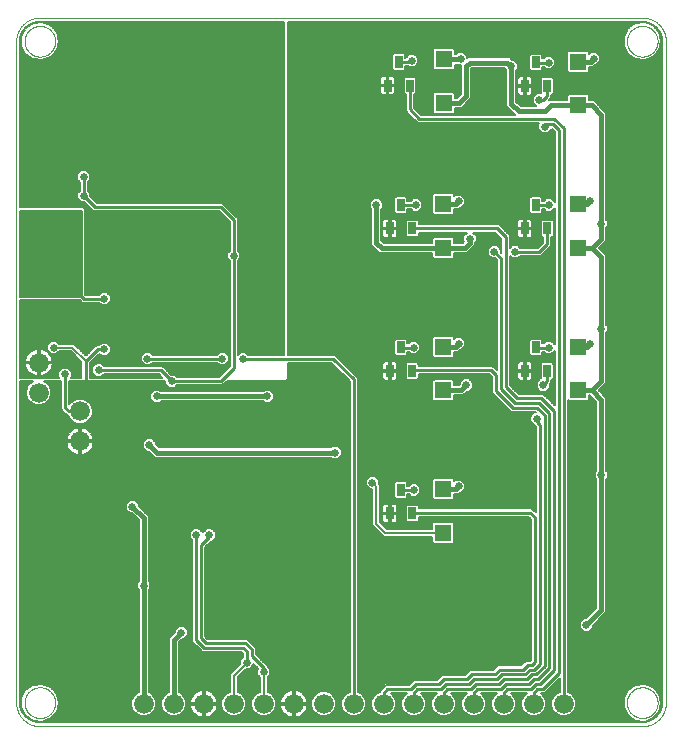
<source format=gbl>
G75*
%MOIN*%
%OFA0B0*%
%FSLAX25Y25*%
%IPPOS*%
%LPD*%
%AMOC8*
5,1,8,0,0,1.08239X$1,22.5*
%
%ADD10C,0.00001*%
%ADD11R,0.16000X0.06000*%
%ADD12R,0.02500X0.04000*%
%ADD13R,0.05512X0.05512*%
%ADD14C,0.06600*%
%ADD15C,0.02578*%
%ADD16C,0.01000*%
%ADD17C,0.01600*%
%ADD18C,0.00787*%
%ADD19C,0.00600*%
%ADD20C,0.00800*%
D10*
X0105675Y0063549D02*
X0105675Y0284021D01*
X0108431Y0284021D02*
X0108433Y0284164D01*
X0108439Y0284307D01*
X0108449Y0284449D01*
X0108463Y0284591D01*
X0108481Y0284733D01*
X0108503Y0284875D01*
X0108528Y0285015D01*
X0108558Y0285155D01*
X0108592Y0285294D01*
X0108629Y0285432D01*
X0108671Y0285569D01*
X0108716Y0285704D01*
X0108765Y0285838D01*
X0108817Y0285971D01*
X0108873Y0286103D01*
X0108933Y0286232D01*
X0108997Y0286360D01*
X0109064Y0286487D01*
X0109135Y0286611D01*
X0109209Y0286733D01*
X0109286Y0286853D01*
X0109367Y0286971D01*
X0109451Y0287087D01*
X0109538Y0287200D01*
X0109628Y0287311D01*
X0109722Y0287419D01*
X0109818Y0287525D01*
X0109917Y0287627D01*
X0110020Y0287727D01*
X0110124Y0287824D01*
X0110232Y0287919D01*
X0110342Y0288010D01*
X0110455Y0288098D01*
X0110570Y0288182D01*
X0110687Y0288264D01*
X0110807Y0288342D01*
X0110928Y0288417D01*
X0111052Y0288489D01*
X0111178Y0288557D01*
X0111305Y0288621D01*
X0111435Y0288682D01*
X0111566Y0288739D01*
X0111698Y0288793D01*
X0111832Y0288842D01*
X0111967Y0288889D01*
X0112104Y0288931D01*
X0112242Y0288969D01*
X0112380Y0289004D01*
X0112520Y0289034D01*
X0112660Y0289061D01*
X0112801Y0289084D01*
X0112943Y0289103D01*
X0113085Y0289118D01*
X0113228Y0289129D01*
X0113370Y0289136D01*
X0113513Y0289139D01*
X0113656Y0289138D01*
X0113799Y0289133D01*
X0113942Y0289124D01*
X0114084Y0289111D01*
X0114226Y0289094D01*
X0114367Y0289073D01*
X0114508Y0289048D01*
X0114648Y0289020D01*
X0114787Y0288987D01*
X0114925Y0288950D01*
X0115062Y0288910D01*
X0115198Y0288866D01*
X0115333Y0288818D01*
X0115466Y0288766D01*
X0115598Y0288711D01*
X0115728Y0288652D01*
X0115857Y0288589D01*
X0115983Y0288523D01*
X0116108Y0288453D01*
X0116231Y0288380D01*
X0116351Y0288304D01*
X0116470Y0288224D01*
X0116586Y0288140D01*
X0116700Y0288054D01*
X0116811Y0287964D01*
X0116920Y0287872D01*
X0117026Y0287776D01*
X0117130Y0287678D01*
X0117231Y0287576D01*
X0117328Y0287472D01*
X0117423Y0287365D01*
X0117515Y0287256D01*
X0117604Y0287144D01*
X0117690Y0287029D01*
X0117772Y0286913D01*
X0117851Y0286793D01*
X0117927Y0286672D01*
X0117999Y0286549D01*
X0118068Y0286424D01*
X0118133Y0286297D01*
X0118195Y0286168D01*
X0118253Y0286037D01*
X0118308Y0285905D01*
X0118358Y0285771D01*
X0118405Y0285636D01*
X0118449Y0285500D01*
X0118488Y0285363D01*
X0118523Y0285224D01*
X0118555Y0285085D01*
X0118583Y0284945D01*
X0118607Y0284804D01*
X0118627Y0284662D01*
X0118643Y0284520D01*
X0118655Y0284378D01*
X0118663Y0284235D01*
X0118667Y0284092D01*
X0118667Y0283950D01*
X0118663Y0283807D01*
X0118655Y0283664D01*
X0118643Y0283522D01*
X0118627Y0283380D01*
X0118607Y0283238D01*
X0118583Y0283097D01*
X0118555Y0282957D01*
X0118523Y0282818D01*
X0118488Y0282679D01*
X0118449Y0282542D01*
X0118405Y0282406D01*
X0118358Y0282271D01*
X0118308Y0282137D01*
X0118253Y0282005D01*
X0118195Y0281874D01*
X0118133Y0281745D01*
X0118068Y0281618D01*
X0117999Y0281493D01*
X0117927Y0281370D01*
X0117851Y0281249D01*
X0117772Y0281129D01*
X0117690Y0281013D01*
X0117604Y0280898D01*
X0117515Y0280786D01*
X0117423Y0280677D01*
X0117328Y0280570D01*
X0117231Y0280466D01*
X0117130Y0280364D01*
X0117026Y0280266D01*
X0116920Y0280170D01*
X0116811Y0280078D01*
X0116700Y0279988D01*
X0116586Y0279902D01*
X0116470Y0279818D01*
X0116351Y0279738D01*
X0116231Y0279662D01*
X0116108Y0279589D01*
X0115983Y0279519D01*
X0115857Y0279453D01*
X0115728Y0279390D01*
X0115598Y0279331D01*
X0115466Y0279276D01*
X0115333Y0279224D01*
X0115198Y0279176D01*
X0115062Y0279132D01*
X0114925Y0279092D01*
X0114787Y0279055D01*
X0114648Y0279022D01*
X0114508Y0278994D01*
X0114367Y0278969D01*
X0114226Y0278948D01*
X0114084Y0278931D01*
X0113942Y0278918D01*
X0113799Y0278909D01*
X0113656Y0278904D01*
X0113513Y0278903D01*
X0113370Y0278906D01*
X0113228Y0278913D01*
X0113085Y0278924D01*
X0112943Y0278939D01*
X0112801Y0278958D01*
X0112660Y0278981D01*
X0112520Y0279008D01*
X0112380Y0279038D01*
X0112242Y0279073D01*
X0112104Y0279111D01*
X0111967Y0279153D01*
X0111832Y0279200D01*
X0111698Y0279249D01*
X0111566Y0279303D01*
X0111435Y0279360D01*
X0111305Y0279421D01*
X0111178Y0279485D01*
X0111052Y0279553D01*
X0110928Y0279625D01*
X0110807Y0279700D01*
X0110687Y0279778D01*
X0110570Y0279860D01*
X0110455Y0279944D01*
X0110342Y0280032D01*
X0110232Y0280123D01*
X0110124Y0280218D01*
X0110020Y0280315D01*
X0109917Y0280415D01*
X0109818Y0280517D01*
X0109722Y0280623D01*
X0109628Y0280731D01*
X0109538Y0280842D01*
X0109451Y0280955D01*
X0109367Y0281071D01*
X0109286Y0281189D01*
X0109209Y0281309D01*
X0109135Y0281431D01*
X0109064Y0281555D01*
X0108997Y0281682D01*
X0108933Y0281810D01*
X0108873Y0281939D01*
X0108817Y0282071D01*
X0108765Y0282204D01*
X0108716Y0282338D01*
X0108671Y0282473D01*
X0108629Y0282610D01*
X0108592Y0282748D01*
X0108558Y0282887D01*
X0108528Y0283027D01*
X0108503Y0283167D01*
X0108481Y0283309D01*
X0108463Y0283451D01*
X0108449Y0283593D01*
X0108439Y0283735D01*
X0108433Y0283878D01*
X0108431Y0284021D01*
X0105675Y0284021D02*
X0105677Y0284211D01*
X0105684Y0284401D01*
X0105696Y0284591D01*
X0105712Y0284781D01*
X0105732Y0284970D01*
X0105758Y0285159D01*
X0105787Y0285347D01*
X0105822Y0285534D01*
X0105861Y0285720D01*
X0105904Y0285905D01*
X0105952Y0286090D01*
X0106004Y0286273D01*
X0106060Y0286454D01*
X0106121Y0286634D01*
X0106187Y0286813D01*
X0106256Y0286990D01*
X0106330Y0287166D01*
X0106408Y0287339D01*
X0106491Y0287511D01*
X0106577Y0287680D01*
X0106667Y0287848D01*
X0106762Y0288013D01*
X0106860Y0288176D01*
X0106963Y0288336D01*
X0107069Y0288494D01*
X0107179Y0288649D01*
X0107292Y0288802D01*
X0107410Y0288952D01*
X0107531Y0289098D01*
X0107655Y0289242D01*
X0107783Y0289383D01*
X0107914Y0289521D01*
X0108049Y0289656D01*
X0108187Y0289787D01*
X0108328Y0289915D01*
X0108472Y0290039D01*
X0108618Y0290160D01*
X0108768Y0290278D01*
X0108921Y0290391D01*
X0109076Y0290501D01*
X0109234Y0290607D01*
X0109394Y0290710D01*
X0109557Y0290808D01*
X0109722Y0290903D01*
X0109890Y0290993D01*
X0110059Y0291079D01*
X0110231Y0291162D01*
X0110404Y0291240D01*
X0110580Y0291314D01*
X0110757Y0291383D01*
X0110936Y0291449D01*
X0111116Y0291510D01*
X0111297Y0291566D01*
X0111480Y0291618D01*
X0111665Y0291666D01*
X0111850Y0291709D01*
X0112036Y0291748D01*
X0112223Y0291783D01*
X0112411Y0291812D01*
X0112600Y0291838D01*
X0112789Y0291858D01*
X0112979Y0291874D01*
X0113169Y0291886D01*
X0113359Y0291893D01*
X0113549Y0291895D01*
X0314336Y0291895D01*
X0309218Y0284021D02*
X0309220Y0284164D01*
X0309226Y0284307D01*
X0309236Y0284449D01*
X0309250Y0284591D01*
X0309268Y0284733D01*
X0309290Y0284875D01*
X0309315Y0285015D01*
X0309345Y0285155D01*
X0309379Y0285294D01*
X0309416Y0285432D01*
X0309458Y0285569D01*
X0309503Y0285704D01*
X0309552Y0285838D01*
X0309604Y0285971D01*
X0309660Y0286103D01*
X0309720Y0286232D01*
X0309784Y0286360D01*
X0309851Y0286487D01*
X0309922Y0286611D01*
X0309996Y0286733D01*
X0310073Y0286853D01*
X0310154Y0286971D01*
X0310238Y0287087D01*
X0310325Y0287200D01*
X0310415Y0287311D01*
X0310509Y0287419D01*
X0310605Y0287525D01*
X0310704Y0287627D01*
X0310807Y0287727D01*
X0310911Y0287824D01*
X0311019Y0287919D01*
X0311129Y0288010D01*
X0311242Y0288098D01*
X0311357Y0288182D01*
X0311474Y0288264D01*
X0311594Y0288342D01*
X0311715Y0288417D01*
X0311839Y0288489D01*
X0311965Y0288557D01*
X0312092Y0288621D01*
X0312222Y0288682D01*
X0312353Y0288739D01*
X0312485Y0288793D01*
X0312619Y0288842D01*
X0312754Y0288889D01*
X0312891Y0288931D01*
X0313029Y0288969D01*
X0313167Y0289004D01*
X0313307Y0289034D01*
X0313447Y0289061D01*
X0313588Y0289084D01*
X0313730Y0289103D01*
X0313872Y0289118D01*
X0314015Y0289129D01*
X0314157Y0289136D01*
X0314300Y0289139D01*
X0314443Y0289138D01*
X0314586Y0289133D01*
X0314729Y0289124D01*
X0314871Y0289111D01*
X0315013Y0289094D01*
X0315154Y0289073D01*
X0315295Y0289048D01*
X0315435Y0289020D01*
X0315574Y0288987D01*
X0315712Y0288950D01*
X0315849Y0288910D01*
X0315985Y0288866D01*
X0316120Y0288818D01*
X0316253Y0288766D01*
X0316385Y0288711D01*
X0316515Y0288652D01*
X0316644Y0288589D01*
X0316770Y0288523D01*
X0316895Y0288453D01*
X0317018Y0288380D01*
X0317138Y0288304D01*
X0317257Y0288224D01*
X0317373Y0288140D01*
X0317487Y0288054D01*
X0317598Y0287964D01*
X0317707Y0287872D01*
X0317813Y0287776D01*
X0317917Y0287678D01*
X0318018Y0287576D01*
X0318115Y0287472D01*
X0318210Y0287365D01*
X0318302Y0287256D01*
X0318391Y0287144D01*
X0318477Y0287029D01*
X0318559Y0286913D01*
X0318638Y0286793D01*
X0318714Y0286672D01*
X0318786Y0286549D01*
X0318855Y0286424D01*
X0318920Y0286297D01*
X0318982Y0286168D01*
X0319040Y0286037D01*
X0319095Y0285905D01*
X0319145Y0285771D01*
X0319192Y0285636D01*
X0319236Y0285500D01*
X0319275Y0285363D01*
X0319310Y0285224D01*
X0319342Y0285085D01*
X0319370Y0284945D01*
X0319394Y0284804D01*
X0319414Y0284662D01*
X0319430Y0284520D01*
X0319442Y0284378D01*
X0319450Y0284235D01*
X0319454Y0284092D01*
X0319454Y0283950D01*
X0319450Y0283807D01*
X0319442Y0283664D01*
X0319430Y0283522D01*
X0319414Y0283380D01*
X0319394Y0283238D01*
X0319370Y0283097D01*
X0319342Y0282957D01*
X0319310Y0282818D01*
X0319275Y0282679D01*
X0319236Y0282542D01*
X0319192Y0282406D01*
X0319145Y0282271D01*
X0319095Y0282137D01*
X0319040Y0282005D01*
X0318982Y0281874D01*
X0318920Y0281745D01*
X0318855Y0281618D01*
X0318786Y0281493D01*
X0318714Y0281370D01*
X0318638Y0281249D01*
X0318559Y0281129D01*
X0318477Y0281013D01*
X0318391Y0280898D01*
X0318302Y0280786D01*
X0318210Y0280677D01*
X0318115Y0280570D01*
X0318018Y0280466D01*
X0317917Y0280364D01*
X0317813Y0280266D01*
X0317707Y0280170D01*
X0317598Y0280078D01*
X0317487Y0279988D01*
X0317373Y0279902D01*
X0317257Y0279818D01*
X0317138Y0279738D01*
X0317018Y0279662D01*
X0316895Y0279589D01*
X0316770Y0279519D01*
X0316644Y0279453D01*
X0316515Y0279390D01*
X0316385Y0279331D01*
X0316253Y0279276D01*
X0316120Y0279224D01*
X0315985Y0279176D01*
X0315849Y0279132D01*
X0315712Y0279092D01*
X0315574Y0279055D01*
X0315435Y0279022D01*
X0315295Y0278994D01*
X0315154Y0278969D01*
X0315013Y0278948D01*
X0314871Y0278931D01*
X0314729Y0278918D01*
X0314586Y0278909D01*
X0314443Y0278904D01*
X0314300Y0278903D01*
X0314157Y0278906D01*
X0314015Y0278913D01*
X0313872Y0278924D01*
X0313730Y0278939D01*
X0313588Y0278958D01*
X0313447Y0278981D01*
X0313307Y0279008D01*
X0313167Y0279038D01*
X0313029Y0279073D01*
X0312891Y0279111D01*
X0312754Y0279153D01*
X0312619Y0279200D01*
X0312485Y0279249D01*
X0312353Y0279303D01*
X0312222Y0279360D01*
X0312092Y0279421D01*
X0311965Y0279485D01*
X0311839Y0279553D01*
X0311715Y0279625D01*
X0311594Y0279700D01*
X0311474Y0279778D01*
X0311357Y0279860D01*
X0311242Y0279944D01*
X0311129Y0280032D01*
X0311019Y0280123D01*
X0310911Y0280218D01*
X0310807Y0280315D01*
X0310704Y0280415D01*
X0310605Y0280517D01*
X0310509Y0280623D01*
X0310415Y0280731D01*
X0310325Y0280842D01*
X0310238Y0280955D01*
X0310154Y0281071D01*
X0310073Y0281189D01*
X0309996Y0281309D01*
X0309922Y0281431D01*
X0309851Y0281555D01*
X0309784Y0281682D01*
X0309720Y0281810D01*
X0309660Y0281939D01*
X0309604Y0282071D01*
X0309552Y0282204D01*
X0309503Y0282338D01*
X0309458Y0282473D01*
X0309416Y0282610D01*
X0309379Y0282748D01*
X0309345Y0282887D01*
X0309315Y0283027D01*
X0309290Y0283167D01*
X0309268Y0283309D01*
X0309250Y0283451D01*
X0309236Y0283593D01*
X0309226Y0283735D01*
X0309220Y0283878D01*
X0309218Y0284021D01*
X0314336Y0291895D02*
X0314526Y0291893D01*
X0314716Y0291886D01*
X0314906Y0291874D01*
X0315096Y0291858D01*
X0315285Y0291838D01*
X0315474Y0291812D01*
X0315662Y0291783D01*
X0315849Y0291748D01*
X0316035Y0291709D01*
X0316220Y0291666D01*
X0316405Y0291618D01*
X0316588Y0291566D01*
X0316769Y0291510D01*
X0316949Y0291449D01*
X0317128Y0291383D01*
X0317305Y0291314D01*
X0317481Y0291240D01*
X0317654Y0291162D01*
X0317826Y0291079D01*
X0317995Y0290993D01*
X0318163Y0290903D01*
X0318328Y0290808D01*
X0318491Y0290710D01*
X0318651Y0290607D01*
X0318809Y0290501D01*
X0318964Y0290391D01*
X0319117Y0290278D01*
X0319267Y0290160D01*
X0319413Y0290039D01*
X0319557Y0289915D01*
X0319698Y0289787D01*
X0319836Y0289656D01*
X0319971Y0289521D01*
X0320102Y0289383D01*
X0320230Y0289242D01*
X0320354Y0289098D01*
X0320475Y0288952D01*
X0320593Y0288802D01*
X0320706Y0288649D01*
X0320816Y0288494D01*
X0320922Y0288336D01*
X0321025Y0288176D01*
X0321123Y0288013D01*
X0321218Y0287848D01*
X0321308Y0287680D01*
X0321394Y0287511D01*
X0321477Y0287339D01*
X0321555Y0287166D01*
X0321629Y0286990D01*
X0321698Y0286813D01*
X0321764Y0286634D01*
X0321825Y0286454D01*
X0321881Y0286273D01*
X0321933Y0286090D01*
X0321981Y0285905D01*
X0322024Y0285720D01*
X0322063Y0285534D01*
X0322098Y0285347D01*
X0322127Y0285159D01*
X0322153Y0284970D01*
X0322173Y0284781D01*
X0322189Y0284591D01*
X0322201Y0284401D01*
X0322208Y0284211D01*
X0322210Y0284021D01*
X0322210Y0063549D01*
X0309218Y0063549D02*
X0309220Y0063692D01*
X0309226Y0063835D01*
X0309236Y0063977D01*
X0309250Y0064119D01*
X0309268Y0064261D01*
X0309290Y0064403D01*
X0309315Y0064543D01*
X0309345Y0064683D01*
X0309379Y0064822D01*
X0309416Y0064960D01*
X0309458Y0065097D01*
X0309503Y0065232D01*
X0309552Y0065366D01*
X0309604Y0065499D01*
X0309660Y0065631D01*
X0309720Y0065760D01*
X0309784Y0065888D01*
X0309851Y0066015D01*
X0309922Y0066139D01*
X0309996Y0066261D01*
X0310073Y0066381D01*
X0310154Y0066499D01*
X0310238Y0066615D01*
X0310325Y0066728D01*
X0310415Y0066839D01*
X0310509Y0066947D01*
X0310605Y0067053D01*
X0310704Y0067155D01*
X0310807Y0067255D01*
X0310911Y0067352D01*
X0311019Y0067447D01*
X0311129Y0067538D01*
X0311242Y0067626D01*
X0311357Y0067710D01*
X0311474Y0067792D01*
X0311594Y0067870D01*
X0311715Y0067945D01*
X0311839Y0068017D01*
X0311965Y0068085D01*
X0312092Y0068149D01*
X0312222Y0068210D01*
X0312353Y0068267D01*
X0312485Y0068321D01*
X0312619Y0068370D01*
X0312754Y0068417D01*
X0312891Y0068459D01*
X0313029Y0068497D01*
X0313167Y0068532D01*
X0313307Y0068562D01*
X0313447Y0068589D01*
X0313588Y0068612D01*
X0313730Y0068631D01*
X0313872Y0068646D01*
X0314015Y0068657D01*
X0314157Y0068664D01*
X0314300Y0068667D01*
X0314443Y0068666D01*
X0314586Y0068661D01*
X0314729Y0068652D01*
X0314871Y0068639D01*
X0315013Y0068622D01*
X0315154Y0068601D01*
X0315295Y0068576D01*
X0315435Y0068548D01*
X0315574Y0068515D01*
X0315712Y0068478D01*
X0315849Y0068438D01*
X0315985Y0068394D01*
X0316120Y0068346D01*
X0316253Y0068294D01*
X0316385Y0068239D01*
X0316515Y0068180D01*
X0316644Y0068117D01*
X0316770Y0068051D01*
X0316895Y0067981D01*
X0317018Y0067908D01*
X0317138Y0067832D01*
X0317257Y0067752D01*
X0317373Y0067668D01*
X0317487Y0067582D01*
X0317598Y0067492D01*
X0317707Y0067400D01*
X0317813Y0067304D01*
X0317917Y0067206D01*
X0318018Y0067104D01*
X0318115Y0067000D01*
X0318210Y0066893D01*
X0318302Y0066784D01*
X0318391Y0066672D01*
X0318477Y0066557D01*
X0318559Y0066441D01*
X0318638Y0066321D01*
X0318714Y0066200D01*
X0318786Y0066077D01*
X0318855Y0065952D01*
X0318920Y0065825D01*
X0318982Y0065696D01*
X0319040Y0065565D01*
X0319095Y0065433D01*
X0319145Y0065299D01*
X0319192Y0065164D01*
X0319236Y0065028D01*
X0319275Y0064891D01*
X0319310Y0064752D01*
X0319342Y0064613D01*
X0319370Y0064473D01*
X0319394Y0064332D01*
X0319414Y0064190D01*
X0319430Y0064048D01*
X0319442Y0063906D01*
X0319450Y0063763D01*
X0319454Y0063620D01*
X0319454Y0063478D01*
X0319450Y0063335D01*
X0319442Y0063192D01*
X0319430Y0063050D01*
X0319414Y0062908D01*
X0319394Y0062766D01*
X0319370Y0062625D01*
X0319342Y0062485D01*
X0319310Y0062346D01*
X0319275Y0062207D01*
X0319236Y0062070D01*
X0319192Y0061934D01*
X0319145Y0061799D01*
X0319095Y0061665D01*
X0319040Y0061533D01*
X0318982Y0061402D01*
X0318920Y0061273D01*
X0318855Y0061146D01*
X0318786Y0061021D01*
X0318714Y0060898D01*
X0318638Y0060777D01*
X0318559Y0060657D01*
X0318477Y0060541D01*
X0318391Y0060426D01*
X0318302Y0060314D01*
X0318210Y0060205D01*
X0318115Y0060098D01*
X0318018Y0059994D01*
X0317917Y0059892D01*
X0317813Y0059794D01*
X0317707Y0059698D01*
X0317598Y0059606D01*
X0317487Y0059516D01*
X0317373Y0059430D01*
X0317257Y0059346D01*
X0317138Y0059266D01*
X0317018Y0059190D01*
X0316895Y0059117D01*
X0316770Y0059047D01*
X0316644Y0058981D01*
X0316515Y0058918D01*
X0316385Y0058859D01*
X0316253Y0058804D01*
X0316120Y0058752D01*
X0315985Y0058704D01*
X0315849Y0058660D01*
X0315712Y0058620D01*
X0315574Y0058583D01*
X0315435Y0058550D01*
X0315295Y0058522D01*
X0315154Y0058497D01*
X0315013Y0058476D01*
X0314871Y0058459D01*
X0314729Y0058446D01*
X0314586Y0058437D01*
X0314443Y0058432D01*
X0314300Y0058431D01*
X0314157Y0058434D01*
X0314015Y0058441D01*
X0313872Y0058452D01*
X0313730Y0058467D01*
X0313588Y0058486D01*
X0313447Y0058509D01*
X0313307Y0058536D01*
X0313167Y0058566D01*
X0313029Y0058601D01*
X0312891Y0058639D01*
X0312754Y0058681D01*
X0312619Y0058728D01*
X0312485Y0058777D01*
X0312353Y0058831D01*
X0312222Y0058888D01*
X0312092Y0058949D01*
X0311965Y0059013D01*
X0311839Y0059081D01*
X0311715Y0059153D01*
X0311594Y0059228D01*
X0311474Y0059306D01*
X0311357Y0059388D01*
X0311242Y0059472D01*
X0311129Y0059560D01*
X0311019Y0059651D01*
X0310911Y0059746D01*
X0310807Y0059843D01*
X0310704Y0059943D01*
X0310605Y0060045D01*
X0310509Y0060151D01*
X0310415Y0060259D01*
X0310325Y0060370D01*
X0310238Y0060483D01*
X0310154Y0060599D01*
X0310073Y0060717D01*
X0309996Y0060837D01*
X0309922Y0060959D01*
X0309851Y0061083D01*
X0309784Y0061210D01*
X0309720Y0061338D01*
X0309660Y0061467D01*
X0309604Y0061599D01*
X0309552Y0061732D01*
X0309503Y0061866D01*
X0309458Y0062001D01*
X0309416Y0062138D01*
X0309379Y0062276D01*
X0309345Y0062415D01*
X0309315Y0062555D01*
X0309290Y0062695D01*
X0309268Y0062837D01*
X0309250Y0062979D01*
X0309236Y0063121D01*
X0309226Y0063263D01*
X0309220Y0063406D01*
X0309218Y0063549D01*
X0314336Y0055675D02*
X0314526Y0055677D01*
X0314716Y0055684D01*
X0314906Y0055696D01*
X0315096Y0055712D01*
X0315285Y0055732D01*
X0315474Y0055758D01*
X0315662Y0055787D01*
X0315849Y0055822D01*
X0316035Y0055861D01*
X0316220Y0055904D01*
X0316405Y0055952D01*
X0316588Y0056004D01*
X0316769Y0056060D01*
X0316949Y0056121D01*
X0317128Y0056187D01*
X0317305Y0056256D01*
X0317481Y0056330D01*
X0317654Y0056408D01*
X0317826Y0056491D01*
X0317995Y0056577D01*
X0318163Y0056667D01*
X0318328Y0056762D01*
X0318491Y0056860D01*
X0318651Y0056963D01*
X0318809Y0057069D01*
X0318964Y0057179D01*
X0319117Y0057292D01*
X0319267Y0057410D01*
X0319413Y0057531D01*
X0319557Y0057655D01*
X0319698Y0057783D01*
X0319836Y0057914D01*
X0319971Y0058049D01*
X0320102Y0058187D01*
X0320230Y0058328D01*
X0320354Y0058472D01*
X0320475Y0058618D01*
X0320593Y0058768D01*
X0320706Y0058921D01*
X0320816Y0059076D01*
X0320922Y0059234D01*
X0321025Y0059394D01*
X0321123Y0059557D01*
X0321218Y0059722D01*
X0321308Y0059890D01*
X0321394Y0060059D01*
X0321477Y0060231D01*
X0321555Y0060404D01*
X0321629Y0060580D01*
X0321698Y0060757D01*
X0321764Y0060936D01*
X0321825Y0061116D01*
X0321881Y0061297D01*
X0321933Y0061480D01*
X0321981Y0061665D01*
X0322024Y0061850D01*
X0322063Y0062036D01*
X0322098Y0062223D01*
X0322127Y0062411D01*
X0322153Y0062600D01*
X0322173Y0062789D01*
X0322189Y0062979D01*
X0322201Y0063169D01*
X0322208Y0063359D01*
X0322210Y0063549D01*
X0314336Y0055675D02*
X0113549Y0055675D01*
X0108431Y0063549D02*
X0108433Y0063692D01*
X0108439Y0063835D01*
X0108449Y0063977D01*
X0108463Y0064119D01*
X0108481Y0064261D01*
X0108503Y0064403D01*
X0108528Y0064543D01*
X0108558Y0064683D01*
X0108592Y0064822D01*
X0108629Y0064960D01*
X0108671Y0065097D01*
X0108716Y0065232D01*
X0108765Y0065366D01*
X0108817Y0065499D01*
X0108873Y0065631D01*
X0108933Y0065760D01*
X0108997Y0065888D01*
X0109064Y0066015D01*
X0109135Y0066139D01*
X0109209Y0066261D01*
X0109286Y0066381D01*
X0109367Y0066499D01*
X0109451Y0066615D01*
X0109538Y0066728D01*
X0109628Y0066839D01*
X0109722Y0066947D01*
X0109818Y0067053D01*
X0109917Y0067155D01*
X0110020Y0067255D01*
X0110124Y0067352D01*
X0110232Y0067447D01*
X0110342Y0067538D01*
X0110455Y0067626D01*
X0110570Y0067710D01*
X0110687Y0067792D01*
X0110807Y0067870D01*
X0110928Y0067945D01*
X0111052Y0068017D01*
X0111178Y0068085D01*
X0111305Y0068149D01*
X0111435Y0068210D01*
X0111566Y0068267D01*
X0111698Y0068321D01*
X0111832Y0068370D01*
X0111967Y0068417D01*
X0112104Y0068459D01*
X0112242Y0068497D01*
X0112380Y0068532D01*
X0112520Y0068562D01*
X0112660Y0068589D01*
X0112801Y0068612D01*
X0112943Y0068631D01*
X0113085Y0068646D01*
X0113228Y0068657D01*
X0113370Y0068664D01*
X0113513Y0068667D01*
X0113656Y0068666D01*
X0113799Y0068661D01*
X0113942Y0068652D01*
X0114084Y0068639D01*
X0114226Y0068622D01*
X0114367Y0068601D01*
X0114508Y0068576D01*
X0114648Y0068548D01*
X0114787Y0068515D01*
X0114925Y0068478D01*
X0115062Y0068438D01*
X0115198Y0068394D01*
X0115333Y0068346D01*
X0115466Y0068294D01*
X0115598Y0068239D01*
X0115728Y0068180D01*
X0115857Y0068117D01*
X0115983Y0068051D01*
X0116108Y0067981D01*
X0116231Y0067908D01*
X0116351Y0067832D01*
X0116470Y0067752D01*
X0116586Y0067668D01*
X0116700Y0067582D01*
X0116811Y0067492D01*
X0116920Y0067400D01*
X0117026Y0067304D01*
X0117130Y0067206D01*
X0117231Y0067104D01*
X0117328Y0067000D01*
X0117423Y0066893D01*
X0117515Y0066784D01*
X0117604Y0066672D01*
X0117690Y0066557D01*
X0117772Y0066441D01*
X0117851Y0066321D01*
X0117927Y0066200D01*
X0117999Y0066077D01*
X0118068Y0065952D01*
X0118133Y0065825D01*
X0118195Y0065696D01*
X0118253Y0065565D01*
X0118308Y0065433D01*
X0118358Y0065299D01*
X0118405Y0065164D01*
X0118449Y0065028D01*
X0118488Y0064891D01*
X0118523Y0064752D01*
X0118555Y0064613D01*
X0118583Y0064473D01*
X0118607Y0064332D01*
X0118627Y0064190D01*
X0118643Y0064048D01*
X0118655Y0063906D01*
X0118663Y0063763D01*
X0118667Y0063620D01*
X0118667Y0063478D01*
X0118663Y0063335D01*
X0118655Y0063192D01*
X0118643Y0063050D01*
X0118627Y0062908D01*
X0118607Y0062766D01*
X0118583Y0062625D01*
X0118555Y0062485D01*
X0118523Y0062346D01*
X0118488Y0062207D01*
X0118449Y0062070D01*
X0118405Y0061934D01*
X0118358Y0061799D01*
X0118308Y0061665D01*
X0118253Y0061533D01*
X0118195Y0061402D01*
X0118133Y0061273D01*
X0118068Y0061146D01*
X0117999Y0061021D01*
X0117927Y0060898D01*
X0117851Y0060777D01*
X0117772Y0060657D01*
X0117690Y0060541D01*
X0117604Y0060426D01*
X0117515Y0060314D01*
X0117423Y0060205D01*
X0117328Y0060098D01*
X0117231Y0059994D01*
X0117130Y0059892D01*
X0117026Y0059794D01*
X0116920Y0059698D01*
X0116811Y0059606D01*
X0116700Y0059516D01*
X0116586Y0059430D01*
X0116470Y0059346D01*
X0116351Y0059266D01*
X0116231Y0059190D01*
X0116108Y0059117D01*
X0115983Y0059047D01*
X0115857Y0058981D01*
X0115728Y0058918D01*
X0115598Y0058859D01*
X0115466Y0058804D01*
X0115333Y0058752D01*
X0115198Y0058704D01*
X0115062Y0058660D01*
X0114925Y0058620D01*
X0114787Y0058583D01*
X0114648Y0058550D01*
X0114508Y0058522D01*
X0114367Y0058497D01*
X0114226Y0058476D01*
X0114084Y0058459D01*
X0113942Y0058446D01*
X0113799Y0058437D01*
X0113656Y0058432D01*
X0113513Y0058431D01*
X0113370Y0058434D01*
X0113228Y0058441D01*
X0113085Y0058452D01*
X0112943Y0058467D01*
X0112801Y0058486D01*
X0112660Y0058509D01*
X0112520Y0058536D01*
X0112380Y0058566D01*
X0112242Y0058601D01*
X0112104Y0058639D01*
X0111967Y0058681D01*
X0111832Y0058728D01*
X0111698Y0058777D01*
X0111566Y0058831D01*
X0111435Y0058888D01*
X0111305Y0058949D01*
X0111178Y0059013D01*
X0111052Y0059081D01*
X0110928Y0059153D01*
X0110807Y0059228D01*
X0110687Y0059306D01*
X0110570Y0059388D01*
X0110455Y0059472D01*
X0110342Y0059560D01*
X0110232Y0059651D01*
X0110124Y0059746D01*
X0110020Y0059843D01*
X0109917Y0059943D01*
X0109818Y0060045D01*
X0109722Y0060151D01*
X0109628Y0060259D01*
X0109538Y0060370D01*
X0109451Y0060483D01*
X0109367Y0060599D01*
X0109286Y0060717D01*
X0109209Y0060837D01*
X0109135Y0060959D01*
X0109064Y0061083D01*
X0108997Y0061210D01*
X0108933Y0061338D01*
X0108873Y0061467D01*
X0108817Y0061599D01*
X0108765Y0061732D01*
X0108716Y0061866D01*
X0108671Y0062001D01*
X0108629Y0062138D01*
X0108592Y0062276D01*
X0108558Y0062415D01*
X0108528Y0062555D01*
X0108503Y0062695D01*
X0108481Y0062837D01*
X0108463Y0062979D01*
X0108449Y0063121D01*
X0108439Y0063263D01*
X0108433Y0063406D01*
X0108431Y0063549D01*
X0105675Y0063549D02*
X0105677Y0063359D01*
X0105684Y0063169D01*
X0105696Y0062979D01*
X0105712Y0062789D01*
X0105732Y0062600D01*
X0105758Y0062411D01*
X0105787Y0062223D01*
X0105822Y0062036D01*
X0105861Y0061850D01*
X0105904Y0061665D01*
X0105952Y0061480D01*
X0106004Y0061297D01*
X0106060Y0061116D01*
X0106121Y0060936D01*
X0106187Y0060757D01*
X0106256Y0060580D01*
X0106330Y0060404D01*
X0106408Y0060231D01*
X0106491Y0060059D01*
X0106577Y0059890D01*
X0106667Y0059722D01*
X0106762Y0059557D01*
X0106860Y0059394D01*
X0106963Y0059234D01*
X0107069Y0059076D01*
X0107179Y0058921D01*
X0107292Y0058768D01*
X0107410Y0058618D01*
X0107531Y0058472D01*
X0107655Y0058328D01*
X0107783Y0058187D01*
X0107914Y0058049D01*
X0108049Y0057914D01*
X0108187Y0057783D01*
X0108328Y0057655D01*
X0108472Y0057531D01*
X0108618Y0057410D01*
X0108768Y0057292D01*
X0108921Y0057179D01*
X0109076Y0057069D01*
X0109234Y0056963D01*
X0109394Y0056860D01*
X0109557Y0056762D01*
X0109722Y0056667D01*
X0109890Y0056577D01*
X0110059Y0056491D01*
X0110231Y0056408D01*
X0110404Y0056330D01*
X0110580Y0056256D01*
X0110757Y0056187D01*
X0110936Y0056121D01*
X0111116Y0056060D01*
X0111297Y0056004D01*
X0111480Y0055952D01*
X0111665Y0055904D01*
X0111850Y0055861D01*
X0112036Y0055822D01*
X0112223Y0055787D01*
X0112411Y0055758D01*
X0112600Y0055732D01*
X0112789Y0055712D01*
X0112979Y0055696D01*
X0113169Y0055684D01*
X0113359Y0055677D01*
X0113549Y0055675D01*
D11*
X0118675Y0203175D03*
X0118675Y0223175D03*
D12*
X0230163Y0221600D03*
X0237644Y0221600D03*
X0233903Y0229474D03*
X0236915Y0269238D03*
X0229435Y0269238D03*
X0233175Y0277112D03*
X0275163Y0269100D03*
X0282644Y0269100D03*
X0278903Y0276974D03*
X0278903Y0229474D03*
X0275163Y0221600D03*
X0282644Y0221600D03*
X0278903Y0181974D03*
X0275163Y0174100D03*
X0282644Y0174100D03*
X0237644Y0174100D03*
X0230163Y0174100D03*
X0233903Y0181974D03*
X0233903Y0134474D03*
X0230163Y0126600D03*
X0237644Y0126600D03*
D13*
X0248037Y0120163D03*
X0248037Y0134730D03*
X0248037Y0167663D03*
X0248037Y0182230D03*
X0248037Y0215163D03*
X0248037Y0229730D03*
X0248175Y0263392D03*
X0248175Y0277958D03*
X0293037Y0277230D03*
X0293037Y0262663D03*
X0293037Y0229730D03*
X0293037Y0215163D03*
X0293037Y0182230D03*
X0293037Y0167663D03*
D14*
X0288175Y0063175D03*
X0278175Y0063175D03*
X0268175Y0063175D03*
X0258175Y0063175D03*
X0248175Y0063175D03*
X0238175Y0063175D03*
X0228175Y0063175D03*
X0218175Y0063175D03*
X0208175Y0063175D03*
X0198175Y0063175D03*
X0188175Y0063175D03*
X0178175Y0063175D03*
X0168175Y0063175D03*
X0158175Y0063175D03*
X0148175Y0063175D03*
X0126925Y0150675D03*
X0126925Y0160675D03*
X0113175Y0166925D03*
X0113175Y0176925D03*
D15*
X0118175Y0181925D03*
X0118175Y0188800D03*
X0118175Y0203175D03*
X0113175Y0203175D03*
X0123175Y0203175D03*
X0132550Y0206925D03*
X0136925Y0206925D03*
X0141300Y0206925D03*
X0145675Y0206925D03*
X0156925Y0210675D03*
X0156925Y0215675D03*
X0163175Y0215675D03*
X0163175Y0210675D03*
X0171925Y0205050D03*
X0178175Y0212550D03*
X0146300Y0220050D03*
X0141925Y0220050D03*
X0137550Y0220050D03*
X0133175Y0221300D03*
X0130050Y0224425D03*
X0123175Y0223175D03*
X0118175Y0223175D03*
X0113175Y0223175D03*
X0128175Y0232550D03*
X0128175Y0238800D03*
X0136925Y0232550D03*
X0137550Y0225050D03*
X0135050Y0198175D03*
X0145675Y0182550D03*
X0149425Y0178175D03*
X0157550Y0170675D03*
X0152550Y0165675D03*
X0155675Y0160675D03*
X0150050Y0149425D03*
X0144425Y0128800D03*
X0125050Y0128800D03*
X0148175Y0102550D03*
X0137550Y0086925D03*
X0126300Y0066300D03*
X0160675Y0086925D03*
X0172550Y0076300D03*
X0182550Y0076925D03*
X0183175Y0072550D03*
X0183175Y0066300D03*
X0188175Y0073800D03*
X0198175Y0094425D03*
X0170050Y0119425D03*
X0165675Y0119425D03*
X0211925Y0146925D03*
X0224425Y0136925D03*
X0238175Y0134425D03*
X0253175Y0135675D03*
X0265050Y0130675D03*
X0255050Y0150050D03*
X0255675Y0169425D03*
X0253175Y0183175D03*
X0258175Y0184425D03*
X0238175Y0181925D03*
X0235675Y0201300D03*
X0226925Y0204425D03*
X0213175Y0213175D03*
X0211300Y0226925D03*
X0225675Y0229425D03*
X0238800Y0229425D03*
X0253175Y0230675D03*
X0257550Y0232550D03*
X0256925Y0218175D03*
X0265050Y0213800D03*
X0271925Y0213800D03*
X0275050Y0201925D03*
X0283175Y0181925D03*
X0281300Y0169425D03*
X0279186Y0158175D03*
X0300675Y0139425D03*
X0308175Y0126925D03*
X0295675Y0089425D03*
X0259425Y0105050D03*
X0189425Y0165675D03*
X0181300Y0178175D03*
X0174425Y0178175D03*
X0135050Y0181300D03*
X0133175Y0174425D03*
X0121925Y0172939D03*
X0142550Y0250675D03*
X0151925Y0250675D03*
X0161300Y0250675D03*
X0170675Y0250675D03*
X0238800Y0248175D03*
X0237550Y0277550D03*
X0253800Y0278175D03*
X0270675Y0275675D03*
X0283175Y0276925D03*
X0280050Y0264425D03*
X0281925Y0255586D03*
X0275050Y0248175D03*
X0283175Y0229425D03*
X0296925Y0230675D03*
X0300675Y0223175D03*
X0308800Y0227550D03*
X0300675Y0188175D03*
X0296925Y0183175D03*
X0298175Y0278175D03*
D16*
X0283175Y0276925D02*
X0278953Y0276925D01*
X0278903Y0276974D01*
X0282644Y0269100D02*
X0282644Y0265769D01*
X0281300Y0264425D01*
X0280050Y0264425D01*
X0285050Y0258175D02*
X0240050Y0258175D01*
X0236915Y0261310D01*
X0236915Y0269238D01*
X0237112Y0277112D02*
X0233175Y0277112D01*
X0237112Y0277112D02*
X0237550Y0277550D01*
X0281925Y0255675D02*
X0281925Y0255586D01*
X0281925Y0255675D02*
X0282550Y0256300D01*
X0284662Y0256300D01*
X0286575Y0254387D01*
X0286575Y0073450D01*
X0281300Y0068175D01*
X0279425Y0068175D01*
X0278175Y0066925D01*
X0278175Y0063175D01*
X0277162Y0068175D02*
X0269425Y0068175D01*
X0268175Y0066925D01*
X0268175Y0063175D01*
X0267162Y0068175D02*
X0268762Y0069775D01*
X0276500Y0069775D01*
X0278100Y0071375D01*
X0279500Y0071375D01*
X0283375Y0075250D01*
X0283375Y0160163D01*
X0280088Y0163450D01*
X0271887Y0163450D01*
X0267200Y0168137D01*
X0267200Y0211650D01*
X0265050Y0213800D01*
X0268800Y0218800D02*
X0266000Y0221600D01*
X0237644Y0221600D01*
X0238800Y0229425D02*
X0233953Y0229425D01*
X0233903Y0229474D01*
X0268800Y0218800D02*
X0268800Y0168800D01*
X0272550Y0165050D01*
X0280750Y0165050D01*
X0284975Y0160825D01*
X0284975Y0078800D01*
X0284975Y0078488D01*
X0284975Y0074587D01*
X0280163Y0069775D01*
X0278762Y0069775D01*
X0277162Y0068175D01*
X0275837Y0071375D02*
X0268100Y0071375D01*
X0266500Y0069775D01*
X0258762Y0069775D01*
X0257162Y0068175D01*
X0249425Y0068175D01*
X0248175Y0066925D01*
X0248175Y0063175D01*
X0247162Y0068175D02*
X0248762Y0069775D01*
X0256500Y0069775D01*
X0258100Y0071375D01*
X0265837Y0071375D01*
X0267437Y0072975D01*
X0275174Y0072975D01*
X0276774Y0074575D01*
X0278175Y0074575D01*
X0280175Y0076575D01*
X0280175Y0156175D01*
X0279186Y0157164D01*
X0279186Y0158175D01*
X0281775Y0159500D02*
X0279425Y0161850D01*
X0271225Y0161850D01*
X0265600Y0167475D01*
X0265600Y0172625D01*
X0263800Y0174425D01*
X0237968Y0174425D01*
X0237644Y0174100D01*
X0238175Y0181925D02*
X0233953Y0181925D01*
X0233903Y0181974D01*
X0218175Y0171300D02*
X0218175Y0063175D01*
X0228175Y0063175D02*
X0228175Y0066925D01*
X0229425Y0068175D01*
X0237162Y0068175D01*
X0238762Y0069775D01*
X0246500Y0069775D01*
X0248100Y0071375D01*
X0255837Y0071375D01*
X0257437Y0072975D01*
X0265174Y0072975D01*
X0266774Y0074575D01*
X0274511Y0074575D01*
X0276111Y0076175D01*
X0277512Y0076175D01*
X0278575Y0077238D01*
X0278575Y0125275D01*
X0276925Y0126925D01*
X0237968Y0126925D01*
X0237644Y0126600D01*
X0238175Y0134425D02*
X0233953Y0134425D01*
X0233903Y0134474D01*
X0218175Y0171300D02*
X0211300Y0178175D01*
X0181300Y0178175D01*
X0178175Y0175050D02*
X0178175Y0212550D01*
X0178175Y0224425D01*
X0173800Y0228800D01*
X0131925Y0228800D01*
X0128175Y0232550D01*
X0128175Y0238800D01*
X0123175Y0203175D02*
X0128175Y0198175D01*
X0135050Y0198175D01*
X0135050Y0181300D02*
X0132891Y0181300D01*
X0128971Y0177379D01*
X0128800Y0177209D01*
X0128800Y0170050D01*
X0133175Y0174425D02*
X0153800Y0174425D01*
X0157550Y0170675D01*
X0173800Y0170675D01*
X0178175Y0175050D01*
X0174425Y0178175D02*
X0149425Y0178175D01*
X0126925Y0160675D02*
X0123175Y0160675D01*
X0121925Y0161925D01*
X0121925Y0172939D01*
X0165675Y0119425D02*
X0165675Y0084425D01*
X0168175Y0081925D01*
X0181300Y0081925D01*
X0182550Y0080675D01*
X0182550Y0076925D01*
X0184150Y0079075D02*
X0184150Y0081338D01*
X0181963Y0083525D01*
X0168838Y0083525D01*
X0167275Y0085088D01*
X0167275Y0116025D01*
X0170050Y0118800D01*
X0170050Y0119425D01*
X0184150Y0079075D02*
X0188175Y0075050D01*
X0188175Y0073800D01*
X0238175Y0066925D02*
X0238175Y0063175D01*
X0238175Y0066925D02*
X0239425Y0068175D01*
X0247162Y0068175D01*
X0258175Y0066925D02*
X0258175Y0063175D01*
X0258175Y0066925D02*
X0259425Y0068175D01*
X0267162Y0068175D01*
X0275837Y0071375D02*
X0277437Y0072975D01*
X0278838Y0072975D01*
X0281775Y0075912D01*
X0281775Y0159500D01*
X0281300Y0169425D02*
X0282644Y0170769D01*
X0282644Y0174100D01*
X0283175Y0181925D02*
X0278953Y0181925D01*
X0278903Y0181974D01*
X0280050Y0213800D02*
X0271925Y0213800D01*
X0280050Y0213800D02*
X0282550Y0216300D01*
X0282550Y0221507D01*
X0282644Y0221600D01*
X0283175Y0229425D02*
X0278953Y0229425D01*
X0278903Y0229474D01*
X0288175Y0255050D02*
X0285050Y0258175D01*
X0288175Y0255050D02*
X0288175Y0063175D01*
D17*
X0295675Y0089425D02*
X0300675Y0094425D01*
X0300675Y0139425D01*
X0300675Y0164425D01*
X0297437Y0167663D01*
X0300675Y0170901D01*
X0300675Y0188175D01*
X0300675Y0212151D01*
X0297663Y0215163D01*
X0300675Y0218175D01*
X0300675Y0223175D01*
X0300675Y0259425D01*
X0297437Y0262663D01*
X0293037Y0262663D01*
X0283913Y0262663D01*
X0281925Y0260675D01*
X0273175Y0260675D01*
X0270675Y0263175D01*
X0270675Y0275675D01*
X0269425Y0276925D01*
X0256925Y0276925D01*
X0255675Y0275675D01*
X0255675Y0265675D01*
X0253392Y0263392D01*
X0248175Y0263392D01*
X0248175Y0277958D02*
X0253583Y0277958D01*
X0253800Y0278175D01*
X0293037Y0277230D02*
X0297230Y0277230D01*
X0298175Y0278175D01*
X0296925Y0230675D02*
X0295980Y0229730D01*
X0293037Y0229730D01*
X0293037Y0215163D02*
X0297663Y0215163D01*
X0296925Y0183175D02*
X0295980Y0182230D01*
X0293037Y0182230D01*
X0293037Y0167663D02*
X0297437Y0167663D01*
X0255675Y0169425D02*
X0253913Y0167663D01*
X0248037Y0167663D01*
X0248037Y0182230D02*
X0252230Y0182230D01*
X0253175Y0183175D01*
X0255163Y0215163D02*
X0248037Y0215163D01*
X0227437Y0215163D01*
X0225675Y0216925D01*
X0225675Y0229425D01*
X0248037Y0229730D02*
X0252230Y0229730D01*
X0253175Y0230675D01*
X0256925Y0218175D02*
X0256925Y0216925D01*
X0255163Y0215163D01*
X0189425Y0165675D02*
X0152550Y0165675D01*
X0150050Y0149425D02*
X0152550Y0146925D01*
X0211925Y0146925D01*
X0248037Y0134730D02*
X0252230Y0134730D01*
X0253175Y0135675D01*
X0160675Y0086925D02*
X0158175Y0084425D01*
X0158175Y0063175D01*
X0148175Y0063175D02*
X0148175Y0102550D01*
X0148175Y0125050D01*
X0144425Y0128800D01*
D18*
X0224425Y0136925D02*
X0225675Y0135675D01*
X0225675Y0123175D01*
X0228687Y0120163D01*
X0248037Y0120163D01*
D19*
X0251693Y0120314D02*
X0277175Y0120314D01*
X0277175Y0119716D02*
X0251693Y0119716D01*
X0251693Y0119117D02*
X0277175Y0119117D01*
X0277175Y0118519D02*
X0251693Y0118519D01*
X0251693Y0117920D02*
X0277175Y0117920D01*
X0277175Y0117322D02*
X0251693Y0117322D01*
X0251693Y0117034D02*
X0251166Y0116507D01*
X0244909Y0116507D01*
X0244381Y0117034D01*
X0244381Y0118869D01*
X0228151Y0118869D01*
X0225139Y0121881D01*
X0224381Y0122639D01*
X0224381Y0134736D01*
X0223518Y0134736D01*
X0222236Y0136018D01*
X0222236Y0137832D01*
X0223518Y0139114D01*
X0225332Y0139114D01*
X0226614Y0137832D01*
X0226614Y0136566D01*
X0226969Y0136211D01*
X0226969Y0123711D01*
X0229223Y0121457D01*
X0244381Y0121457D01*
X0244381Y0123292D01*
X0244909Y0123819D01*
X0251166Y0123819D01*
X0251693Y0123292D01*
X0251693Y0117034D01*
X0251382Y0116723D02*
X0277175Y0116723D01*
X0277175Y0116125D02*
X0219575Y0116125D01*
X0219575Y0116723D02*
X0244693Y0116723D01*
X0244381Y0117322D02*
X0219575Y0117322D01*
X0219575Y0117920D02*
X0244381Y0117920D01*
X0244381Y0118519D02*
X0219575Y0118519D01*
X0219575Y0119117D02*
X0227903Y0119117D01*
X0227305Y0119716D02*
X0219575Y0119716D01*
X0219575Y0120314D02*
X0226706Y0120314D01*
X0226108Y0120913D02*
X0219575Y0120913D01*
X0219575Y0121511D02*
X0225509Y0121511D01*
X0224911Y0122110D02*
X0219575Y0122110D01*
X0219575Y0122708D02*
X0224381Y0122708D01*
X0224381Y0123307D02*
X0219575Y0123307D01*
X0219575Y0123905D02*
X0224381Y0123905D01*
X0224381Y0124504D02*
X0219575Y0124504D01*
X0219575Y0125102D02*
X0224381Y0125102D01*
X0224381Y0125701D02*
X0219575Y0125701D01*
X0219575Y0126299D02*
X0224381Y0126299D01*
X0224381Y0126898D02*
X0219575Y0126898D01*
X0219575Y0127496D02*
X0224381Y0127496D01*
X0224381Y0128095D02*
X0219575Y0128095D01*
X0219575Y0128693D02*
X0224381Y0128693D01*
X0224381Y0129292D02*
X0219575Y0129292D01*
X0219575Y0129890D02*
X0224381Y0129890D01*
X0224381Y0130489D02*
X0219575Y0130489D01*
X0219575Y0131087D02*
X0224381Y0131087D01*
X0224381Y0131686D02*
X0219575Y0131686D01*
X0219575Y0132284D02*
X0224381Y0132284D01*
X0224381Y0132883D02*
X0219575Y0132883D01*
X0219575Y0133481D02*
X0224381Y0133481D01*
X0224381Y0134080D02*
X0219575Y0134080D01*
X0219575Y0134678D02*
X0224381Y0134678D01*
X0222977Y0135277D02*
X0219575Y0135277D01*
X0219575Y0135876D02*
X0222379Y0135876D01*
X0222236Y0136474D02*
X0219575Y0136474D01*
X0219575Y0137073D02*
X0222236Y0137073D01*
X0222236Y0137671D02*
X0219575Y0137671D01*
X0219575Y0138270D02*
X0222674Y0138270D01*
X0223272Y0138868D02*
X0219575Y0138868D01*
X0219575Y0139467D02*
X0278775Y0139467D01*
X0278775Y0140065D02*
X0219575Y0140065D01*
X0219575Y0140664D02*
X0278775Y0140664D01*
X0278775Y0141262D02*
X0219575Y0141262D01*
X0219575Y0141861D02*
X0278775Y0141861D01*
X0278775Y0142459D02*
X0219575Y0142459D01*
X0219575Y0143058D02*
X0278775Y0143058D01*
X0278775Y0143656D02*
X0219575Y0143656D01*
X0219575Y0144255D02*
X0278775Y0144255D01*
X0278775Y0144853D02*
X0219575Y0144853D01*
X0219575Y0145452D02*
X0278775Y0145452D01*
X0278775Y0146050D02*
X0219575Y0146050D01*
X0219575Y0146649D02*
X0278775Y0146649D01*
X0278775Y0147247D02*
X0219575Y0147247D01*
X0219575Y0147846D02*
X0278775Y0147846D01*
X0278775Y0148444D02*
X0219575Y0148444D01*
X0219575Y0149043D02*
X0278775Y0149043D01*
X0278775Y0149641D02*
X0219575Y0149641D01*
X0219575Y0150240D02*
X0278775Y0150240D01*
X0278775Y0150838D02*
X0219575Y0150838D01*
X0219575Y0151437D02*
X0278775Y0151437D01*
X0278775Y0152035D02*
X0219575Y0152035D01*
X0219575Y0152634D02*
X0278775Y0152634D01*
X0278775Y0153232D02*
X0219575Y0153232D01*
X0219575Y0153831D02*
X0278775Y0153831D01*
X0278775Y0154429D02*
X0219575Y0154429D01*
X0219575Y0155028D02*
X0278775Y0155028D01*
X0278775Y0155595D02*
X0278775Y0127055D01*
X0278325Y0127505D01*
X0277505Y0128325D01*
X0239793Y0128325D01*
X0239793Y0128973D01*
X0239266Y0129500D01*
X0236021Y0129500D01*
X0235494Y0128973D01*
X0235494Y0124227D01*
X0236021Y0123700D01*
X0239266Y0123700D01*
X0239793Y0124227D01*
X0239793Y0125525D01*
X0276345Y0125525D01*
X0277175Y0124695D01*
X0277175Y0077818D01*
X0276932Y0077575D01*
X0275531Y0077575D01*
X0274711Y0076755D01*
X0273931Y0075975D01*
X0266194Y0075975D01*
X0265374Y0075155D01*
X0265374Y0075155D01*
X0264594Y0074375D01*
X0256857Y0074375D01*
X0255257Y0072775D01*
X0247520Y0072775D01*
X0245920Y0071175D01*
X0238182Y0071175D01*
X0236582Y0069575D01*
X0228845Y0069575D01*
X0226775Y0067505D01*
X0226775Y0067141D01*
X0225796Y0066736D01*
X0224614Y0065554D01*
X0223975Y0064010D01*
X0223975Y0062340D01*
X0224614Y0060796D01*
X0225796Y0059614D01*
X0227340Y0058975D01*
X0229010Y0058975D01*
X0230554Y0059614D01*
X0231736Y0060796D01*
X0232375Y0062340D01*
X0232375Y0064010D01*
X0231736Y0065554D01*
X0230554Y0066736D01*
X0230459Y0066775D01*
X0235891Y0066775D01*
X0235796Y0066736D01*
X0234614Y0065554D01*
X0233975Y0064010D01*
X0233975Y0062340D01*
X0234614Y0060796D01*
X0235796Y0059614D01*
X0237340Y0058975D01*
X0239010Y0058975D01*
X0240554Y0059614D01*
X0241736Y0060796D01*
X0242375Y0062340D01*
X0242375Y0064010D01*
X0241736Y0065554D01*
X0240554Y0066736D01*
X0240459Y0066775D01*
X0245891Y0066775D01*
X0245796Y0066736D01*
X0244614Y0065554D01*
X0243975Y0064010D01*
X0243975Y0062340D01*
X0244614Y0060796D01*
X0245796Y0059614D01*
X0247340Y0058975D01*
X0249010Y0058975D01*
X0250554Y0059614D01*
X0251736Y0060796D01*
X0252375Y0062340D01*
X0252375Y0064010D01*
X0251736Y0065554D01*
X0250554Y0066736D01*
X0250459Y0066775D01*
X0255891Y0066775D01*
X0255796Y0066736D01*
X0254614Y0065554D01*
X0253975Y0064010D01*
X0253975Y0062340D01*
X0254614Y0060796D01*
X0255796Y0059614D01*
X0257340Y0058975D01*
X0259010Y0058975D01*
X0260554Y0059614D01*
X0261736Y0060796D01*
X0262375Y0062340D01*
X0262375Y0064010D01*
X0261736Y0065554D01*
X0260554Y0066736D01*
X0260459Y0066775D01*
X0265891Y0066775D01*
X0265796Y0066736D01*
X0264614Y0065554D01*
X0263975Y0064010D01*
X0263975Y0062340D01*
X0264614Y0060796D01*
X0265796Y0059614D01*
X0267340Y0058975D01*
X0269010Y0058975D01*
X0270554Y0059614D01*
X0271736Y0060796D01*
X0272375Y0062340D01*
X0272375Y0064010D01*
X0271736Y0065554D01*
X0270554Y0066736D01*
X0270459Y0066775D01*
X0275891Y0066775D01*
X0275796Y0066736D01*
X0274614Y0065554D01*
X0273975Y0064010D01*
X0273975Y0062340D01*
X0274614Y0060796D01*
X0275796Y0059614D01*
X0277340Y0058975D01*
X0279010Y0058975D01*
X0280554Y0059614D01*
X0281736Y0060796D01*
X0282375Y0062340D01*
X0282375Y0064010D01*
X0281736Y0065554D01*
X0280554Y0066736D01*
X0280459Y0066775D01*
X0281880Y0066775D01*
X0286775Y0071670D01*
X0286775Y0067141D01*
X0285796Y0066736D01*
X0284614Y0065554D01*
X0283975Y0064010D01*
X0283975Y0062340D01*
X0284614Y0060796D01*
X0285796Y0059614D01*
X0287340Y0058975D01*
X0289010Y0058975D01*
X0290554Y0059614D01*
X0291736Y0060796D01*
X0292375Y0062340D01*
X0292375Y0064010D01*
X0291736Y0065554D01*
X0290554Y0066736D01*
X0289575Y0067141D01*
X0289575Y0164341D01*
X0289909Y0164007D01*
X0296166Y0164007D01*
X0296693Y0164534D01*
X0296693Y0165963D01*
X0296733Y0165963D01*
X0298975Y0163721D01*
X0298975Y0140821D01*
X0298486Y0140332D01*
X0298486Y0138518D01*
X0298975Y0138029D01*
X0298975Y0095129D01*
X0295460Y0091614D01*
X0294768Y0091614D01*
X0293486Y0090332D01*
X0293486Y0088518D01*
X0294768Y0087236D01*
X0296582Y0087236D01*
X0297864Y0088518D01*
X0297864Y0089210D01*
X0301379Y0092725D01*
X0302375Y0093721D01*
X0302375Y0138029D01*
X0302864Y0138518D01*
X0302864Y0140332D01*
X0302375Y0140821D01*
X0302375Y0165129D01*
X0299841Y0167663D01*
X0301379Y0169201D01*
X0302375Y0170197D01*
X0302375Y0186779D01*
X0302864Y0187268D01*
X0302864Y0189082D01*
X0302375Y0189571D01*
X0302375Y0212856D01*
X0301379Y0213851D01*
X0300067Y0215163D01*
X0301379Y0216475D01*
X0302375Y0217471D01*
X0302375Y0221779D01*
X0302864Y0222268D01*
X0302864Y0224082D01*
X0302375Y0224571D01*
X0302375Y0260129D01*
X0301379Y0261125D01*
X0299137Y0263367D01*
X0299137Y0263367D01*
X0298141Y0264363D01*
X0296693Y0264363D01*
X0296693Y0265792D01*
X0296166Y0266319D01*
X0289909Y0266319D01*
X0289381Y0265792D01*
X0289381Y0264363D01*
X0283218Y0264363D01*
X0283223Y0264369D01*
X0284043Y0265189D01*
X0284043Y0266200D01*
X0284266Y0266200D01*
X0284793Y0266727D01*
X0284793Y0271473D01*
X0284266Y0272000D01*
X0281021Y0272000D01*
X0280494Y0271473D01*
X0280494Y0266727D01*
X0280607Y0266614D01*
X0279143Y0266614D01*
X0277861Y0265332D01*
X0277861Y0263518D01*
X0279004Y0262375D01*
X0273879Y0262375D01*
X0272375Y0263879D01*
X0272375Y0274279D01*
X0272864Y0274768D01*
X0272864Y0276582D01*
X0271582Y0277864D01*
X0270890Y0277864D01*
X0270129Y0278625D01*
X0256221Y0278625D01*
X0255989Y0278393D01*
X0255989Y0279082D01*
X0254707Y0280364D01*
X0252893Y0280364D01*
X0252188Y0279658D01*
X0251831Y0279658D01*
X0251831Y0281087D01*
X0251304Y0281614D01*
X0245046Y0281614D01*
X0244519Y0281087D01*
X0244519Y0274830D01*
X0245046Y0274303D01*
X0251304Y0274303D01*
X0251831Y0274830D01*
X0251831Y0276258D01*
X0252621Y0276258D01*
X0252893Y0275986D01*
X0253975Y0275986D01*
X0253975Y0266379D01*
X0252687Y0265092D01*
X0251831Y0265092D01*
X0251831Y0266520D01*
X0251304Y0267047D01*
X0245046Y0267047D01*
X0244519Y0266520D01*
X0244519Y0260263D01*
X0245046Y0259736D01*
X0251304Y0259736D01*
X0251831Y0260263D01*
X0251831Y0261692D01*
X0254096Y0261692D01*
X0256379Y0263975D01*
X0256379Y0263975D01*
X0257375Y0264971D01*
X0257375Y0274971D01*
X0257629Y0275225D01*
X0268486Y0275225D01*
X0268486Y0274768D01*
X0268975Y0274279D01*
X0268975Y0262471D01*
X0271871Y0259575D01*
X0240630Y0259575D01*
X0238315Y0261890D01*
X0238315Y0266338D01*
X0238538Y0266338D01*
X0239065Y0266865D01*
X0239065Y0271611D01*
X0238538Y0272138D01*
X0235292Y0272138D01*
X0234765Y0271611D01*
X0234765Y0266865D01*
X0235292Y0266338D01*
X0235515Y0266338D01*
X0235515Y0260730D01*
X0236335Y0259910D01*
X0239470Y0256775D01*
X0280018Y0256775D01*
X0196250Y0256775D01*
X0196250Y0257373D02*
X0238872Y0257373D01*
X0238273Y0257972D02*
X0196250Y0257972D01*
X0196250Y0258570D02*
X0237675Y0258570D01*
X0237076Y0259169D02*
X0196250Y0259169D01*
X0196250Y0259767D02*
X0236478Y0259767D01*
X0235879Y0260366D02*
X0196250Y0260366D01*
X0196250Y0260964D02*
X0235515Y0260964D01*
X0235515Y0261563D02*
X0196250Y0261563D01*
X0196250Y0262161D02*
X0235515Y0262161D01*
X0235515Y0262760D02*
X0196250Y0262760D01*
X0196250Y0263358D02*
X0235515Y0263358D01*
X0235515Y0263957D02*
X0196250Y0263957D01*
X0196250Y0264555D02*
X0235515Y0264555D01*
X0235515Y0265154D02*
X0196250Y0265154D01*
X0196250Y0265752D02*
X0235515Y0265752D01*
X0235279Y0266351D02*
X0231636Y0266351D01*
X0231725Y0266440D02*
X0231896Y0266736D01*
X0231985Y0267067D01*
X0231985Y0268938D01*
X0229735Y0268938D01*
X0229735Y0269538D01*
X0231985Y0269538D01*
X0231985Y0271409D01*
X0231896Y0271740D01*
X0231725Y0272036D01*
X0231483Y0272278D01*
X0231187Y0272449D01*
X0230856Y0272538D01*
X0229735Y0272538D01*
X0229735Y0269538D01*
X0229135Y0269538D01*
X0229135Y0272538D01*
X0228014Y0272538D01*
X0227683Y0272449D01*
X0227387Y0272278D01*
X0227145Y0272036D01*
X0226973Y0271740D01*
X0226885Y0271409D01*
X0226885Y0269538D01*
X0229135Y0269538D01*
X0229135Y0268938D01*
X0229735Y0268938D01*
X0229735Y0265938D01*
X0230856Y0265938D01*
X0231187Y0266027D01*
X0231483Y0266198D01*
X0231725Y0266440D01*
X0231953Y0266949D02*
X0234765Y0266949D01*
X0234765Y0267548D02*
X0231985Y0267548D01*
X0231985Y0268147D02*
X0234765Y0268147D01*
X0234765Y0268745D02*
X0231985Y0268745D01*
X0231985Y0269942D02*
X0234765Y0269942D01*
X0234765Y0269344D02*
X0229735Y0269344D01*
X0229735Y0269942D02*
X0229135Y0269942D01*
X0229135Y0269344D02*
X0196250Y0269344D01*
X0196250Y0269942D02*
X0226885Y0269942D01*
X0226885Y0270541D02*
X0196250Y0270541D01*
X0196250Y0271139D02*
X0226885Y0271139D01*
X0226973Y0271738D02*
X0196250Y0271738D01*
X0196250Y0272336D02*
X0227487Y0272336D01*
X0229135Y0272336D02*
X0229735Y0272336D01*
X0229735Y0271738D02*
X0229135Y0271738D01*
X0229135Y0271139D02*
X0229735Y0271139D01*
X0229735Y0270541D02*
X0229135Y0270541D01*
X0229135Y0268938D02*
X0226885Y0268938D01*
X0226885Y0267067D01*
X0226973Y0266736D01*
X0227145Y0266440D01*
X0227387Y0266198D01*
X0227683Y0266027D01*
X0228014Y0265938D01*
X0229135Y0265938D01*
X0229135Y0268938D01*
X0229135Y0268745D02*
X0229735Y0268745D01*
X0229735Y0268147D02*
X0229135Y0268147D01*
X0229135Y0267548D02*
X0229735Y0267548D01*
X0229735Y0266949D02*
X0229135Y0266949D01*
X0229135Y0266351D02*
X0229735Y0266351D01*
X0227233Y0266351D02*
X0196250Y0266351D01*
X0196250Y0266949D02*
X0226916Y0266949D01*
X0226885Y0267548D02*
X0196250Y0267548D01*
X0196250Y0268147D02*
X0226885Y0268147D01*
X0226885Y0268745D02*
X0196250Y0268745D01*
X0195050Y0268745D02*
X0106975Y0268745D01*
X0106975Y0268147D02*
X0195050Y0268147D01*
X0195050Y0267548D02*
X0106975Y0267548D01*
X0106975Y0266949D02*
X0195050Y0266949D01*
X0195050Y0266351D02*
X0106975Y0266351D01*
X0106975Y0265752D02*
X0195050Y0265752D01*
X0195050Y0265154D02*
X0106975Y0265154D01*
X0106975Y0264555D02*
X0195050Y0264555D01*
X0195050Y0263957D02*
X0106975Y0263957D01*
X0106975Y0263358D02*
X0195050Y0263358D01*
X0195050Y0262760D02*
X0106975Y0262760D01*
X0106975Y0262161D02*
X0195050Y0262161D01*
X0195050Y0261563D02*
X0106975Y0261563D01*
X0106975Y0260964D02*
X0195050Y0260964D01*
X0195050Y0260366D02*
X0106975Y0260366D01*
X0106975Y0259767D02*
X0195050Y0259767D01*
X0195050Y0259169D02*
X0106975Y0259169D01*
X0106975Y0258570D02*
X0195050Y0258570D01*
X0195050Y0257972D02*
X0106975Y0257972D01*
X0106975Y0257373D02*
X0195050Y0257373D01*
X0195050Y0256775D02*
X0106975Y0256775D01*
X0106975Y0256176D02*
X0195050Y0256176D01*
X0195050Y0255578D02*
X0106975Y0255578D01*
X0106975Y0254979D02*
X0195050Y0254979D01*
X0195050Y0254381D02*
X0106975Y0254381D01*
X0106975Y0253782D02*
X0195050Y0253782D01*
X0195050Y0253184D02*
X0106975Y0253184D01*
X0106975Y0252585D02*
X0195050Y0252585D01*
X0195050Y0251987D02*
X0106975Y0251987D01*
X0106975Y0251388D02*
X0195050Y0251388D01*
X0195050Y0250790D02*
X0106975Y0250790D01*
X0106975Y0250191D02*
X0195050Y0250191D01*
X0195050Y0249593D02*
X0106975Y0249593D01*
X0106975Y0248994D02*
X0195050Y0248994D01*
X0195050Y0248396D02*
X0106975Y0248396D01*
X0106975Y0247797D02*
X0195050Y0247797D01*
X0195050Y0247199D02*
X0106975Y0247199D01*
X0106975Y0246600D02*
X0195050Y0246600D01*
X0195050Y0246002D02*
X0106975Y0246002D01*
X0106975Y0245403D02*
X0195050Y0245403D01*
X0195050Y0244805D02*
X0106975Y0244805D01*
X0106975Y0244206D02*
X0195050Y0244206D01*
X0195050Y0243608D02*
X0106975Y0243608D01*
X0106975Y0243009D02*
X0195050Y0243009D01*
X0195050Y0242411D02*
X0106975Y0242411D01*
X0106975Y0241812D02*
X0195050Y0241812D01*
X0195050Y0241214D02*
X0106975Y0241214D01*
X0106975Y0240615D02*
X0126894Y0240615D01*
X0127268Y0240989D02*
X0125986Y0239707D01*
X0125986Y0237893D01*
X0126775Y0237104D01*
X0126775Y0234246D01*
X0125986Y0233457D01*
X0125986Y0231643D01*
X0127268Y0230361D01*
X0128384Y0230361D01*
X0130525Y0228220D01*
X0131345Y0227400D01*
X0173220Y0227400D01*
X0176775Y0223845D01*
X0176775Y0214246D01*
X0175986Y0213457D01*
X0175986Y0211643D01*
X0176775Y0210854D01*
X0176775Y0175630D01*
X0173220Y0172075D01*
X0159246Y0172075D01*
X0158457Y0172864D01*
X0157341Y0172864D01*
X0155200Y0175005D01*
X0154380Y0175825D01*
X0134871Y0175825D01*
X0134082Y0176614D01*
X0132268Y0176614D01*
X0130986Y0175332D01*
X0130986Y0173518D01*
X0132268Y0172236D01*
X0134082Y0172236D01*
X0134871Y0173025D01*
X0153220Y0173025D01*
X0154320Y0171925D01*
X0130200Y0171925D01*
X0130200Y0176629D01*
X0133413Y0179842D01*
X0134143Y0179111D01*
X0135957Y0179111D01*
X0137239Y0180393D01*
X0137239Y0182207D01*
X0135957Y0183489D01*
X0134143Y0183489D01*
X0133354Y0182700D01*
X0132311Y0182700D01*
X0128900Y0179289D01*
X0124963Y0183225D01*
X0119971Y0183225D01*
X0119082Y0184114D01*
X0117268Y0184114D01*
X0115986Y0182832D01*
X0115986Y0181018D01*
X0117268Y0179736D01*
X0119082Y0179736D01*
X0119971Y0180625D01*
X0123887Y0180625D01*
X0127400Y0177112D01*
X0127400Y0171925D01*
X0124007Y0171925D01*
X0124114Y0172032D01*
X0124114Y0173846D01*
X0122832Y0175128D01*
X0121018Y0175128D01*
X0119736Y0173846D01*
X0119736Y0172032D01*
X0119843Y0171925D01*
X0106975Y0171925D01*
X0106975Y0197600D01*
X0126770Y0197600D01*
X0127595Y0196775D01*
X0133354Y0196775D01*
X0134143Y0195986D01*
X0135957Y0195986D01*
X0137239Y0197268D01*
X0137239Y0199082D01*
X0135957Y0200364D01*
X0134143Y0200364D01*
X0133354Y0199575D01*
X0128755Y0199575D01*
X0128750Y0199580D01*
X0128750Y0228047D01*
X0128047Y0228750D01*
X0106975Y0228750D01*
X0106975Y0284022D01*
X0107056Y0285050D01*
X0107692Y0287006D01*
X0108901Y0288670D01*
X0110565Y0289879D01*
X0112521Y0290514D01*
X0113549Y0290595D01*
X0195050Y0290595D01*
X0195050Y0179575D01*
X0182996Y0179575D01*
X0182207Y0180364D01*
X0180393Y0180364D01*
X0179575Y0179546D01*
X0179575Y0210854D01*
X0180364Y0211643D01*
X0180364Y0213457D01*
X0179575Y0214246D01*
X0179575Y0225005D01*
X0178755Y0225825D01*
X0174380Y0230200D01*
X0132505Y0230200D01*
X0130364Y0232341D01*
X0130364Y0233457D01*
X0129575Y0234246D01*
X0129575Y0237104D01*
X0130364Y0237893D01*
X0130364Y0239707D01*
X0129082Y0240989D01*
X0127268Y0240989D01*
X0126296Y0240016D02*
X0106975Y0240016D01*
X0106975Y0239418D02*
X0125986Y0239418D01*
X0125986Y0238819D02*
X0106975Y0238819D01*
X0106975Y0238221D02*
X0125986Y0238221D01*
X0126257Y0237622D02*
X0106975Y0237622D01*
X0106975Y0237024D02*
X0126775Y0237024D01*
X0126775Y0236425D02*
X0106975Y0236425D01*
X0106975Y0235827D02*
X0126775Y0235827D01*
X0126775Y0235228D02*
X0106975Y0235228D01*
X0106975Y0234630D02*
X0126775Y0234630D01*
X0126561Y0234031D02*
X0106975Y0234031D01*
X0106975Y0233433D02*
X0125986Y0233433D01*
X0125986Y0232834D02*
X0106975Y0232834D01*
X0106975Y0232236D02*
X0125986Y0232236D01*
X0125992Y0231637D02*
X0106975Y0231637D01*
X0106975Y0231039D02*
X0126591Y0231039D01*
X0127189Y0230440D02*
X0106975Y0230440D01*
X0106975Y0229842D02*
X0128903Y0229842D01*
X0129502Y0229243D02*
X0106975Y0229243D01*
X0106975Y0227550D02*
X0127550Y0227550D01*
X0127550Y0198800D01*
X0106975Y0198800D01*
X0106975Y0227550D01*
X0106975Y0227448D02*
X0127550Y0227448D01*
X0127550Y0226849D02*
X0106975Y0226849D01*
X0106975Y0226251D02*
X0127550Y0226251D01*
X0127550Y0225652D02*
X0106975Y0225652D01*
X0106975Y0225054D02*
X0127550Y0225054D01*
X0127550Y0224455D02*
X0106975Y0224455D01*
X0106975Y0223857D02*
X0127550Y0223857D01*
X0127550Y0223258D02*
X0106975Y0223258D01*
X0106975Y0222660D02*
X0127550Y0222660D01*
X0127550Y0222061D02*
X0106975Y0222061D01*
X0106975Y0221463D02*
X0127550Y0221463D01*
X0127550Y0220864D02*
X0106975Y0220864D01*
X0106975Y0220266D02*
X0127550Y0220266D01*
X0127550Y0219667D02*
X0106975Y0219667D01*
X0106975Y0219069D02*
X0127550Y0219069D01*
X0127550Y0218470D02*
X0106975Y0218470D01*
X0106975Y0217872D02*
X0127550Y0217872D01*
X0127550Y0217273D02*
X0106975Y0217273D01*
X0106975Y0216675D02*
X0127550Y0216675D01*
X0127550Y0216076D02*
X0106975Y0216076D01*
X0106975Y0215478D02*
X0127550Y0215478D01*
X0127550Y0214879D02*
X0106975Y0214879D01*
X0106975Y0214280D02*
X0127550Y0214280D01*
X0127550Y0213682D02*
X0106975Y0213682D01*
X0106975Y0213083D02*
X0127550Y0213083D01*
X0127550Y0212485D02*
X0106975Y0212485D01*
X0106975Y0211886D02*
X0127550Y0211886D01*
X0127550Y0211288D02*
X0106975Y0211288D01*
X0106975Y0210689D02*
X0127550Y0210689D01*
X0127550Y0210091D02*
X0106975Y0210091D01*
X0106975Y0209492D02*
X0127550Y0209492D01*
X0127550Y0208894D02*
X0106975Y0208894D01*
X0106975Y0208295D02*
X0127550Y0208295D01*
X0127550Y0207697D02*
X0106975Y0207697D01*
X0106975Y0207098D02*
X0127550Y0207098D01*
X0127550Y0206500D02*
X0106975Y0206500D01*
X0106975Y0205901D02*
X0127550Y0205901D01*
X0127550Y0205303D02*
X0106975Y0205303D01*
X0106975Y0204704D02*
X0127550Y0204704D01*
X0127550Y0204106D02*
X0106975Y0204106D01*
X0106975Y0203507D02*
X0127550Y0203507D01*
X0127550Y0202909D02*
X0106975Y0202909D01*
X0106975Y0202310D02*
X0127550Y0202310D01*
X0127550Y0201712D02*
X0106975Y0201712D01*
X0106975Y0201113D02*
X0127550Y0201113D01*
X0127550Y0200515D02*
X0106975Y0200515D01*
X0106975Y0199916D02*
X0127550Y0199916D01*
X0127550Y0199318D02*
X0106975Y0199318D01*
X0106975Y0197522D02*
X0126848Y0197522D01*
X0127446Y0196924D02*
X0106975Y0196924D01*
X0106975Y0196325D02*
X0133804Y0196325D01*
X0136296Y0196325D02*
X0176775Y0196325D01*
X0176775Y0195727D02*
X0106975Y0195727D01*
X0106975Y0195128D02*
X0176775Y0195128D01*
X0176775Y0194530D02*
X0106975Y0194530D01*
X0106975Y0193931D02*
X0176775Y0193931D01*
X0176775Y0193333D02*
X0106975Y0193333D01*
X0106975Y0192734D02*
X0176775Y0192734D01*
X0176775Y0192136D02*
X0106975Y0192136D01*
X0106975Y0191537D02*
X0176775Y0191537D01*
X0176775Y0190939D02*
X0106975Y0190939D01*
X0106975Y0190340D02*
X0176775Y0190340D01*
X0176775Y0189742D02*
X0106975Y0189742D01*
X0106975Y0189143D02*
X0176775Y0189143D01*
X0176775Y0188545D02*
X0106975Y0188545D01*
X0106975Y0187946D02*
X0176775Y0187946D01*
X0176775Y0187347D02*
X0106975Y0187347D01*
X0106975Y0186749D02*
X0176775Y0186749D01*
X0176775Y0186150D02*
X0106975Y0186150D01*
X0106975Y0185552D02*
X0176775Y0185552D01*
X0176775Y0184953D02*
X0106975Y0184953D01*
X0106975Y0184355D02*
X0176775Y0184355D01*
X0176775Y0183756D02*
X0119439Y0183756D01*
X0116911Y0183756D02*
X0106975Y0183756D01*
X0106975Y0183158D02*
X0116312Y0183158D01*
X0115986Y0182559D02*
X0106975Y0182559D01*
X0106975Y0181961D02*
X0115986Y0181961D01*
X0115986Y0181362D02*
X0114404Y0181362D01*
X0114252Y0181412D02*
X0113537Y0181525D01*
X0113475Y0181525D01*
X0113475Y0177225D01*
X0117775Y0177225D01*
X0117775Y0177287D01*
X0117662Y0178002D01*
X0117438Y0178691D01*
X0117109Y0179336D01*
X0116684Y0179922D01*
X0116172Y0180434D01*
X0115586Y0180859D01*
X0114941Y0181188D01*
X0114252Y0181412D01*
X0113475Y0181362D02*
X0112875Y0181362D01*
X0112875Y0181525D02*
X0112813Y0181525D01*
X0112098Y0181412D01*
X0111409Y0181188D01*
X0110764Y0180859D01*
X0110178Y0180434D01*
X0109666Y0179922D01*
X0109241Y0179336D01*
X0108912Y0178691D01*
X0108688Y0178002D01*
X0108575Y0177287D01*
X0108575Y0177225D01*
X0112875Y0177225D01*
X0112875Y0181525D01*
X0112875Y0180764D02*
X0113475Y0180764D01*
X0113475Y0180165D02*
X0112875Y0180165D01*
X0112875Y0179567D02*
X0113475Y0179567D01*
X0113475Y0178968D02*
X0112875Y0178968D01*
X0112875Y0178370D02*
X0113475Y0178370D01*
X0113475Y0177771D02*
X0112875Y0177771D01*
X0112875Y0177225D02*
X0113475Y0177225D01*
X0113475Y0176625D01*
X0117775Y0176625D01*
X0117775Y0176563D01*
X0117662Y0175848D01*
X0117438Y0175159D01*
X0117109Y0174514D01*
X0116684Y0173928D01*
X0116172Y0173416D01*
X0115586Y0172991D01*
X0114941Y0172662D01*
X0114252Y0172438D01*
X0113537Y0172325D01*
X0113475Y0172325D01*
X0113475Y0176625D01*
X0112875Y0176625D01*
X0112875Y0172325D01*
X0112813Y0172325D01*
X0112098Y0172438D01*
X0111409Y0172662D01*
X0110764Y0172991D01*
X0110178Y0173416D01*
X0109666Y0173928D01*
X0109241Y0174514D01*
X0108912Y0175159D01*
X0108688Y0175848D01*
X0108575Y0176563D01*
X0108575Y0176625D01*
X0112875Y0176625D01*
X0112875Y0177225D01*
X0112875Y0177173D02*
X0106975Y0177173D01*
X0106975Y0177771D02*
X0108652Y0177771D01*
X0108808Y0178370D02*
X0106975Y0178370D01*
X0106975Y0178968D02*
X0109053Y0178968D01*
X0109409Y0179567D02*
X0106975Y0179567D01*
X0106975Y0180165D02*
X0109910Y0180165D01*
X0110633Y0180764D02*
X0106975Y0180764D01*
X0106975Y0181362D02*
X0111946Y0181362D01*
X0115717Y0180764D02*
X0116240Y0180764D01*
X0116440Y0180165D02*
X0116839Y0180165D01*
X0116941Y0179567D02*
X0124945Y0179567D01*
X0125543Y0178968D02*
X0117297Y0178968D01*
X0117542Y0178370D02*
X0126142Y0178370D01*
X0126740Y0177771D02*
X0117698Y0177771D01*
X0117775Y0176574D02*
X0127400Y0176574D01*
X0127400Y0175976D02*
X0117682Y0175976D01*
X0117509Y0175377D02*
X0127400Y0175377D01*
X0127400Y0174779D02*
X0123181Y0174779D01*
X0123779Y0174180D02*
X0127400Y0174180D01*
X0127400Y0173582D02*
X0124114Y0173582D01*
X0124114Y0172983D02*
X0127400Y0172983D01*
X0127400Y0172385D02*
X0124114Y0172385D01*
X0123325Y0170725D02*
X0155361Y0170725D01*
X0155361Y0169768D01*
X0156643Y0168486D01*
X0158457Y0168486D01*
X0159246Y0169275D01*
X0174380Y0169275D01*
X0175200Y0170095D01*
X0175830Y0170725D01*
X0195547Y0170725D01*
X0196250Y0171428D01*
X0196250Y0176775D01*
X0210720Y0176775D01*
X0216775Y0170720D01*
X0216775Y0067141D01*
X0215796Y0066736D01*
X0214614Y0065554D01*
X0213975Y0064010D01*
X0213975Y0062340D01*
X0214614Y0060796D01*
X0215796Y0059614D01*
X0217340Y0058975D01*
X0219010Y0058975D01*
X0220554Y0059614D01*
X0221736Y0060796D01*
X0222375Y0062340D01*
X0222375Y0064010D01*
X0221736Y0065554D01*
X0220554Y0066736D01*
X0219575Y0067141D01*
X0219575Y0171880D01*
X0218755Y0172700D01*
X0212700Y0178755D01*
X0211880Y0179575D01*
X0196250Y0179575D01*
X0196250Y0290595D01*
X0314337Y0290595D01*
X0315365Y0290514D01*
X0317321Y0289879D01*
X0318985Y0288670D01*
X0320193Y0287006D01*
X0320829Y0285050D01*
X0320910Y0284022D01*
X0320910Y0063549D01*
X0320829Y0062521D01*
X0320193Y0060565D01*
X0318985Y0058901D01*
X0317321Y0057692D01*
X0315365Y0057056D01*
X0314337Y0056975D01*
X0114088Y0056975D01*
X0113549Y0056975D01*
X0112521Y0057056D01*
X0110565Y0057692D01*
X0108901Y0058901D01*
X0107692Y0060565D01*
X0107056Y0062521D01*
X0106975Y0063549D01*
X0106975Y0170725D01*
X0111374Y0170725D01*
X0110796Y0170486D01*
X0109614Y0169304D01*
X0108975Y0167760D01*
X0108975Y0166090D01*
X0109614Y0164546D01*
X0110796Y0163364D01*
X0112340Y0162725D01*
X0114010Y0162725D01*
X0115554Y0163364D01*
X0116736Y0164546D01*
X0117375Y0166090D01*
X0117375Y0167760D01*
X0116736Y0169304D01*
X0115554Y0170486D01*
X0114976Y0170725D01*
X0120525Y0170725D01*
X0120525Y0161345D01*
X0121345Y0160525D01*
X0122595Y0159275D01*
X0122959Y0159275D01*
X0123364Y0158296D01*
X0124546Y0157114D01*
X0126090Y0156475D01*
X0127760Y0156475D01*
X0129304Y0157114D01*
X0130486Y0158296D01*
X0131125Y0159840D01*
X0131125Y0161510D01*
X0130486Y0163054D01*
X0129304Y0164236D01*
X0127760Y0164875D01*
X0126090Y0164875D01*
X0124546Y0164236D01*
X0123364Y0163054D01*
X0123325Y0162959D01*
X0123325Y0170725D01*
X0123325Y0170589D02*
X0155361Y0170589D01*
X0155361Y0169991D02*
X0123325Y0169991D01*
X0123325Y0169392D02*
X0155737Y0169392D01*
X0156336Y0168794D02*
X0123325Y0168794D01*
X0123325Y0168195D02*
X0216775Y0168195D01*
X0216775Y0167597D02*
X0190599Y0167597D01*
X0190332Y0167864D02*
X0188518Y0167864D01*
X0188029Y0167375D01*
X0153946Y0167375D01*
X0153457Y0167864D01*
X0151643Y0167864D01*
X0150361Y0166582D01*
X0150361Y0164768D01*
X0151643Y0163486D01*
X0153457Y0163486D01*
X0153946Y0163975D01*
X0188029Y0163975D01*
X0188518Y0163486D01*
X0190332Y0163486D01*
X0191614Y0164768D01*
X0191614Y0166582D01*
X0190332Y0167864D01*
X0191198Y0166998D02*
X0216775Y0166998D01*
X0216775Y0166400D02*
X0191614Y0166400D01*
X0191614Y0165801D02*
X0216775Y0165801D01*
X0216775Y0165203D02*
X0191614Y0165203D01*
X0191450Y0164604D02*
X0216775Y0164604D01*
X0216775Y0164006D02*
X0190851Y0164006D01*
X0188251Y0167597D02*
X0153724Y0167597D01*
X0151376Y0167597D02*
X0123325Y0167597D01*
X0123325Y0166998D02*
X0150777Y0166998D01*
X0150361Y0166400D02*
X0123325Y0166400D01*
X0123325Y0165801D02*
X0150361Y0165801D01*
X0150361Y0165203D02*
X0123325Y0165203D01*
X0123325Y0164604D02*
X0125435Y0164604D01*
X0124316Y0164006D02*
X0123325Y0164006D01*
X0123325Y0163407D02*
X0123717Y0163407D01*
X0120525Y0163407D02*
X0115597Y0163407D01*
X0116195Y0164006D02*
X0120525Y0164006D01*
X0120525Y0164604D02*
X0116760Y0164604D01*
X0117008Y0165203D02*
X0120525Y0165203D01*
X0120525Y0165801D02*
X0117255Y0165801D01*
X0117375Y0166400D02*
X0120525Y0166400D01*
X0120525Y0166998D02*
X0117375Y0166998D01*
X0117375Y0167597D02*
X0120525Y0167597D01*
X0120525Y0168195D02*
X0117195Y0168195D01*
X0116947Y0168794D02*
X0120525Y0168794D01*
X0120525Y0169392D02*
X0116648Y0169392D01*
X0116049Y0169991D02*
X0120525Y0169991D01*
X0120525Y0170589D02*
X0115304Y0170589D01*
X0113914Y0172385D02*
X0119736Y0172385D01*
X0119736Y0172983D02*
X0115571Y0172983D01*
X0116337Y0173582D02*
X0119736Y0173582D01*
X0120071Y0174180D02*
X0116867Y0174180D01*
X0117244Y0174779D02*
X0120669Y0174779D01*
X0119511Y0180165D02*
X0124346Y0180165D01*
X0126228Y0181961D02*
X0131572Y0181961D01*
X0132171Y0182559D02*
X0125629Y0182559D01*
X0125031Y0183158D02*
X0133812Y0183158D01*
X0136288Y0183158D02*
X0176775Y0183158D01*
X0176775Y0182559D02*
X0136886Y0182559D01*
X0137239Y0181961D02*
X0176775Y0181961D01*
X0176775Y0181362D02*
X0137239Y0181362D01*
X0137239Y0180764D02*
X0176775Y0180764D01*
X0176775Y0180165D02*
X0175530Y0180165D01*
X0175332Y0180364D02*
X0173518Y0180364D01*
X0172729Y0179575D01*
X0151121Y0179575D01*
X0150332Y0180364D01*
X0148518Y0180364D01*
X0147236Y0179082D01*
X0147236Y0177268D01*
X0148518Y0175986D01*
X0150332Y0175986D01*
X0151121Y0176775D01*
X0172729Y0176775D01*
X0173518Y0175986D01*
X0175332Y0175986D01*
X0176614Y0177268D01*
X0176614Y0179082D01*
X0175332Y0180364D01*
X0176129Y0179567D02*
X0176775Y0179567D01*
X0176775Y0178968D02*
X0176614Y0178968D01*
X0176614Y0178370D02*
X0176775Y0178370D01*
X0176775Y0177771D02*
X0176614Y0177771D01*
X0176518Y0177173D02*
X0176775Y0177173D01*
X0176775Y0176574D02*
X0175920Y0176574D01*
X0176775Y0175976D02*
X0134720Y0175976D01*
X0134121Y0176574D02*
X0147930Y0176574D01*
X0147332Y0177173D02*
X0130744Y0177173D01*
X0130200Y0176574D02*
X0132229Y0176574D01*
X0131630Y0175976D02*
X0130200Y0175976D01*
X0130200Y0175377D02*
X0131032Y0175377D01*
X0130986Y0174779D02*
X0130200Y0174779D01*
X0130200Y0174180D02*
X0130986Y0174180D01*
X0130986Y0173582D02*
X0130200Y0173582D01*
X0130200Y0172983D02*
X0131521Y0172983D01*
X0132120Y0172385D02*
X0130200Y0172385D01*
X0134230Y0172385D02*
X0153860Y0172385D01*
X0153262Y0172983D02*
X0134829Y0172983D01*
X0131342Y0177771D02*
X0147236Y0177771D01*
X0147236Y0178370D02*
X0131941Y0178370D01*
X0132539Y0178968D02*
X0147236Y0178968D01*
X0147721Y0179567D02*
X0136413Y0179567D01*
X0137011Y0180165D02*
X0148320Y0180165D01*
X0150530Y0180165D02*
X0173320Y0180165D01*
X0172930Y0176574D02*
X0150920Y0176574D01*
X0154828Y0175377D02*
X0176522Y0175377D01*
X0175924Y0174779D02*
X0155426Y0174779D01*
X0156025Y0174180D02*
X0175325Y0174180D01*
X0174727Y0173582D02*
X0156623Y0173582D01*
X0157222Y0172983D02*
X0174128Y0172983D01*
X0173530Y0172385D02*
X0158936Y0172385D01*
X0158764Y0168794D02*
X0216775Y0168794D01*
X0216775Y0169392D02*
X0174497Y0169392D01*
X0175096Y0169991D02*
X0216775Y0169991D01*
X0216775Y0170589D02*
X0175694Y0170589D01*
X0179575Y0179567D02*
X0179596Y0179567D01*
X0179575Y0180165D02*
X0180195Y0180165D01*
X0179575Y0180764D02*
X0195050Y0180764D01*
X0195050Y0181362D02*
X0179575Y0181362D01*
X0179575Y0181961D02*
X0195050Y0181961D01*
X0195050Y0182559D02*
X0179575Y0182559D01*
X0179575Y0183158D02*
X0195050Y0183158D01*
X0195050Y0183756D02*
X0179575Y0183756D01*
X0179575Y0184355D02*
X0195050Y0184355D01*
X0195050Y0184953D02*
X0179575Y0184953D01*
X0179575Y0185552D02*
X0195050Y0185552D01*
X0195050Y0186150D02*
X0179575Y0186150D01*
X0179575Y0186749D02*
X0195050Y0186749D01*
X0195050Y0187347D02*
X0179575Y0187347D01*
X0179575Y0187946D02*
X0195050Y0187946D01*
X0195050Y0188545D02*
X0179575Y0188545D01*
X0179575Y0189143D02*
X0195050Y0189143D01*
X0195050Y0189742D02*
X0179575Y0189742D01*
X0179575Y0190340D02*
X0195050Y0190340D01*
X0195050Y0190939D02*
X0179575Y0190939D01*
X0179575Y0191537D02*
X0195050Y0191537D01*
X0195050Y0192136D02*
X0179575Y0192136D01*
X0179575Y0192734D02*
X0195050Y0192734D01*
X0195050Y0193333D02*
X0179575Y0193333D01*
X0179575Y0193931D02*
X0195050Y0193931D01*
X0195050Y0194530D02*
X0179575Y0194530D01*
X0179575Y0195128D02*
X0195050Y0195128D01*
X0195050Y0195727D02*
X0179575Y0195727D01*
X0179575Y0196325D02*
X0195050Y0196325D01*
X0195050Y0196924D02*
X0179575Y0196924D01*
X0179575Y0197522D02*
X0195050Y0197522D01*
X0195050Y0198121D02*
X0179575Y0198121D01*
X0179575Y0198719D02*
X0195050Y0198719D01*
X0195050Y0199318D02*
X0179575Y0199318D01*
X0179575Y0199916D02*
X0195050Y0199916D01*
X0195050Y0200515D02*
X0179575Y0200515D01*
X0179575Y0201113D02*
X0195050Y0201113D01*
X0195050Y0201712D02*
X0179575Y0201712D01*
X0179575Y0202310D02*
X0195050Y0202310D01*
X0195050Y0202909D02*
X0179575Y0202909D01*
X0179575Y0203507D02*
X0195050Y0203507D01*
X0195050Y0204106D02*
X0179575Y0204106D01*
X0179575Y0204704D02*
X0195050Y0204704D01*
X0195050Y0205303D02*
X0179575Y0205303D01*
X0179575Y0205901D02*
X0195050Y0205901D01*
X0195050Y0206500D02*
X0179575Y0206500D01*
X0179575Y0207098D02*
X0195050Y0207098D01*
X0195050Y0207697D02*
X0179575Y0207697D01*
X0179575Y0208295D02*
X0195050Y0208295D01*
X0195050Y0208894D02*
X0179575Y0208894D01*
X0179575Y0209492D02*
X0195050Y0209492D01*
X0195050Y0210091D02*
X0179575Y0210091D01*
X0179575Y0210689D02*
X0195050Y0210689D01*
X0195050Y0211288D02*
X0180009Y0211288D01*
X0180364Y0211886D02*
X0195050Y0211886D01*
X0195050Y0212485D02*
X0180364Y0212485D01*
X0180364Y0213083D02*
X0195050Y0213083D01*
X0195050Y0213682D02*
X0180139Y0213682D01*
X0179575Y0214280D02*
X0195050Y0214280D01*
X0195050Y0214879D02*
X0179575Y0214879D01*
X0179575Y0215478D02*
X0195050Y0215478D01*
X0195050Y0216076D02*
X0179575Y0216076D01*
X0179575Y0216675D02*
X0195050Y0216675D01*
X0195050Y0217273D02*
X0179575Y0217273D01*
X0179575Y0217872D02*
X0195050Y0217872D01*
X0195050Y0218470D02*
X0179575Y0218470D01*
X0179575Y0219069D02*
X0195050Y0219069D01*
X0195050Y0219667D02*
X0179575Y0219667D01*
X0179575Y0220266D02*
X0195050Y0220266D01*
X0195050Y0220864D02*
X0179575Y0220864D01*
X0179575Y0221463D02*
X0195050Y0221463D01*
X0195050Y0222061D02*
X0179575Y0222061D01*
X0179575Y0222660D02*
X0195050Y0222660D01*
X0195050Y0223258D02*
X0179575Y0223258D01*
X0179575Y0223857D02*
X0195050Y0223857D01*
X0195050Y0224455D02*
X0179575Y0224455D01*
X0179526Y0225054D02*
X0195050Y0225054D01*
X0195050Y0225652D02*
X0178928Y0225652D01*
X0178329Y0226251D02*
X0195050Y0226251D01*
X0195050Y0226849D02*
X0177731Y0226849D01*
X0177132Y0227448D02*
X0195050Y0227448D01*
X0195050Y0228046D02*
X0176534Y0228046D01*
X0175935Y0228645D02*
X0195050Y0228645D01*
X0195050Y0229243D02*
X0175337Y0229243D01*
X0174738Y0229842D02*
X0195050Y0229842D01*
X0195050Y0230440D02*
X0132265Y0230440D01*
X0131666Y0231039D02*
X0195050Y0231039D01*
X0195050Y0231637D02*
X0131068Y0231637D01*
X0130469Y0232236D02*
X0195050Y0232236D01*
X0195050Y0232834D02*
X0130364Y0232834D01*
X0130364Y0233433D02*
X0195050Y0233433D01*
X0195050Y0234031D02*
X0129789Y0234031D01*
X0129575Y0234630D02*
X0195050Y0234630D01*
X0195050Y0235228D02*
X0129575Y0235228D01*
X0129575Y0235827D02*
X0195050Y0235827D01*
X0195050Y0236425D02*
X0129575Y0236425D01*
X0129575Y0237024D02*
X0195050Y0237024D01*
X0195050Y0237622D02*
X0130093Y0237622D01*
X0130364Y0238221D02*
X0195050Y0238221D01*
X0195050Y0238819D02*
X0130364Y0238819D01*
X0130364Y0239418D02*
X0195050Y0239418D01*
X0195050Y0240016D02*
X0130054Y0240016D01*
X0129456Y0240615D02*
X0195050Y0240615D01*
X0196250Y0240615D02*
X0285175Y0240615D01*
X0285175Y0241214D02*
X0196250Y0241214D01*
X0196250Y0241812D02*
X0285175Y0241812D01*
X0285175Y0242411D02*
X0196250Y0242411D01*
X0196250Y0243009D02*
X0285175Y0243009D01*
X0285175Y0243608D02*
X0196250Y0243608D01*
X0196250Y0244206D02*
X0285175Y0244206D01*
X0285175Y0244805D02*
X0196250Y0244805D01*
X0196250Y0245403D02*
X0285175Y0245403D01*
X0285175Y0246002D02*
X0196250Y0246002D01*
X0196250Y0246600D02*
X0285175Y0246600D01*
X0285175Y0247199D02*
X0196250Y0247199D01*
X0196250Y0247797D02*
X0285175Y0247797D01*
X0285175Y0248396D02*
X0196250Y0248396D01*
X0196250Y0248994D02*
X0285175Y0248994D01*
X0285175Y0249593D02*
X0196250Y0249593D01*
X0196250Y0250191D02*
X0285175Y0250191D01*
X0285175Y0250790D02*
X0196250Y0250790D01*
X0196250Y0251388D02*
X0285175Y0251388D01*
X0285175Y0251987D02*
X0196250Y0251987D01*
X0196250Y0252585D02*
X0285175Y0252585D01*
X0285175Y0253184D02*
X0196250Y0253184D01*
X0196250Y0253782D02*
X0280633Y0253782D01*
X0281018Y0253397D02*
X0282832Y0253397D01*
X0284114Y0254679D01*
X0284114Y0254868D01*
X0285175Y0253807D01*
X0285175Y0230521D01*
X0284082Y0231614D01*
X0282268Y0231614D01*
X0281479Y0230825D01*
X0281053Y0230825D01*
X0281053Y0231847D01*
X0280526Y0232374D01*
X0277281Y0232374D01*
X0276753Y0231847D01*
X0276753Y0227101D01*
X0277281Y0226574D01*
X0280526Y0226574D01*
X0281053Y0227101D01*
X0281053Y0228025D01*
X0281479Y0228025D01*
X0282268Y0227236D01*
X0284082Y0227236D01*
X0285175Y0228329D01*
X0285175Y0183021D01*
X0284082Y0184114D01*
X0282268Y0184114D01*
X0281479Y0183325D01*
X0281053Y0183325D01*
X0281053Y0184347D01*
X0280526Y0184874D01*
X0277281Y0184874D01*
X0276753Y0184347D01*
X0276753Y0179601D01*
X0277281Y0179074D01*
X0280526Y0179074D01*
X0281053Y0179601D01*
X0281053Y0180525D01*
X0281479Y0180525D01*
X0282268Y0179736D01*
X0284082Y0179736D01*
X0285175Y0180829D01*
X0285175Y0162605D01*
X0282150Y0165630D01*
X0281330Y0166450D01*
X0273130Y0166450D01*
X0270200Y0169380D01*
X0270200Y0212429D01*
X0271018Y0211611D01*
X0272832Y0211611D01*
X0273621Y0212400D01*
X0280630Y0212400D01*
X0283950Y0215720D01*
X0283950Y0218700D01*
X0284266Y0218700D01*
X0284793Y0219227D01*
X0284793Y0223973D01*
X0284266Y0224500D01*
X0281021Y0224500D01*
X0280494Y0223973D01*
X0280494Y0219227D01*
X0281021Y0218700D01*
X0281150Y0218700D01*
X0281150Y0216880D01*
X0279470Y0215200D01*
X0273621Y0215200D01*
X0272832Y0215989D01*
X0271018Y0215989D01*
X0270200Y0215171D01*
X0270200Y0219380D01*
X0266580Y0223000D01*
X0239793Y0223000D01*
X0239793Y0223973D01*
X0239266Y0224500D01*
X0236021Y0224500D01*
X0235494Y0223973D01*
X0235494Y0219227D01*
X0236021Y0218700D01*
X0239266Y0218700D01*
X0239793Y0219227D01*
X0239793Y0220200D01*
X0255855Y0220200D01*
X0254736Y0219082D01*
X0254736Y0217268D01*
X0254800Y0217204D01*
X0254459Y0216863D01*
X0251693Y0216863D01*
X0251693Y0218292D01*
X0251166Y0218819D01*
X0244909Y0218819D01*
X0244381Y0218292D01*
X0244381Y0216863D01*
X0228141Y0216863D01*
X0227375Y0217629D01*
X0227375Y0228029D01*
X0227864Y0228518D01*
X0227864Y0230332D01*
X0226582Y0231614D01*
X0224768Y0231614D01*
X0223486Y0230332D01*
X0223486Y0228518D01*
X0223975Y0228029D01*
X0223975Y0216221D01*
X0225737Y0214459D01*
X0226733Y0213463D01*
X0244381Y0213463D01*
X0244381Y0212034D01*
X0244909Y0211507D01*
X0251166Y0211507D01*
X0251693Y0212034D01*
X0251693Y0213463D01*
X0255867Y0213463D01*
X0258625Y0216221D01*
X0258625Y0216779D01*
X0259114Y0217268D01*
X0259114Y0219082D01*
X0257995Y0220200D01*
X0265420Y0220200D01*
X0267400Y0218220D01*
X0267400Y0213430D01*
X0267239Y0213591D01*
X0267239Y0214707D01*
X0265957Y0215989D01*
X0264143Y0215989D01*
X0262861Y0214707D01*
X0262861Y0212893D01*
X0264143Y0211611D01*
X0265259Y0211611D01*
X0265800Y0211070D01*
X0265800Y0174405D01*
X0265200Y0175005D01*
X0264380Y0175825D01*
X0239793Y0175825D01*
X0239793Y0176473D01*
X0239266Y0177000D01*
X0236021Y0177000D01*
X0235494Y0176473D01*
X0235494Y0171727D01*
X0236021Y0171200D01*
X0239266Y0171200D01*
X0239793Y0171727D01*
X0239793Y0173025D01*
X0263220Y0173025D01*
X0264200Y0172045D01*
X0264200Y0166895D01*
X0265020Y0166075D01*
X0270645Y0160450D01*
X0278845Y0160450D01*
X0278931Y0160364D01*
X0278279Y0160364D01*
X0276997Y0159082D01*
X0276997Y0157268D01*
X0278279Y0155986D01*
X0278384Y0155986D01*
X0278775Y0155595D01*
X0278744Y0155626D02*
X0219575Y0155626D01*
X0219575Y0156225D02*
X0278040Y0156225D01*
X0277442Y0156823D02*
X0219575Y0156823D01*
X0219575Y0157422D02*
X0276997Y0157422D01*
X0276997Y0158020D02*
X0219575Y0158020D01*
X0219575Y0158619D02*
X0276997Y0158619D01*
X0277133Y0159217D02*
X0219575Y0159217D01*
X0219575Y0159816D02*
X0277731Y0159816D01*
X0278881Y0160414D02*
X0219575Y0160414D01*
X0219575Y0161013D02*
X0270082Y0161013D01*
X0269483Y0161612D02*
X0219575Y0161612D01*
X0219575Y0162210D02*
X0268885Y0162210D01*
X0268286Y0162809D02*
X0219575Y0162809D01*
X0219575Y0163407D02*
X0267688Y0163407D01*
X0267089Y0164006D02*
X0219575Y0164006D01*
X0219575Y0164604D02*
X0244381Y0164604D01*
X0244381Y0164534D02*
X0244909Y0164007D01*
X0251166Y0164007D01*
X0251693Y0164534D01*
X0251693Y0165963D01*
X0254617Y0165963D01*
X0255890Y0167236D01*
X0256582Y0167236D01*
X0257864Y0168518D01*
X0257864Y0170332D01*
X0256582Y0171614D01*
X0254768Y0171614D01*
X0253486Y0170332D01*
X0253486Y0169640D01*
X0253209Y0169363D01*
X0251693Y0169363D01*
X0251693Y0170792D01*
X0251166Y0171319D01*
X0244909Y0171319D01*
X0244381Y0170792D01*
X0244381Y0164534D01*
X0244381Y0165203D02*
X0219575Y0165203D01*
X0219575Y0165801D02*
X0244381Y0165801D01*
X0244381Y0166400D02*
X0219575Y0166400D01*
X0219575Y0166998D02*
X0244381Y0166998D01*
X0244381Y0167597D02*
X0219575Y0167597D01*
X0219575Y0168195D02*
X0244381Y0168195D01*
X0244381Y0168794D02*
X0219575Y0168794D01*
X0219575Y0169392D02*
X0244381Y0169392D01*
X0244381Y0169991D02*
X0219575Y0169991D01*
X0219575Y0170589D02*
X0244381Y0170589D01*
X0244777Y0171188D02*
X0232339Y0171188D01*
X0232453Y0171302D02*
X0232625Y0171598D01*
X0232713Y0171929D01*
X0232713Y0173800D01*
X0230463Y0173800D01*
X0230463Y0170800D01*
X0231584Y0170800D01*
X0231915Y0170889D01*
X0232211Y0171060D01*
X0232453Y0171302D01*
X0232675Y0171786D02*
X0235494Y0171786D01*
X0235494Y0172385D02*
X0232713Y0172385D01*
X0232713Y0172983D02*
X0235494Y0172983D01*
X0235494Y0173582D02*
X0232713Y0173582D01*
X0232713Y0174400D02*
X0232713Y0176271D01*
X0232625Y0176602D01*
X0232453Y0176898D01*
X0232211Y0177140D01*
X0231915Y0177312D01*
X0231584Y0177400D01*
X0230463Y0177400D01*
X0230463Y0174400D01*
X0229863Y0174400D01*
X0229863Y0173800D01*
X0227613Y0173800D01*
X0227613Y0171929D01*
X0227702Y0171598D01*
X0227873Y0171302D01*
X0228115Y0171060D01*
X0228411Y0170889D01*
X0228742Y0170800D01*
X0229863Y0170800D01*
X0229863Y0173800D01*
X0230463Y0173800D01*
X0230463Y0174400D01*
X0232713Y0174400D01*
X0232713Y0174779D02*
X0235494Y0174779D01*
X0235494Y0175377D02*
X0232713Y0175377D01*
X0232713Y0175976D02*
X0235494Y0175976D01*
X0235595Y0176574D02*
X0232632Y0176574D01*
X0232155Y0177173D02*
X0265800Y0177173D01*
X0265800Y0177771D02*
X0213684Y0177771D01*
X0214282Y0177173D02*
X0228171Y0177173D01*
X0228115Y0177140D02*
X0227873Y0176898D01*
X0227702Y0176602D01*
X0227613Y0176271D01*
X0227613Y0174400D01*
X0229863Y0174400D01*
X0229863Y0177400D01*
X0228742Y0177400D01*
X0228411Y0177312D01*
X0228115Y0177140D01*
X0227694Y0176574D02*
X0214881Y0176574D01*
X0215479Y0175976D02*
X0227613Y0175976D01*
X0227613Y0175377D02*
X0216078Y0175377D01*
X0216676Y0174779D02*
X0227613Y0174779D01*
X0227613Y0173582D02*
X0217873Y0173582D01*
X0217275Y0174180D02*
X0229863Y0174180D01*
X0229863Y0173582D02*
X0230463Y0173582D01*
X0230463Y0174180D02*
X0235494Y0174180D01*
X0239793Y0172983D02*
X0263262Y0172983D01*
X0263860Y0172385D02*
X0239793Y0172385D01*
X0239793Y0171786D02*
X0264200Y0171786D01*
X0264200Y0171188D02*
X0257008Y0171188D01*
X0257606Y0170589D02*
X0264200Y0170589D01*
X0264200Y0169991D02*
X0257864Y0169991D01*
X0257864Y0169392D02*
X0264200Y0169392D01*
X0264200Y0168794D02*
X0257864Y0168794D01*
X0257541Y0168195D02*
X0264200Y0168195D01*
X0264200Y0167597D02*
X0256942Y0167597D01*
X0255652Y0166998D02*
X0264200Y0166998D01*
X0264695Y0166400D02*
X0255054Y0166400D01*
X0251693Y0165801D02*
X0265294Y0165801D01*
X0265892Y0165203D02*
X0251693Y0165203D01*
X0251693Y0164604D02*
X0266491Y0164604D01*
X0270200Y0169392D02*
X0279111Y0169392D01*
X0279111Y0168794D02*
X0270786Y0168794D01*
X0271385Y0168195D02*
X0279434Y0168195D01*
X0279111Y0168518D02*
X0280393Y0167236D01*
X0282207Y0167236D01*
X0283489Y0168518D01*
X0283489Y0169634D01*
X0284043Y0170189D01*
X0284043Y0171200D01*
X0284266Y0171200D01*
X0284793Y0171727D01*
X0284793Y0176473D01*
X0284266Y0177000D01*
X0281021Y0177000D01*
X0280494Y0176473D01*
X0280494Y0171727D01*
X0280607Y0171614D01*
X0280393Y0171614D01*
X0279111Y0170332D01*
X0279111Y0168518D01*
X0280033Y0167597D02*
X0271983Y0167597D01*
X0272582Y0166998D02*
X0285175Y0166998D01*
X0285175Y0166400D02*
X0281381Y0166400D01*
X0281979Y0165801D02*
X0285175Y0165801D01*
X0285175Y0165203D02*
X0282578Y0165203D01*
X0283176Y0164604D02*
X0285175Y0164604D01*
X0285175Y0164006D02*
X0283775Y0164006D01*
X0284373Y0163407D02*
X0285175Y0163407D01*
X0285175Y0162809D02*
X0284972Y0162809D01*
X0289575Y0162809D02*
X0298975Y0162809D01*
X0298975Y0163407D02*
X0289575Y0163407D01*
X0289575Y0164006D02*
X0298690Y0164006D01*
X0298092Y0164604D02*
X0296693Y0164604D01*
X0296693Y0165203D02*
X0297493Y0165203D01*
X0296895Y0165801D02*
X0296693Y0165801D01*
X0299908Y0167597D02*
X0320910Y0167597D01*
X0320910Y0168195D02*
X0300373Y0168195D01*
X0300971Y0168794D02*
X0320910Y0168794D01*
X0320910Y0169392D02*
X0301570Y0169392D01*
X0302168Y0169991D02*
X0320910Y0169991D01*
X0320910Y0170589D02*
X0302375Y0170589D01*
X0302375Y0171188D02*
X0320910Y0171188D01*
X0320910Y0171786D02*
X0302375Y0171786D01*
X0302375Y0172385D02*
X0320910Y0172385D01*
X0320910Y0172983D02*
X0302375Y0172983D01*
X0302375Y0173582D02*
X0320910Y0173582D01*
X0320910Y0174180D02*
X0302375Y0174180D01*
X0302375Y0174779D02*
X0320910Y0174779D01*
X0320910Y0175377D02*
X0302375Y0175377D01*
X0302375Y0175976D02*
X0320910Y0175976D01*
X0320910Y0176574D02*
X0302375Y0176574D01*
X0302375Y0177173D02*
X0320910Y0177173D01*
X0320910Y0177771D02*
X0302375Y0177771D01*
X0302375Y0178370D02*
X0320910Y0178370D01*
X0320910Y0178968D02*
X0302375Y0178968D01*
X0302375Y0179567D02*
X0320910Y0179567D01*
X0320910Y0180165D02*
X0302375Y0180165D01*
X0302375Y0180764D02*
X0320910Y0180764D01*
X0320910Y0181362D02*
X0302375Y0181362D01*
X0302375Y0181961D02*
X0320910Y0181961D01*
X0320910Y0182559D02*
X0302375Y0182559D01*
X0302375Y0183158D02*
X0320910Y0183158D01*
X0320910Y0183756D02*
X0302375Y0183756D01*
X0302375Y0184355D02*
X0320910Y0184355D01*
X0320910Y0184953D02*
X0302375Y0184953D01*
X0302375Y0185552D02*
X0320910Y0185552D01*
X0320910Y0186150D02*
X0302375Y0186150D01*
X0302375Y0186749D02*
X0320910Y0186749D01*
X0320910Y0187347D02*
X0302864Y0187347D01*
X0302864Y0187946D02*
X0320910Y0187946D01*
X0320910Y0188545D02*
X0302864Y0188545D01*
X0302803Y0189143D02*
X0320910Y0189143D01*
X0320910Y0189742D02*
X0302375Y0189742D01*
X0302375Y0190340D02*
X0320910Y0190340D01*
X0320910Y0190939D02*
X0302375Y0190939D01*
X0302375Y0191537D02*
X0320910Y0191537D01*
X0320910Y0192136D02*
X0302375Y0192136D01*
X0302375Y0192734D02*
X0320910Y0192734D01*
X0320910Y0193333D02*
X0302375Y0193333D01*
X0302375Y0193931D02*
X0320910Y0193931D01*
X0320910Y0194530D02*
X0302375Y0194530D01*
X0302375Y0195128D02*
X0320910Y0195128D01*
X0320910Y0195727D02*
X0302375Y0195727D01*
X0302375Y0196325D02*
X0320910Y0196325D01*
X0320910Y0196924D02*
X0302375Y0196924D01*
X0302375Y0197522D02*
X0320910Y0197522D01*
X0320910Y0198121D02*
X0302375Y0198121D01*
X0302375Y0198719D02*
X0320910Y0198719D01*
X0320910Y0199318D02*
X0302375Y0199318D01*
X0302375Y0199916D02*
X0320910Y0199916D01*
X0320910Y0200515D02*
X0302375Y0200515D01*
X0302375Y0201113D02*
X0320910Y0201113D01*
X0320910Y0201712D02*
X0302375Y0201712D01*
X0302375Y0202310D02*
X0320910Y0202310D01*
X0320910Y0202909D02*
X0302375Y0202909D01*
X0302375Y0203507D02*
X0320910Y0203507D01*
X0320910Y0204106D02*
X0302375Y0204106D01*
X0302375Y0204704D02*
X0320910Y0204704D01*
X0320910Y0205303D02*
X0302375Y0205303D01*
X0302375Y0205901D02*
X0320910Y0205901D01*
X0320910Y0206500D02*
X0302375Y0206500D01*
X0302375Y0207098D02*
X0320910Y0207098D01*
X0320910Y0207697D02*
X0302375Y0207697D01*
X0302375Y0208295D02*
X0320910Y0208295D01*
X0320910Y0208894D02*
X0302375Y0208894D01*
X0302375Y0209492D02*
X0320910Y0209492D01*
X0320910Y0210091D02*
X0302375Y0210091D01*
X0302375Y0210689D02*
X0320910Y0210689D01*
X0320910Y0211288D02*
X0302375Y0211288D01*
X0302375Y0211886D02*
X0320910Y0211886D01*
X0320910Y0212485D02*
X0302375Y0212485D01*
X0302147Y0213083D02*
X0320910Y0213083D01*
X0320910Y0213682D02*
X0301549Y0213682D01*
X0300950Y0214280D02*
X0320910Y0214280D01*
X0320910Y0214879D02*
X0300352Y0214879D01*
X0300382Y0215478D02*
X0320910Y0215478D01*
X0320910Y0216076D02*
X0300980Y0216076D01*
X0301579Y0216675D02*
X0320910Y0216675D01*
X0320910Y0217273D02*
X0302177Y0217273D01*
X0302375Y0217872D02*
X0320910Y0217872D01*
X0320910Y0218470D02*
X0302375Y0218470D01*
X0302375Y0219069D02*
X0320910Y0219069D01*
X0320910Y0219667D02*
X0302375Y0219667D01*
X0302375Y0220266D02*
X0320910Y0220266D01*
X0320910Y0220864D02*
X0302375Y0220864D01*
X0302375Y0221463D02*
X0320910Y0221463D01*
X0320910Y0222061D02*
X0302657Y0222061D01*
X0302864Y0222660D02*
X0320910Y0222660D01*
X0320910Y0223258D02*
X0302864Y0223258D01*
X0302864Y0223857D02*
X0320910Y0223857D01*
X0320910Y0224455D02*
X0302490Y0224455D01*
X0302375Y0225054D02*
X0320910Y0225054D01*
X0320910Y0225652D02*
X0302375Y0225652D01*
X0302375Y0226251D02*
X0320910Y0226251D01*
X0320910Y0226849D02*
X0302375Y0226849D01*
X0302375Y0227448D02*
X0320910Y0227448D01*
X0320910Y0228046D02*
X0302375Y0228046D01*
X0302375Y0228645D02*
X0320910Y0228645D01*
X0320910Y0229243D02*
X0302375Y0229243D01*
X0302375Y0229842D02*
X0320910Y0229842D01*
X0320910Y0230440D02*
X0302375Y0230440D01*
X0302375Y0231039D02*
X0320910Y0231039D01*
X0320910Y0231637D02*
X0302375Y0231637D01*
X0302375Y0232236D02*
X0320910Y0232236D01*
X0320910Y0232834D02*
X0302375Y0232834D01*
X0302375Y0233433D02*
X0320910Y0233433D01*
X0320910Y0234031D02*
X0302375Y0234031D01*
X0302375Y0234630D02*
X0320910Y0234630D01*
X0320910Y0235228D02*
X0302375Y0235228D01*
X0302375Y0235827D02*
X0320910Y0235827D01*
X0320910Y0236425D02*
X0302375Y0236425D01*
X0302375Y0237024D02*
X0320910Y0237024D01*
X0320910Y0237622D02*
X0302375Y0237622D01*
X0302375Y0238221D02*
X0320910Y0238221D01*
X0320910Y0238819D02*
X0302375Y0238819D01*
X0302375Y0239418D02*
X0320910Y0239418D01*
X0320910Y0240016D02*
X0302375Y0240016D01*
X0302375Y0240615D02*
X0320910Y0240615D01*
X0320910Y0241214D02*
X0302375Y0241214D01*
X0302375Y0241812D02*
X0320910Y0241812D01*
X0320910Y0242411D02*
X0302375Y0242411D01*
X0302375Y0243009D02*
X0320910Y0243009D01*
X0320910Y0243608D02*
X0302375Y0243608D01*
X0302375Y0244206D02*
X0320910Y0244206D01*
X0320910Y0244805D02*
X0302375Y0244805D01*
X0302375Y0245403D02*
X0320910Y0245403D01*
X0320910Y0246002D02*
X0302375Y0246002D01*
X0302375Y0246600D02*
X0320910Y0246600D01*
X0320910Y0247199D02*
X0302375Y0247199D01*
X0302375Y0247797D02*
X0320910Y0247797D01*
X0320910Y0248396D02*
X0302375Y0248396D01*
X0302375Y0248994D02*
X0320910Y0248994D01*
X0320910Y0249593D02*
X0302375Y0249593D01*
X0302375Y0250191D02*
X0320910Y0250191D01*
X0320910Y0250790D02*
X0302375Y0250790D01*
X0302375Y0251388D02*
X0320910Y0251388D01*
X0320910Y0251987D02*
X0302375Y0251987D01*
X0302375Y0252585D02*
X0320910Y0252585D01*
X0320910Y0253184D02*
X0302375Y0253184D01*
X0302375Y0253782D02*
X0320910Y0253782D01*
X0320910Y0254381D02*
X0302375Y0254381D01*
X0302375Y0254979D02*
X0320910Y0254979D01*
X0320910Y0255578D02*
X0302375Y0255578D01*
X0302375Y0256176D02*
X0320910Y0256176D01*
X0320910Y0256775D02*
X0302375Y0256775D01*
X0302375Y0257373D02*
X0320910Y0257373D01*
X0320910Y0257972D02*
X0302375Y0257972D01*
X0302375Y0258570D02*
X0320910Y0258570D01*
X0320910Y0259169D02*
X0302375Y0259169D01*
X0302375Y0259767D02*
X0320910Y0259767D01*
X0320910Y0260366D02*
X0302138Y0260366D01*
X0301540Y0260964D02*
X0320910Y0260964D01*
X0320910Y0261563D02*
X0300941Y0261563D01*
X0301379Y0261125D02*
X0301379Y0261125D01*
X0300343Y0262161D02*
X0320910Y0262161D01*
X0320910Y0262760D02*
X0299744Y0262760D01*
X0299146Y0263358D02*
X0320910Y0263358D01*
X0320910Y0263957D02*
X0298547Y0263957D01*
X0296693Y0264555D02*
X0320910Y0264555D01*
X0320910Y0265154D02*
X0296693Y0265154D01*
X0296693Y0265752D02*
X0320910Y0265752D01*
X0320910Y0266351D02*
X0284417Y0266351D01*
X0284043Y0265752D02*
X0289381Y0265752D01*
X0289381Y0265154D02*
X0284009Y0265154D01*
X0283410Y0264555D02*
X0289381Y0264555D01*
X0284793Y0266949D02*
X0320910Y0266949D01*
X0320910Y0267548D02*
X0284793Y0267548D01*
X0284793Y0268147D02*
X0320910Y0268147D01*
X0320910Y0268745D02*
X0284793Y0268745D01*
X0284793Y0269344D02*
X0320910Y0269344D01*
X0320910Y0269942D02*
X0284793Y0269942D01*
X0284793Y0270541D02*
X0320910Y0270541D01*
X0320910Y0271139D02*
X0284793Y0271139D01*
X0284529Y0271738D02*
X0320910Y0271738D01*
X0320910Y0272336D02*
X0276824Y0272336D01*
X0276915Y0272312D02*
X0276584Y0272400D01*
X0275463Y0272400D01*
X0275463Y0269400D01*
X0274863Y0269400D01*
X0274863Y0268800D01*
X0272613Y0268800D01*
X0272613Y0266929D01*
X0272702Y0266598D01*
X0272873Y0266302D01*
X0273115Y0266060D01*
X0273411Y0265889D01*
X0273742Y0265800D01*
X0274863Y0265800D01*
X0274863Y0268800D01*
X0275463Y0268800D01*
X0275463Y0265800D01*
X0276584Y0265800D01*
X0276915Y0265889D01*
X0277211Y0266060D01*
X0277453Y0266302D01*
X0277625Y0266598D01*
X0277713Y0266929D01*
X0277713Y0268800D01*
X0275463Y0268800D01*
X0275463Y0269400D01*
X0277713Y0269400D01*
X0277713Y0271271D01*
X0277625Y0271602D01*
X0277453Y0271898D01*
X0277211Y0272140D01*
X0276915Y0272312D01*
X0277546Y0271738D02*
X0280758Y0271738D01*
X0280494Y0271139D02*
X0277713Y0271139D01*
X0277713Y0270541D02*
X0280494Y0270541D01*
X0280494Y0269942D02*
X0277713Y0269942D01*
X0277713Y0268745D02*
X0280494Y0268745D01*
X0280494Y0268147D02*
X0277713Y0268147D01*
X0277713Y0267548D02*
X0280494Y0267548D01*
X0280494Y0266949D02*
X0277713Y0266949D01*
X0277482Y0266351D02*
X0278880Y0266351D01*
X0278282Y0265752D02*
X0272375Y0265752D01*
X0272375Y0265154D02*
X0277861Y0265154D01*
X0277861Y0264555D02*
X0272375Y0264555D01*
X0272375Y0263957D02*
X0277861Y0263957D01*
X0278021Y0263358D02*
X0272896Y0263358D01*
X0273494Y0262760D02*
X0278619Y0262760D01*
X0275463Y0266351D02*
X0274863Y0266351D01*
X0274863Y0266949D02*
X0275463Y0266949D01*
X0275463Y0267548D02*
X0274863Y0267548D01*
X0274863Y0268147D02*
X0275463Y0268147D01*
X0275463Y0268745D02*
X0274863Y0268745D01*
X0274863Y0269344D02*
X0272375Y0269344D01*
X0272613Y0269400D02*
X0274863Y0269400D01*
X0274863Y0272400D01*
X0273742Y0272400D01*
X0273411Y0272312D01*
X0273115Y0272140D01*
X0272873Y0271898D01*
X0272702Y0271602D01*
X0272613Y0271271D01*
X0272613Y0269400D01*
X0272613Y0269942D02*
X0272375Y0269942D01*
X0272375Y0270541D02*
X0272613Y0270541D01*
X0272613Y0271139D02*
X0272375Y0271139D01*
X0272375Y0271738D02*
X0272780Y0271738D01*
X0272375Y0272336D02*
X0273503Y0272336D01*
X0272375Y0272935D02*
X0320910Y0272935D01*
X0320910Y0273533D02*
X0272375Y0273533D01*
X0272375Y0274132D02*
X0277223Y0274132D01*
X0277281Y0274074D02*
X0280526Y0274074D01*
X0281053Y0274601D01*
X0281053Y0275525D01*
X0281479Y0275525D01*
X0282268Y0274736D01*
X0284082Y0274736D01*
X0285364Y0276018D01*
X0285364Y0277832D01*
X0284082Y0279114D01*
X0282268Y0279114D01*
X0281479Y0278325D01*
X0281053Y0278325D01*
X0281053Y0279347D01*
X0280526Y0279874D01*
X0277281Y0279874D01*
X0276753Y0279347D01*
X0276753Y0274601D01*
X0277281Y0274074D01*
X0276753Y0274730D02*
X0272826Y0274730D01*
X0272864Y0275329D02*
X0276753Y0275329D01*
X0276753Y0275927D02*
X0272864Y0275927D01*
X0272864Y0276526D02*
X0276753Y0276526D01*
X0276753Y0277124D02*
X0272321Y0277124D01*
X0271723Y0277723D02*
X0276753Y0277723D01*
X0276753Y0278321D02*
X0270433Y0278321D01*
X0268524Y0274730D02*
X0257375Y0274730D01*
X0257375Y0274132D02*
X0268975Y0274132D01*
X0268975Y0273533D02*
X0257375Y0273533D01*
X0257375Y0272935D02*
X0268975Y0272935D01*
X0268975Y0272336D02*
X0257375Y0272336D01*
X0257375Y0271738D02*
X0268975Y0271738D01*
X0268975Y0271139D02*
X0257375Y0271139D01*
X0257375Y0270541D02*
X0268975Y0270541D01*
X0268975Y0269942D02*
X0257375Y0269942D01*
X0257375Y0269344D02*
X0268975Y0269344D01*
X0268975Y0268745D02*
X0257375Y0268745D01*
X0257375Y0268147D02*
X0268975Y0268147D01*
X0268975Y0267548D02*
X0257375Y0267548D01*
X0257375Y0266949D02*
X0268975Y0266949D01*
X0268975Y0266351D02*
X0257375Y0266351D01*
X0257375Y0265752D02*
X0268975Y0265752D01*
X0268975Y0265154D02*
X0257375Y0265154D01*
X0256960Y0264555D02*
X0268975Y0264555D01*
X0268975Y0263957D02*
X0256361Y0263957D01*
X0255763Y0263358D02*
X0268975Y0263358D01*
X0268975Y0262760D02*
X0255164Y0262760D01*
X0254566Y0262161D02*
X0269284Y0262161D01*
X0269883Y0261563D02*
X0251831Y0261563D01*
X0251831Y0260964D02*
X0270481Y0260964D01*
X0271080Y0260366D02*
X0251831Y0260366D01*
X0251335Y0259767D02*
X0271678Y0259767D01*
X0272375Y0266351D02*
X0272845Y0266351D01*
X0272613Y0266949D02*
X0272375Y0266949D01*
X0272375Y0267548D02*
X0272613Y0267548D01*
X0272613Y0268147D02*
X0272375Y0268147D01*
X0272375Y0268745D02*
X0272613Y0268745D01*
X0274863Y0269942D02*
X0275463Y0269942D01*
X0275463Y0269344D02*
X0280494Y0269344D01*
X0280584Y0274132D02*
X0289381Y0274132D01*
X0289381Y0274101D02*
X0289909Y0273574D01*
X0296166Y0273574D01*
X0296693Y0274101D01*
X0296693Y0275530D01*
X0297934Y0275530D01*
X0298390Y0275986D01*
X0299082Y0275986D01*
X0300364Y0277268D01*
X0300364Y0279082D01*
X0299082Y0280364D01*
X0297268Y0280364D01*
X0296693Y0279789D01*
X0296693Y0280359D01*
X0296166Y0280886D01*
X0289909Y0280886D01*
X0289381Y0280359D01*
X0289381Y0274101D01*
X0289381Y0274730D02*
X0281053Y0274730D01*
X0281053Y0275329D02*
X0281676Y0275329D01*
X0284674Y0275329D02*
X0289381Y0275329D01*
X0289381Y0275927D02*
X0285273Y0275927D01*
X0285364Y0276526D02*
X0289381Y0276526D01*
X0289381Y0277124D02*
X0285364Y0277124D01*
X0285364Y0277723D02*
X0289381Y0277723D01*
X0289381Y0278321D02*
X0284874Y0278321D01*
X0284276Y0278920D02*
X0289381Y0278920D01*
X0289381Y0279518D02*
X0280882Y0279518D01*
X0281053Y0278920D02*
X0282074Y0278920D01*
X0276925Y0279518D02*
X0255552Y0279518D01*
X0255989Y0278920D02*
X0276753Y0278920D01*
X0275463Y0272336D02*
X0274863Y0272336D01*
X0274863Y0271738D02*
X0275463Y0271738D01*
X0275463Y0271139D02*
X0274863Y0271139D01*
X0274863Y0270541D02*
X0275463Y0270541D01*
X0280018Y0256775D02*
X0279736Y0256493D01*
X0279736Y0254679D01*
X0281018Y0253397D01*
X0280035Y0254381D02*
X0196250Y0254381D01*
X0196250Y0254979D02*
X0279736Y0254979D01*
X0279736Y0255578D02*
X0196250Y0255578D01*
X0196250Y0256176D02*
X0279736Y0256176D01*
X0283217Y0253782D02*
X0285175Y0253782D01*
X0284602Y0254381D02*
X0283815Y0254381D01*
X0285175Y0240016D02*
X0196250Y0240016D01*
X0196250Y0239418D02*
X0285175Y0239418D01*
X0285175Y0238819D02*
X0196250Y0238819D01*
X0196250Y0238221D02*
X0285175Y0238221D01*
X0285175Y0237622D02*
X0196250Y0237622D01*
X0196250Y0237024D02*
X0285175Y0237024D01*
X0285175Y0236425D02*
X0196250Y0236425D01*
X0196250Y0235827D02*
X0285175Y0235827D01*
X0285175Y0235228D02*
X0196250Y0235228D01*
X0196250Y0234630D02*
X0285175Y0234630D01*
X0285175Y0234031D02*
X0196250Y0234031D01*
X0196250Y0233433D02*
X0285175Y0233433D01*
X0285175Y0232834D02*
X0254111Y0232834D01*
X0254082Y0232864D02*
X0252268Y0232864D01*
X0251693Y0232289D01*
X0251693Y0232859D01*
X0251166Y0233386D01*
X0244909Y0233386D01*
X0244381Y0232859D01*
X0244381Y0226601D01*
X0244909Y0226074D01*
X0251166Y0226074D01*
X0251693Y0226601D01*
X0251693Y0228030D01*
X0252934Y0228030D01*
X0253390Y0228486D01*
X0254082Y0228486D01*
X0255364Y0229768D01*
X0255364Y0231582D01*
X0254082Y0232864D01*
X0254710Y0232236D02*
X0277142Y0232236D01*
X0276753Y0231637D02*
X0255308Y0231637D01*
X0255364Y0231039D02*
X0276753Y0231039D01*
X0276753Y0230440D02*
X0255364Y0230440D01*
X0255364Y0229842D02*
X0276753Y0229842D01*
X0276753Y0229243D02*
X0254839Y0229243D01*
X0254240Y0228645D02*
X0276753Y0228645D01*
X0276753Y0228046D02*
X0252950Y0228046D01*
X0251693Y0227448D02*
X0276753Y0227448D01*
X0277006Y0226849D02*
X0251693Y0226849D01*
X0251342Y0226251D02*
X0285175Y0226251D01*
X0285175Y0226849D02*
X0280801Y0226849D01*
X0281053Y0227448D02*
X0282057Y0227448D01*
X0284293Y0227448D02*
X0285175Y0227448D01*
X0285175Y0228046D02*
X0284892Y0228046D01*
X0285175Y0225652D02*
X0227375Y0225652D01*
X0227375Y0225054D02*
X0285175Y0225054D01*
X0285175Y0224455D02*
X0284311Y0224455D01*
X0284793Y0223857D02*
X0285175Y0223857D01*
X0285175Y0223258D02*
X0284793Y0223258D01*
X0284793Y0222660D02*
X0285175Y0222660D01*
X0285175Y0222061D02*
X0284793Y0222061D01*
X0284793Y0221463D02*
X0285175Y0221463D01*
X0285175Y0220864D02*
X0284793Y0220864D01*
X0284793Y0220266D02*
X0285175Y0220266D01*
X0285175Y0219667D02*
X0284793Y0219667D01*
X0284635Y0219069D02*
X0285175Y0219069D01*
X0285175Y0218470D02*
X0283950Y0218470D01*
X0283950Y0217872D02*
X0285175Y0217872D01*
X0285175Y0217273D02*
X0283950Y0217273D01*
X0283950Y0216675D02*
X0285175Y0216675D01*
X0285175Y0216076D02*
X0283950Y0216076D01*
X0283707Y0215478D02*
X0285175Y0215478D01*
X0285175Y0214879D02*
X0283109Y0214879D01*
X0282510Y0214280D02*
X0285175Y0214280D01*
X0285175Y0213682D02*
X0281912Y0213682D01*
X0281313Y0213083D02*
X0285175Y0213083D01*
X0285175Y0212485D02*
X0280715Y0212485D01*
X0279748Y0215478D02*
X0273343Y0215478D01*
X0270507Y0215478D02*
X0270200Y0215478D01*
X0270200Y0216076D02*
X0280346Y0216076D01*
X0280945Y0216675D02*
X0270200Y0216675D01*
X0270200Y0217273D02*
X0281150Y0217273D01*
X0281150Y0217872D02*
X0270200Y0217872D01*
X0270200Y0218470D02*
X0273271Y0218470D01*
X0273411Y0218389D02*
X0273742Y0218300D01*
X0274863Y0218300D01*
X0274863Y0221300D01*
X0272613Y0221300D01*
X0272613Y0219429D01*
X0272702Y0219098D01*
X0272873Y0218802D01*
X0273115Y0218560D01*
X0273411Y0218389D01*
X0272719Y0219069D02*
X0270200Y0219069D01*
X0269913Y0219667D02*
X0272613Y0219667D01*
X0272613Y0220266D02*
X0269314Y0220266D01*
X0268716Y0220864D02*
X0272613Y0220864D01*
X0272613Y0221900D02*
X0274863Y0221900D01*
X0274863Y0221300D01*
X0275463Y0221300D01*
X0275463Y0218300D01*
X0276584Y0218300D01*
X0276915Y0218389D01*
X0277211Y0218560D01*
X0277453Y0218802D01*
X0277625Y0219098D01*
X0277713Y0219429D01*
X0277713Y0221300D01*
X0275463Y0221300D01*
X0275463Y0221900D01*
X0274863Y0221900D01*
X0274863Y0224900D01*
X0273742Y0224900D01*
X0273411Y0224812D01*
X0273115Y0224640D01*
X0272873Y0224398D01*
X0272702Y0224102D01*
X0272613Y0223771D01*
X0272613Y0221900D01*
X0272613Y0222061D02*
X0267519Y0222061D01*
X0268117Y0221463D02*
X0274863Y0221463D01*
X0274863Y0222061D02*
X0275463Y0222061D01*
X0275463Y0221900D02*
X0275463Y0224900D01*
X0276584Y0224900D01*
X0276915Y0224812D01*
X0277211Y0224640D01*
X0277453Y0224398D01*
X0277625Y0224102D01*
X0277713Y0223771D01*
X0277713Y0221900D01*
X0275463Y0221900D01*
X0275463Y0221463D02*
X0280494Y0221463D01*
X0280494Y0222061D02*
X0277713Y0222061D01*
X0277713Y0222660D02*
X0280494Y0222660D01*
X0280494Y0223258D02*
X0277713Y0223258D01*
X0277690Y0223857D02*
X0280494Y0223857D01*
X0280976Y0224455D02*
X0277397Y0224455D01*
X0275463Y0224455D02*
X0274863Y0224455D01*
X0274863Y0223857D02*
X0275463Y0223857D01*
X0275463Y0223258D02*
X0274863Y0223258D01*
X0274863Y0222660D02*
X0275463Y0222660D01*
X0275463Y0220864D02*
X0274863Y0220864D01*
X0274863Y0220266D02*
X0275463Y0220266D01*
X0275463Y0219667D02*
X0274863Y0219667D01*
X0274863Y0219069D02*
X0275463Y0219069D01*
X0275463Y0218470D02*
X0274863Y0218470D01*
X0277056Y0218470D02*
X0281150Y0218470D01*
X0280652Y0219069D02*
X0277607Y0219069D01*
X0277713Y0219667D02*
X0280494Y0219667D01*
X0280494Y0220266D02*
X0277713Y0220266D01*
X0277713Y0220864D02*
X0280494Y0220864D01*
X0272613Y0222660D02*
X0266920Y0222660D01*
X0265953Y0219667D02*
X0258529Y0219667D01*
X0259114Y0219069D02*
X0266552Y0219069D01*
X0267150Y0218470D02*
X0259114Y0218470D01*
X0259114Y0217872D02*
X0267400Y0217872D01*
X0267400Y0217273D02*
X0259114Y0217273D01*
X0258625Y0216675D02*
X0267400Y0216675D01*
X0267400Y0216076D02*
X0258480Y0216076D01*
X0257882Y0215478D02*
X0263632Y0215478D01*
X0263033Y0214879D02*
X0257283Y0214879D01*
X0256685Y0214280D02*
X0262861Y0214280D01*
X0262861Y0213682D02*
X0256086Y0213682D01*
X0254736Y0217273D02*
X0251693Y0217273D01*
X0251693Y0217872D02*
X0254736Y0217872D01*
X0254736Y0218470D02*
X0251515Y0218470D01*
X0254736Y0219069D02*
X0239635Y0219069D01*
X0239793Y0219667D02*
X0255321Y0219667D01*
X0251693Y0213083D02*
X0262861Y0213083D01*
X0263269Y0212485D02*
X0251693Y0212485D01*
X0251545Y0211886D02*
X0263868Y0211886D01*
X0265582Y0211288D02*
X0196250Y0211288D01*
X0196250Y0211886D02*
X0244529Y0211886D01*
X0244381Y0212485D02*
X0196250Y0212485D01*
X0196250Y0213083D02*
X0244381Y0213083D01*
X0244381Y0217273D02*
X0227731Y0217273D01*
X0227375Y0217872D02*
X0244381Y0217872D01*
X0244559Y0218470D02*
X0232056Y0218470D01*
X0231915Y0218389D02*
X0232211Y0218560D01*
X0232453Y0218802D01*
X0232625Y0219098D01*
X0232713Y0219429D01*
X0232713Y0221300D01*
X0230463Y0221300D01*
X0230463Y0218300D01*
X0231584Y0218300D01*
X0231915Y0218389D01*
X0232607Y0219069D02*
X0235652Y0219069D01*
X0235494Y0219667D02*
X0232713Y0219667D01*
X0232713Y0220266D02*
X0235494Y0220266D01*
X0235494Y0220864D02*
X0232713Y0220864D01*
X0232713Y0221900D02*
X0232713Y0223771D01*
X0232625Y0224102D01*
X0232453Y0224398D01*
X0232211Y0224640D01*
X0231915Y0224812D01*
X0231584Y0224900D01*
X0230463Y0224900D01*
X0230463Y0221900D01*
X0229863Y0221900D01*
X0229863Y0221300D01*
X0227613Y0221300D01*
X0227613Y0219429D01*
X0227702Y0219098D01*
X0227873Y0218802D01*
X0228115Y0218560D01*
X0228411Y0218389D01*
X0228742Y0218300D01*
X0229863Y0218300D01*
X0229863Y0221300D01*
X0230463Y0221300D01*
X0230463Y0221900D01*
X0232713Y0221900D01*
X0232713Y0222061D02*
X0235494Y0222061D01*
X0235494Y0221463D02*
X0230463Y0221463D01*
X0230463Y0222061D02*
X0229863Y0222061D01*
X0229863Y0221900D02*
X0229863Y0224900D01*
X0228742Y0224900D01*
X0228411Y0224812D01*
X0228115Y0224640D01*
X0227873Y0224398D01*
X0227702Y0224102D01*
X0227613Y0223771D01*
X0227613Y0221900D01*
X0229863Y0221900D01*
X0229863Y0221463D02*
X0227375Y0221463D01*
X0227375Y0222061D02*
X0227613Y0222061D01*
X0227613Y0222660D02*
X0227375Y0222660D01*
X0227375Y0223258D02*
X0227613Y0223258D01*
X0227636Y0223857D02*
X0227375Y0223857D01*
X0227375Y0224455D02*
X0227930Y0224455D01*
X0227375Y0226251D02*
X0244732Y0226251D01*
X0244381Y0226849D02*
X0235801Y0226849D01*
X0236053Y0227101D02*
X0236053Y0228025D01*
X0237104Y0228025D01*
X0237893Y0227236D01*
X0239707Y0227236D01*
X0240989Y0228518D01*
X0240989Y0230332D01*
X0239707Y0231614D01*
X0237893Y0231614D01*
X0237104Y0230825D01*
X0236053Y0230825D01*
X0236053Y0231847D01*
X0235526Y0232374D01*
X0232281Y0232374D01*
X0231753Y0231847D01*
X0231753Y0227101D01*
X0232281Y0226574D01*
X0235526Y0226574D01*
X0236053Y0227101D01*
X0236053Y0227448D02*
X0237682Y0227448D01*
X0239918Y0227448D02*
X0244381Y0227448D01*
X0244381Y0228046D02*
X0240517Y0228046D01*
X0240989Y0228645D02*
X0244381Y0228645D01*
X0244381Y0229243D02*
X0240989Y0229243D01*
X0240989Y0229842D02*
X0244381Y0229842D01*
X0244381Y0230440D02*
X0240880Y0230440D01*
X0240282Y0231039D02*
X0244381Y0231039D01*
X0244381Y0231637D02*
X0236053Y0231637D01*
X0236053Y0231039D02*
X0237318Y0231039D01*
X0235664Y0232236D02*
X0244381Y0232236D01*
X0244381Y0232834D02*
X0196250Y0232834D01*
X0196250Y0232236D02*
X0232142Y0232236D01*
X0231753Y0231637D02*
X0196250Y0231637D01*
X0196250Y0231039D02*
X0224193Y0231039D01*
X0223595Y0230440D02*
X0196250Y0230440D01*
X0196250Y0229842D02*
X0223486Y0229842D01*
X0223486Y0229243D02*
X0196250Y0229243D01*
X0196250Y0228645D02*
X0223486Y0228645D01*
X0223958Y0228046D02*
X0196250Y0228046D01*
X0196250Y0227448D02*
X0223975Y0227448D01*
X0223975Y0226849D02*
X0196250Y0226849D01*
X0196250Y0226251D02*
X0223975Y0226251D01*
X0223975Y0225652D02*
X0196250Y0225652D01*
X0196250Y0225054D02*
X0223975Y0225054D01*
X0223975Y0224455D02*
X0196250Y0224455D01*
X0196250Y0223857D02*
X0223975Y0223857D01*
X0223975Y0223258D02*
X0196250Y0223258D01*
X0196250Y0222660D02*
X0223975Y0222660D01*
X0223975Y0222061D02*
X0196250Y0222061D01*
X0196250Y0221463D02*
X0223975Y0221463D01*
X0223975Y0220864D02*
X0196250Y0220864D01*
X0196250Y0220266D02*
X0223975Y0220266D01*
X0223975Y0219667D02*
X0196250Y0219667D01*
X0196250Y0219069D02*
X0223975Y0219069D01*
X0223975Y0218470D02*
X0196250Y0218470D01*
X0196250Y0217872D02*
X0223975Y0217872D01*
X0223975Y0217273D02*
X0196250Y0217273D01*
X0196250Y0216675D02*
X0223975Y0216675D01*
X0224120Y0216076D02*
X0196250Y0216076D01*
X0196250Y0215478D02*
X0224718Y0215478D01*
X0225317Y0214879D02*
X0196250Y0214879D01*
X0196250Y0214280D02*
X0225915Y0214280D01*
X0226514Y0213682D02*
X0196250Y0213682D01*
X0196250Y0210689D02*
X0265800Y0210689D01*
X0265800Y0210091D02*
X0196250Y0210091D01*
X0196250Y0209492D02*
X0265800Y0209492D01*
X0265800Y0208894D02*
X0196250Y0208894D01*
X0196250Y0208295D02*
X0265800Y0208295D01*
X0265800Y0207697D02*
X0196250Y0207697D01*
X0196250Y0207098D02*
X0265800Y0207098D01*
X0265800Y0206500D02*
X0196250Y0206500D01*
X0196250Y0205901D02*
X0265800Y0205901D01*
X0265800Y0205303D02*
X0196250Y0205303D01*
X0196250Y0204704D02*
X0265800Y0204704D01*
X0265800Y0204106D02*
X0196250Y0204106D01*
X0196250Y0203507D02*
X0265800Y0203507D01*
X0265800Y0202909D02*
X0196250Y0202909D01*
X0196250Y0202310D02*
X0265800Y0202310D01*
X0265800Y0201712D02*
X0196250Y0201712D01*
X0196250Y0201113D02*
X0265800Y0201113D01*
X0265800Y0200515D02*
X0196250Y0200515D01*
X0196250Y0199916D02*
X0265800Y0199916D01*
X0265800Y0199318D02*
X0196250Y0199318D01*
X0196250Y0198719D02*
X0265800Y0198719D01*
X0265800Y0198121D02*
X0196250Y0198121D01*
X0196250Y0197522D02*
X0265800Y0197522D01*
X0265800Y0196924D02*
X0196250Y0196924D01*
X0196250Y0196325D02*
X0265800Y0196325D01*
X0265800Y0195727D02*
X0196250Y0195727D01*
X0196250Y0195128D02*
X0265800Y0195128D01*
X0265800Y0194530D02*
X0196250Y0194530D01*
X0196250Y0193931D02*
X0265800Y0193931D01*
X0265800Y0193333D02*
X0196250Y0193333D01*
X0196250Y0192734D02*
X0265800Y0192734D01*
X0265800Y0192136D02*
X0196250Y0192136D01*
X0196250Y0191537D02*
X0265800Y0191537D01*
X0265800Y0190939D02*
X0196250Y0190939D01*
X0196250Y0190340D02*
X0265800Y0190340D01*
X0265800Y0189742D02*
X0196250Y0189742D01*
X0196250Y0189143D02*
X0265800Y0189143D01*
X0265800Y0188545D02*
X0196250Y0188545D01*
X0196250Y0187946D02*
X0265800Y0187946D01*
X0265800Y0187347D02*
X0196250Y0187347D01*
X0196250Y0186749D02*
X0265800Y0186749D01*
X0265800Y0186150D02*
X0196250Y0186150D01*
X0196250Y0185552D02*
X0244574Y0185552D01*
X0244381Y0185359D02*
X0244381Y0179101D01*
X0244909Y0178574D01*
X0251166Y0178574D01*
X0251693Y0179101D01*
X0251693Y0180530D01*
X0252934Y0180530D01*
X0253390Y0180986D01*
X0254082Y0180986D01*
X0255364Y0182268D01*
X0255364Y0184082D01*
X0254082Y0185364D01*
X0252268Y0185364D01*
X0251693Y0184789D01*
X0251693Y0185359D01*
X0251166Y0185886D01*
X0244909Y0185886D01*
X0244381Y0185359D01*
X0244381Y0184953D02*
X0196250Y0184953D01*
X0196250Y0184355D02*
X0231761Y0184355D01*
X0231753Y0184347D02*
X0232281Y0184874D01*
X0235526Y0184874D01*
X0236053Y0184347D01*
X0236053Y0183325D01*
X0236479Y0183325D01*
X0237268Y0184114D01*
X0239082Y0184114D01*
X0240364Y0182832D01*
X0240364Y0181018D01*
X0239082Y0179736D01*
X0237268Y0179736D01*
X0236479Y0180525D01*
X0236053Y0180525D01*
X0236053Y0179601D01*
X0235526Y0179074D01*
X0232281Y0179074D01*
X0231753Y0179601D01*
X0231753Y0184347D01*
X0231753Y0183756D02*
X0196250Y0183756D01*
X0196250Y0183158D02*
X0231753Y0183158D01*
X0231753Y0182559D02*
X0196250Y0182559D01*
X0196250Y0181961D02*
X0231753Y0181961D01*
X0231753Y0181362D02*
X0196250Y0181362D01*
X0196250Y0180764D02*
X0231753Y0180764D01*
X0231753Y0180165D02*
X0196250Y0180165D01*
X0195050Y0180165D02*
X0182405Y0180165D01*
X0196250Y0176574D02*
X0210921Y0176574D01*
X0211519Y0175976D02*
X0196250Y0175976D01*
X0196250Y0175377D02*
X0212118Y0175377D01*
X0212716Y0174779D02*
X0196250Y0174779D01*
X0196250Y0174180D02*
X0213315Y0174180D01*
X0213913Y0173582D02*
X0196250Y0173582D01*
X0196250Y0172983D02*
X0214512Y0172983D01*
X0215110Y0172385D02*
X0196250Y0172385D01*
X0196250Y0171786D02*
X0215709Y0171786D01*
X0216307Y0171188D02*
X0196010Y0171188D01*
X0211888Y0179567D02*
X0231788Y0179567D01*
X0230463Y0177173D02*
X0229863Y0177173D01*
X0229863Y0176574D02*
X0230463Y0176574D01*
X0230463Y0175976D02*
X0229863Y0175976D01*
X0229863Y0175377D02*
X0230463Y0175377D01*
X0230463Y0174779D02*
X0229863Y0174779D01*
X0229863Y0172983D02*
X0230463Y0172983D01*
X0230463Y0172385D02*
X0229863Y0172385D01*
X0229863Y0171786D02*
X0230463Y0171786D01*
X0230463Y0171188D02*
X0229863Y0171188D01*
X0227987Y0171188D02*
X0219575Y0171188D01*
X0219575Y0171786D02*
X0227651Y0171786D01*
X0227613Y0172385D02*
X0219070Y0172385D01*
X0218472Y0172983D02*
X0227613Y0172983D01*
X0236019Y0179567D02*
X0244381Y0179567D01*
X0244381Y0180165D02*
X0239511Y0180165D01*
X0240110Y0180764D02*
X0244381Y0180764D01*
X0244381Y0181362D02*
X0240364Y0181362D01*
X0240364Y0181961D02*
X0244381Y0181961D01*
X0244381Y0182559D02*
X0240364Y0182559D01*
X0240038Y0183158D02*
X0244381Y0183158D01*
X0244381Y0183756D02*
X0239439Y0183756D01*
X0236911Y0183756D02*
X0236053Y0183756D01*
X0236045Y0184355D02*
X0244381Y0184355D01*
X0244514Y0178968D02*
X0212487Y0178968D01*
X0213085Y0178370D02*
X0265800Y0178370D01*
X0265800Y0178968D02*
X0251560Y0178968D01*
X0251693Y0179567D02*
X0265800Y0179567D01*
X0265800Y0180165D02*
X0251693Y0180165D01*
X0253168Y0180764D02*
X0265800Y0180764D01*
X0265800Y0181362D02*
X0254458Y0181362D01*
X0255057Y0181961D02*
X0265800Y0181961D01*
X0265800Y0182559D02*
X0255364Y0182559D01*
X0255364Y0183158D02*
X0265800Y0183158D01*
X0265800Y0183756D02*
X0255364Y0183756D01*
X0255091Y0184355D02*
X0265800Y0184355D01*
X0265800Y0184953D02*
X0254492Y0184953D01*
X0251858Y0184953D02*
X0251693Y0184953D01*
X0251500Y0185552D02*
X0265800Y0185552D01*
X0270200Y0185552D02*
X0285175Y0185552D01*
X0285175Y0186150D02*
X0270200Y0186150D01*
X0270200Y0186749D02*
X0285175Y0186749D01*
X0285175Y0187347D02*
X0270200Y0187347D01*
X0270200Y0187946D02*
X0285175Y0187946D01*
X0285175Y0188545D02*
X0270200Y0188545D01*
X0270200Y0189143D02*
X0285175Y0189143D01*
X0285175Y0189742D02*
X0270200Y0189742D01*
X0270200Y0190340D02*
X0285175Y0190340D01*
X0285175Y0190939D02*
X0270200Y0190939D01*
X0270200Y0191537D02*
X0285175Y0191537D01*
X0285175Y0192136D02*
X0270200Y0192136D01*
X0270200Y0192734D02*
X0285175Y0192734D01*
X0285175Y0193333D02*
X0270200Y0193333D01*
X0270200Y0193931D02*
X0285175Y0193931D01*
X0285175Y0194530D02*
X0270200Y0194530D01*
X0270200Y0195128D02*
X0285175Y0195128D01*
X0285175Y0195727D02*
X0270200Y0195727D01*
X0270200Y0196325D02*
X0285175Y0196325D01*
X0285175Y0196924D02*
X0270200Y0196924D01*
X0270200Y0197522D02*
X0285175Y0197522D01*
X0285175Y0198121D02*
X0270200Y0198121D01*
X0270200Y0198719D02*
X0285175Y0198719D01*
X0285175Y0199318D02*
X0270200Y0199318D01*
X0270200Y0199916D02*
X0285175Y0199916D01*
X0285175Y0200515D02*
X0270200Y0200515D01*
X0270200Y0201113D02*
X0285175Y0201113D01*
X0285175Y0201712D02*
X0270200Y0201712D01*
X0270200Y0202310D02*
X0285175Y0202310D01*
X0285175Y0202909D02*
X0270200Y0202909D01*
X0270200Y0203507D02*
X0285175Y0203507D01*
X0285175Y0204106D02*
X0270200Y0204106D01*
X0270200Y0204704D02*
X0285175Y0204704D01*
X0285175Y0205303D02*
X0270200Y0205303D01*
X0270200Y0205901D02*
X0285175Y0205901D01*
X0285175Y0206500D02*
X0270200Y0206500D01*
X0270200Y0207098D02*
X0285175Y0207098D01*
X0285175Y0207697D02*
X0270200Y0207697D01*
X0270200Y0208295D02*
X0285175Y0208295D01*
X0285175Y0208894D02*
X0270200Y0208894D01*
X0270200Y0209492D02*
X0285175Y0209492D01*
X0285175Y0210091D02*
X0270200Y0210091D01*
X0270200Y0210689D02*
X0285175Y0210689D01*
X0285175Y0211288D02*
X0270200Y0211288D01*
X0270200Y0211886D02*
X0270743Y0211886D01*
X0273107Y0211886D02*
X0285175Y0211886D01*
X0272613Y0223258D02*
X0239793Y0223258D01*
X0239793Y0223857D02*
X0272636Y0223857D01*
X0272930Y0224455D02*
X0239311Y0224455D01*
X0235976Y0224455D02*
X0232397Y0224455D01*
X0232690Y0223857D02*
X0235494Y0223857D01*
X0235494Y0223258D02*
X0232713Y0223258D01*
X0232713Y0222660D02*
X0235494Y0222660D01*
X0230463Y0222660D02*
X0229863Y0222660D01*
X0229863Y0223258D02*
X0230463Y0223258D01*
X0230463Y0223857D02*
X0229863Y0223857D01*
X0229863Y0224455D02*
X0230463Y0224455D01*
X0232006Y0226849D02*
X0227375Y0226849D01*
X0227375Y0227448D02*
X0231753Y0227448D01*
X0231753Y0228046D02*
X0227392Y0228046D01*
X0227864Y0228645D02*
X0231753Y0228645D01*
X0231753Y0229243D02*
X0227864Y0229243D01*
X0227864Y0229842D02*
X0231753Y0229842D01*
X0231753Y0230440D02*
X0227755Y0230440D01*
X0227157Y0231039D02*
X0231753Y0231039D01*
X0230463Y0220864D02*
X0229863Y0220864D01*
X0229863Y0220266D02*
X0230463Y0220266D01*
X0230463Y0219667D02*
X0229863Y0219667D01*
X0229863Y0219069D02*
X0230463Y0219069D01*
X0230463Y0218470D02*
X0229863Y0218470D01*
X0228271Y0218470D02*
X0227375Y0218470D01*
X0227375Y0219069D02*
X0227719Y0219069D01*
X0227613Y0219667D02*
X0227375Y0219667D01*
X0227375Y0220266D02*
X0227613Y0220266D01*
X0227613Y0220864D02*
X0227375Y0220864D01*
X0251693Y0232834D02*
X0252239Y0232834D01*
X0266468Y0215478D02*
X0267400Y0215478D01*
X0267400Y0214879D02*
X0267067Y0214879D01*
X0267239Y0214280D02*
X0267400Y0214280D01*
X0267400Y0213682D02*
X0267239Y0213682D01*
X0281053Y0231039D02*
X0281693Y0231039D01*
X0281053Y0231637D02*
X0285175Y0231637D01*
X0285175Y0231039D02*
X0284657Y0231039D01*
X0285175Y0232236D02*
X0280664Y0232236D01*
X0252750Y0265154D02*
X0251831Y0265154D01*
X0251831Y0265752D02*
X0253348Y0265752D01*
X0253947Y0266351D02*
X0251831Y0266351D01*
X0251402Y0266949D02*
X0253975Y0266949D01*
X0253975Y0267548D02*
X0239065Y0267548D01*
X0239065Y0266949D02*
X0244948Y0266949D01*
X0244519Y0266351D02*
X0238551Y0266351D01*
X0238315Y0265752D02*
X0244519Y0265752D01*
X0244519Y0265154D02*
X0238315Y0265154D01*
X0238315Y0264555D02*
X0244519Y0264555D01*
X0244519Y0263957D02*
X0238315Y0263957D01*
X0238315Y0263358D02*
X0244519Y0263358D01*
X0244519Y0262760D02*
X0238315Y0262760D01*
X0238315Y0262161D02*
X0244519Y0262161D01*
X0244519Y0261563D02*
X0238642Y0261563D01*
X0239241Y0260964D02*
X0244519Y0260964D01*
X0244519Y0260366D02*
X0239839Y0260366D01*
X0240438Y0259767D02*
X0245015Y0259767D01*
X0239065Y0268147D02*
X0253975Y0268147D01*
X0253975Y0268745D02*
X0239065Y0268745D01*
X0239065Y0269344D02*
X0253975Y0269344D01*
X0253975Y0269942D02*
X0239065Y0269942D01*
X0239065Y0270541D02*
X0253975Y0270541D01*
X0253975Y0271139D02*
X0239065Y0271139D01*
X0238938Y0271738D02*
X0253975Y0271738D01*
X0253975Y0272336D02*
X0231383Y0272336D01*
X0231897Y0271738D02*
X0234892Y0271738D01*
X0234765Y0271139D02*
X0231985Y0271139D01*
X0231985Y0270541D02*
X0234765Y0270541D01*
X0234798Y0274212D02*
X0231552Y0274212D01*
X0231025Y0274739D01*
X0231025Y0279485D01*
X0231552Y0280012D01*
X0234798Y0280012D01*
X0235325Y0279485D01*
X0235325Y0278512D01*
X0235416Y0278512D01*
X0236643Y0279739D01*
X0238457Y0279739D01*
X0239739Y0278457D01*
X0239739Y0276643D01*
X0238457Y0275361D01*
X0236643Y0275361D01*
X0236292Y0275712D01*
X0235325Y0275712D01*
X0235325Y0274739D01*
X0234798Y0274212D01*
X0235316Y0274730D02*
X0244619Y0274730D01*
X0244519Y0275329D02*
X0235325Y0275329D01*
X0235325Y0278920D02*
X0235824Y0278920D01*
X0235292Y0279518D02*
X0236423Y0279518D01*
X0238677Y0279518D02*
X0244519Y0279518D01*
X0244519Y0278920D02*
X0239276Y0278920D01*
X0239739Y0278321D02*
X0244519Y0278321D01*
X0244519Y0277723D02*
X0239739Y0277723D01*
X0239739Y0277124D02*
X0244519Y0277124D01*
X0244519Y0276526D02*
X0239621Y0276526D01*
X0239023Y0275927D02*
X0244519Y0275927D01*
X0244519Y0280117D02*
X0196250Y0280117D01*
X0196250Y0280715D02*
X0244519Y0280715D01*
X0244746Y0281314D02*
X0196250Y0281314D01*
X0196250Y0281912D02*
X0308405Y0281912D01*
X0308104Y0282485D02*
X0309532Y0279765D01*
X0312060Y0278020D01*
X0312060Y0278020D01*
X0315110Y0277650D01*
X0317983Y0278739D01*
X0320020Y0281039D01*
X0320755Y0284021D01*
X0320020Y0287004D01*
X0317983Y0289304D01*
X0315110Y0290393D01*
X0312060Y0290023D01*
X0309532Y0288278D01*
X0309532Y0288278D01*
X0309532Y0288278D01*
X0308104Y0285558D01*
X0308104Y0282485D01*
X0308104Y0282511D02*
X0196250Y0282511D01*
X0196250Y0283109D02*
X0308104Y0283109D01*
X0308104Y0283708D02*
X0196250Y0283708D01*
X0196250Y0284306D02*
X0308104Y0284306D01*
X0308104Y0284905D02*
X0196250Y0284905D01*
X0196250Y0285503D02*
X0308104Y0285503D01*
X0308390Y0286102D02*
X0196250Y0286102D01*
X0196250Y0286700D02*
X0308704Y0286700D01*
X0309018Y0287299D02*
X0196250Y0287299D01*
X0196250Y0287897D02*
X0309332Y0287897D01*
X0309848Y0288496D02*
X0196250Y0288496D01*
X0196250Y0289094D02*
X0310715Y0289094D01*
X0311582Y0289693D02*
X0196250Y0289693D01*
X0196250Y0290291D02*
X0314272Y0290291D01*
X0315110Y0290393D02*
X0315110Y0290393D01*
X0315379Y0290291D02*
X0316050Y0290291D01*
X0316957Y0289693D02*
X0317576Y0289693D01*
X0317983Y0289304D02*
X0317983Y0289304D01*
X0318168Y0289094D02*
X0318400Y0289094D01*
X0318698Y0288496D02*
X0319111Y0288496D01*
X0319229Y0287897D02*
X0319546Y0287897D01*
X0319759Y0287299D02*
X0319980Y0287299D01*
X0320020Y0287004D02*
X0320020Y0287004D01*
X0320095Y0286700D02*
X0320293Y0286700D01*
X0320242Y0286102D02*
X0320487Y0286102D01*
X0320390Y0285503D02*
X0320682Y0285503D01*
X0320537Y0284905D02*
X0320840Y0284905D01*
X0320888Y0284306D02*
X0320685Y0284306D01*
X0320755Y0284021D02*
X0320755Y0284021D01*
X0320678Y0283708D02*
X0320910Y0283708D01*
X0320910Y0283109D02*
X0320530Y0283109D01*
X0320383Y0282511D02*
X0320910Y0282511D01*
X0320910Y0281912D02*
X0320235Y0281912D01*
X0320088Y0281314D02*
X0320910Y0281314D01*
X0320910Y0280715D02*
X0319733Y0280715D01*
X0320020Y0281039D02*
X0320020Y0281039D01*
X0319203Y0280117D02*
X0320910Y0280117D01*
X0320910Y0279518D02*
X0318673Y0279518D01*
X0318143Y0278920D02*
X0320910Y0278920D01*
X0320910Y0278321D02*
X0316881Y0278321D01*
X0317983Y0278739D02*
X0317983Y0278739D01*
X0315303Y0277723D02*
X0320910Y0277723D01*
X0320910Y0277124D02*
X0300220Y0277124D01*
X0300364Y0277723D02*
X0314509Y0277723D01*
X0315110Y0277650D02*
X0315110Y0277650D01*
X0311624Y0278321D02*
X0300364Y0278321D01*
X0300364Y0278920D02*
X0310757Y0278920D01*
X0309890Y0279518D02*
X0299927Y0279518D01*
X0299329Y0280117D02*
X0309347Y0280117D01*
X0309532Y0279765D02*
X0309532Y0279765D01*
X0309532Y0279765D01*
X0309033Y0280715D02*
X0296337Y0280715D01*
X0296693Y0280117D02*
X0297021Y0280117D01*
X0299621Y0276526D02*
X0320910Y0276526D01*
X0320910Y0275927D02*
X0298331Y0275927D01*
X0296693Y0275329D02*
X0320910Y0275329D01*
X0320910Y0274730D02*
X0296693Y0274730D01*
X0296693Y0274132D02*
X0320910Y0274132D01*
X0308719Y0281314D02*
X0251604Y0281314D01*
X0251831Y0280715D02*
X0289738Y0280715D01*
X0289381Y0280117D02*
X0254954Y0280117D01*
X0252646Y0280117D02*
X0251831Y0280117D01*
X0251831Y0275927D02*
X0253975Y0275927D01*
X0253975Y0275329D02*
X0251831Y0275329D01*
X0251731Y0274730D02*
X0253975Y0274730D01*
X0253975Y0274132D02*
X0196250Y0274132D01*
X0196250Y0274730D02*
X0231034Y0274730D01*
X0231025Y0275329D02*
X0196250Y0275329D01*
X0196250Y0275927D02*
X0231025Y0275927D01*
X0231025Y0276526D02*
X0196250Y0276526D01*
X0196250Y0277124D02*
X0231025Y0277124D01*
X0231025Y0277723D02*
X0196250Y0277723D01*
X0196250Y0278321D02*
X0231025Y0278321D01*
X0231025Y0278920D02*
X0196250Y0278920D01*
X0196250Y0279518D02*
X0231058Y0279518D01*
X0253975Y0273533D02*
X0196250Y0273533D01*
X0196250Y0272935D02*
X0253975Y0272935D01*
X0195050Y0272935D02*
X0106975Y0272935D01*
X0106975Y0273533D02*
X0195050Y0273533D01*
X0195050Y0274132D02*
X0106975Y0274132D01*
X0106975Y0274730D02*
X0195050Y0274730D01*
X0195050Y0275329D02*
X0106975Y0275329D01*
X0106975Y0275927D02*
X0195050Y0275927D01*
X0195050Y0276526D02*
X0106975Y0276526D01*
X0106975Y0277124D02*
X0195050Y0277124D01*
X0195050Y0277723D02*
X0114515Y0277723D01*
X0114323Y0277650D02*
X0117195Y0278739D01*
X0119232Y0281039D01*
X0119968Y0284021D01*
X0119232Y0287004D01*
X0119232Y0287004D01*
X0117195Y0289304D01*
X0114323Y0290393D01*
X0111273Y0290023D01*
X0108745Y0288278D01*
X0107317Y0285558D01*
X0107317Y0282485D01*
X0108745Y0279765D01*
X0111273Y0278020D01*
X0114323Y0277650D01*
X0113721Y0277723D02*
X0106975Y0277723D01*
X0106975Y0278321D02*
X0110837Y0278321D01*
X0111273Y0278020D02*
X0111273Y0278020D01*
X0109969Y0278920D02*
X0106975Y0278920D01*
X0106975Y0279518D02*
X0109102Y0279518D01*
X0108745Y0279765D02*
X0108745Y0279765D01*
X0108745Y0279765D01*
X0108560Y0280117D02*
X0106975Y0280117D01*
X0106975Y0280715D02*
X0108246Y0280715D01*
X0107932Y0281314D02*
X0106975Y0281314D01*
X0106975Y0281912D02*
X0107618Y0281912D01*
X0107317Y0282511D02*
X0106975Y0282511D01*
X0106975Y0283109D02*
X0107317Y0283109D01*
X0107317Y0283708D02*
X0106975Y0283708D01*
X0106998Y0284306D02*
X0107317Y0284306D01*
X0107317Y0284905D02*
X0107045Y0284905D01*
X0107204Y0285503D02*
X0107317Y0285503D01*
X0107398Y0286102D02*
X0107603Y0286102D01*
X0107593Y0286700D02*
X0107917Y0286700D01*
X0107905Y0287299D02*
X0108231Y0287299D01*
X0108340Y0287897D02*
X0108545Y0287897D01*
X0108745Y0288278D02*
X0108745Y0288278D01*
X0108775Y0288496D02*
X0109061Y0288496D01*
X0109485Y0289094D02*
X0109928Y0289094D01*
X0110309Y0289693D02*
X0110795Y0289693D01*
X0111273Y0290023D02*
X0111273Y0290023D01*
X0111836Y0290291D02*
X0113484Y0290291D01*
X0114323Y0290393D02*
X0114323Y0290393D01*
X0114591Y0290291D02*
X0195050Y0290291D01*
X0195050Y0289693D02*
X0116169Y0289693D01*
X0117195Y0289304D02*
X0117195Y0289304D01*
X0117381Y0289094D02*
X0195050Y0289094D01*
X0195050Y0288496D02*
X0117911Y0288496D01*
X0118441Y0287897D02*
X0195050Y0287897D01*
X0195050Y0287299D02*
X0118971Y0287299D01*
X0119307Y0286700D02*
X0195050Y0286700D01*
X0195050Y0286102D02*
X0119455Y0286102D01*
X0119602Y0285503D02*
X0195050Y0285503D01*
X0195050Y0284905D02*
X0119750Y0284905D01*
X0119897Y0284306D02*
X0195050Y0284306D01*
X0195050Y0283708D02*
X0119890Y0283708D01*
X0119743Y0283109D02*
X0195050Y0283109D01*
X0195050Y0282511D02*
X0119595Y0282511D01*
X0119448Y0281912D02*
X0195050Y0281912D01*
X0195050Y0281314D02*
X0119300Y0281314D01*
X0119232Y0281039D02*
X0119232Y0281039D01*
X0118946Y0280715D02*
X0195050Y0280715D01*
X0195050Y0280117D02*
X0118416Y0280117D01*
X0117885Y0279518D02*
X0195050Y0279518D01*
X0195050Y0278920D02*
X0117355Y0278920D01*
X0117195Y0278739D02*
X0117195Y0278739D01*
X0116093Y0278321D02*
X0195050Y0278321D01*
X0195050Y0272336D02*
X0106975Y0272336D01*
X0106975Y0271738D02*
X0195050Y0271738D01*
X0195050Y0271139D02*
X0106975Y0271139D01*
X0106975Y0270541D02*
X0195050Y0270541D01*
X0195050Y0269942D02*
X0106975Y0269942D01*
X0106975Y0269344D02*
X0195050Y0269344D01*
X0173771Y0226849D02*
X0128750Y0226849D01*
X0128750Y0226251D02*
X0174369Y0226251D01*
X0174968Y0225652D02*
X0128750Y0225652D01*
X0128750Y0225054D02*
X0175566Y0225054D01*
X0176165Y0224455D02*
X0128750Y0224455D01*
X0128750Y0223857D02*
X0176763Y0223857D01*
X0176775Y0223258D02*
X0128750Y0223258D01*
X0128750Y0222660D02*
X0176775Y0222660D01*
X0176775Y0222061D02*
X0128750Y0222061D01*
X0128750Y0221463D02*
X0176775Y0221463D01*
X0176775Y0220864D02*
X0128750Y0220864D01*
X0128750Y0220266D02*
X0176775Y0220266D01*
X0176775Y0219667D02*
X0128750Y0219667D01*
X0128750Y0219069D02*
X0176775Y0219069D01*
X0176775Y0218470D02*
X0128750Y0218470D01*
X0128750Y0217872D02*
X0176775Y0217872D01*
X0176775Y0217273D02*
X0128750Y0217273D01*
X0128750Y0216675D02*
X0176775Y0216675D01*
X0176775Y0216076D02*
X0128750Y0216076D01*
X0128750Y0215478D02*
X0176775Y0215478D01*
X0176775Y0214879D02*
X0128750Y0214879D01*
X0128750Y0214280D02*
X0176775Y0214280D01*
X0176211Y0213682D02*
X0128750Y0213682D01*
X0128750Y0213083D02*
X0175986Y0213083D01*
X0175986Y0212485D02*
X0128750Y0212485D01*
X0128750Y0211886D02*
X0175986Y0211886D01*
X0176341Y0211288D02*
X0128750Y0211288D01*
X0128750Y0210689D02*
X0176775Y0210689D01*
X0176775Y0210091D02*
X0128750Y0210091D01*
X0128750Y0209492D02*
X0176775Y0209492D01*
X0176775Y0208894D02*
X0128750Y0208894D01*
X0128750Y0208295D02*
X0176775Y0208295D01*
X0176775Y0207697D02*
X0128750Y0207697D01*
X0128750Y0207098D02*
X0176775Y0207098D01*
X0176775Y0206500D02*
X0128750Y0206500D01*
X0128750Y0205901D02*
X0176775Y0205901D01*
X0176775Y0205303D02*
X0128750Y0205303D01*
X0128750Y0204704D02*
X0176775Y0204704D01*
X0176775Y0204106D02*
X0128750Y0204106D01*
X0128750Y0203507D02*
X0176775Y0203507D01*
X0176775Y0202909D02*
X0128750Y0202909D01*
X0128750Y0202310D02*
X0176775Y0202310D01*
X0176775Y0201712D02*
X0128750Y0201712D01*
X0128750Y0201113D02*
X0176775Y0201113D01*
X0176775Y0200515D02*
X0128750Y0200515D01*
X0128750Y0199916D02*
X0133696Y0199916D01*
X0136404Y0199916D02*
X0176775Y0199916D01*
X0176775Y0199318D02*
X0137003Y0199318D01*
X0137239Y0198719D02*
X0176775Y0198719D01*
X0176775Y0198121D02*
X0137239Y0198121D01*
X0137239Y0197522D02*
X0176775Y0197522D01*
X0176775Y0196924D02*
X0136894Y0196924D01*
X0130974Y0181362D02*
X0126826Y0181362D01*
X0127425Y0180764D02*
X0130375Y0180764D01*
X0129777Y0180165D02*
X0128023Y0180165D01*
X0128622Y0179567D02*
X0129178Y0179567D01*
X0127339Y0177173D02*
X0113475Y0177173D01*
X0113475Y0176574D02*
X0112875Y0176574D01*
X0112875Y0175976D02*
X0113475Y0175976D01*
X0113475Y0175377D02*
X0112875Y0175377D01*
X0112875Y0174779D02*
X0113475Y0174779D01*
X0113475Y0174180D02*
X0112875Y0174180D01*
X0112875Y0173582D02*
X0113475Y0173582D01*
X0113475Y0172983D02*
X0112875Y0172983D01*
X0112875Y0172385D02*
X0113475Y0172385D01*
X0112436Y0172385D02*
X0106975Y0172385D01*
X0106975Y0172983D02*
X0110779Y0172983D01*
X0110013Y0173582D02*
X0106975Y0173582D01*
X0106975Y0174180D02*
X0109483Y0174180D01*
X0109106Y0174779D02*
X0106975Y0174779D01*
X0106975Y0175377D02*
X0108841Y0175377D01*
X0108668Y0175976D02*
X0106975Y0175976D01*
X0106975Y0176574D02*
X0108575Y0176574D01*
X0106975Y0170589D02*
X0111046Y0170589D01*
X0110301Y0169991D02*
X0106975Y0169991D01*
X0106975Y0169392D02*
X0109702Y0169392D01*
X0109403Y0168794D02*
X0106975Y0168794D01*
X0106975Y0168195D02*
X0109155Y0168195D01*
X0108975Y0167597D02*
X0106975Y0167597D01*
X0106975Y0166998D02*
X0108975Y0166998D01*
X0108975Y0166400D02*
X0106975Y0166400D01*
X0106975Y0165801D02*
X0109094Y0165801D01*
X0109342Y0165203D02*
X0106975Y0165203D01*
X0106975Y0164604D02*
X0109590Y0164604D01*
X0110155Y0164006D02*
X0106975Y0164006D01*
X0106975Y0163407D02*
X0110753Y0163407D01*
X0112138Y0162809D02*
X0106975Y0162809D01*
X0106975Y0162210D02*
X0120525Y0162210D01*
X0120525Y0161612D02*
X0106975Y0161612D01*
X0106975Y0161013D02*
X0120857Y0161013D01*
X0121456Y0160414D02*
X0106975Y0160414D01*
X0106975Y0159816D02*
X0122054Y0159816D01*
X0122983Y0159217D02*
X0106975Y0159217D01*
X0106975Y0158619D02*
X0123231Y0158619D01*
X0123640Y0158020D02*
X0106975Y0158020D01*
X0106975Y0157422D02*
X0124238Y0157422D01*
X0125248Y0156823D02*
X0106975Y0156823D01*
X0106975Y0156225D02*
X0216775Y0156225D01*
X0216775Y0156823D02*
X0128602Y0156823D01*
X0129612Y0157422D02*
X0216775Y0157422D01*
X0216775Y0158020D02*
X0130210Y0158020D01*
X0130619Y0158619D02*
X0216775Y0158619D01*
X0216775Y0159217D02*
X0130867Y0159217D01*
X0131115Y0159816D02*
X0216775Y0159816D01*
X0216775Y0160414D02*
X0131125Y0160414D01*
X0131125Y0161013D02*
X0216775Y0161013D01*
X0216775Y0161612D02*
X0131083Y0161612D01*
X0130835Y0162210D02*
X0216775Y0162210D01*
X0216775Y0162809D02*
X0130587Y0162809D01*
X0130133Y0163407D02*
X0216775Y0163407D01*
X0216775Y0155626D02*
X0106975Y0155626D01*
X0106975Y0155028D02*
X0125436Y0155028D01*
X0125159Y0154938D02*
X0124514Y0154609D01*
X0123928Y0154184D01*
X0123416Y0153672D01*
X0122991Y0153086D01*
X0122662Y0152441D01*
X0122438Y0151752D01*
X0122325Y0151037D01*
X0122325Y0150975D01*
X0126625Y0150975D01*
X0126625Y0155275D01*
X0126563Y0155275D01*
X0125848Y0155162D01*
X0125159Y0154938D01*
X0124266Y0154429D02*
X0106975Y0154429D01*
X0106975Y0153831D02*
X0123575Y0153831D01*
X0123097Y0153232D02*
X0106975Y0153232D01*
X0106975Y0152634D02*
X0122760Y0152634D01*
X0122530Y0152035D02*
X0106975Y0152035D01*
X0106975Y0151437D02*
X0122388Y0151437D01*
X0122325Y0150375D02*
X0122325Y0150313D01*
X0122438Y0149598D01*
X0122662Y0148909D01*
X0122991Y0148264D01*
X0123416Y0147678D01*
X0123928Y0147166D01*
X0124514Y0146741D01*
X0125159Y0146412D01*
X0125848Y0146188D01*
X0126563Y0146075D01*
X0126625Y0146075D01*
X0126625Y0150375D01*
X0127225Y0150375D01*
X0127225Y0150975D01*
X0131525Y0150975D01*
X0131525Y0151037D01*
X0131412Y0151752D01*
X0131188Y0152441D01*
X0130859Y0153086D01*
X0130434Y0153672D01*
X0129922Y0154184D01*
X0129336Y0154609D01*
X0128691Y0154938D01*
X0128002Y0155162D01*
X0127287Y0155275D01*
X0127225Y0155275D01*
X0127225Y0150975D01*
X0126625Y0150975D01*
X0126625Y0150375D01*
X0122325Y0150375D01*
X0122337Y0150240D02*
X0106975Y0150240D01*
X0106975Y0150838D02*
X0126625Y0150838D01*
X0126625Y0150240D02*
X0127225Y0150240D01*
X0127225Y0150375D02*
X0127225Y0146075D01*
X0127287Y0146075D01*
X0128002Y0146188D01*
X0128691Y0146412D01*
X0129336Y0146741D01*
X0129922Y0147166D01*
X0130434Y0147678D01*
X0130859Y0148264D01*
X0131188Y0148909D01*
X0131412Y0149598D01*
X0131525Y0150313D01*
X0131525Y0150375D01*
X0127225Y0150375D01*
X0127225Y0150838D02*
X0148368Y0150838D01*
X0147861Y0150332D02*
X0147861Y0148518D01*
X0149143Y0147236D01*
X0149835Y0147236D01*
X0151846Y0145225D01*
X0210529Y0145225D01*
X0211018Y0144736D01*
X0212832Y0144736D01*
X0214114Y0146018D01*
X0214114Y0147832D01*
X0212832Y0149114D01*
X0211018Y0149114D01*
X0210529Y0148625D01*
X0153254Y0148625D01*
X0152239Y0149640D01*
X0152239Y0150332D01*
X0150957Y0151614D01*
X0149143Y0151614D01*
X0147861Y0150332D01*
X0147861Y0150240D02*
X0131513Y0150240D01*
X0131419Y0149641D02*
X0147861Y0149641D01*
X0147861Y0149043D02*
X0131231Y0149043D01*
X0130951Y0148444D02*
X0147935Y0148444D01*
X0148534Y0147846D02*
X0130555Y0147846D01*
X0130003Y0147247D02*
X0149132Y0147247D01*
X0150422Y0146649D02*
X0129155Y0146649D01*
X0127225Y0146649D02*
X0126625Y0146649D01*
X0126625Y0147247D02*
X0127225Y0147247D01*
X0127225Y0147846D02*
X0126625Y0147846D01*
X0126625Y0148444D02*
X0127225Y0148444D01*
X0127225Y0149043D02*
X0126625Y0149043D01*
X0126625Y0149641D02*
X0127225Y0149641D01*
X0127225Y0151437D02*
X0126625Y0151437D01*
X0126625Y0152035D02*
X0127225Y0152035D01*
X0127225Y0152634D02*
X0126625Y0152634D01*
X0126625Y0153232D02*
X0127225Y0153232D01*
X0127225Y0153831D02*
X0126625Y0153831D01*
X0126625Y0154429D02*
X0127225Y0154429D01*
X0127225Y0155028D02*
X0126625Y0155028D01*
X0128414Y0155028D02*
X0216775Y0155028D01*
X0216775Y0154429D02*
X0129584Y0154429D01*
X0130275Y0153831D02*
X0216775Y0153831D01*
X0216775Y0153232D02*
X0130753Y0153232D01*
X0131090Y0152634D02*
X0216775Y0152634D01*
X0216775Y0152035D02*
X0131320Y0152035D01*
X0131462Y0151437D02*
X0148966Y0151437D01*
X0151134Y0151437D02*
X0216775Y0151437D01*
X0216775Y0150838D02*
X0151732Y0150838D01*
X0152239Y0150240D02*
X0216775Y0150240D01*
X0216775Y0149641D02*
X0152239Y0149641D01*
X0152836Y0149043D02*
X0210947Y0149043D01*
X0212903Y0149043D02*
X0216775Y0149043D01*
X0216775Y0148444D02*
X0213501Y0148444D01*
X0214100Y0147846D02*
X0216775Y0147846D01*
X0216775Y0147247D02*
X0214114Y0147247D01*
X0214114Y0146649D02*
X0216775Y0146649D01*
X0216775Y0146050D02*
X0214114Y0146050D01*
X0213547Y0145452D02*
X0216775Y0145452D01*
X0216775Y0144853D02*
X0212949Y0144853D01*
X0210901Y0144853D02*
X0106975Y0144853D01*
X0106975Y0144255D02*
X0216775Y0144255D01*
X0216775Y0143656D02*
X0106975Y0143656D01*
X0106975Y0143058D02*
X0216775Y0143058D01*
X0216775Y0142459D02*
X0106975Y0142459D01*
X0106975Y0141861D02*
X0216775Y0141861D01*
X0216775Y0141262D02*
X0106975Y0141262D01*
X0106975Y0140664D02*
X0216775Y0140664D01*
X0216775Y0140065D02*
X0106975Y0140065D01*
X0106975Y0139467D02*
X0216775Y0139467D01*
X0216775Y0138868D02*
X0106975Y0138868D01*
X0106975Y0138270D02*
X0216775Y0138270D01*
X0216775Y0137671D02*
X0106975Y0137671D01*
X0106975Y0137073D02*
X0216775Y0137073D01*
X0216775Y0136474D02*
X0106975Y0136474D01*
X0106975Y0135876D02*
X0216775Y0135876D01*
X0216775Y0135277D02*
X0106975Y0135277D01*
X0106975Y0134678D02*
X0216775Y0134678D01*
X0216775Y0134080D02*
X0106975Y0134080D01*
X0106975Y0133481D02*
X0216775Y0133481D01*
X0216775Y0132883D02*
X0106975Y0132883D01*
X0106975Y0132284D02*
X0216775Y0132284D01*
X0216775Y0131686D02*
X0106975Y0131686D01*
X0106975Y0131087D02*
X0216775Y0131087D01*
X0216775Y0130489D02*
X0145832Y0130489D01*
X0145332Y0130989D02*
X0143518Y0130989D01*
X0142236Y0129707D01*
X0142236Y0127893D01*
X0143518Y0126611D01*
X0144210Y0126611D01*
X0146475Y0124346D01*
X0146475Y0103946D01*
X0145986Y0103457D01*
X0145986Y0101643D01*
X0146475Y0101154D01*
X0146475Y0067017D01*
X0145796Y0066736D01*
X0144614Y0065554D01*
X0143975Y0064010D01*
X0143975Y0062340D01*
X0144614Y0060796D01*
X0145796Y0059614D01*
X0147340Y0058975D01*
X0149010Y0058975D01*
X0150554Y0059614D01*
X0151736Y0060796D01*
X0152375Y0062340D01*
X0152375Y0064010D01*
X0151736Y0065554D01*
X0150554Y0066736D01*
X0149875Y0067017D01*
X0149875Y0101154D01*
X0150364Y0101643D01*
X0150364Y0103457D01*
X0149875Y0103946D01*
X0149875Y0125754D01*
X0146614Y0129015D01*
X0146614Y0129707D01*
X0145332Y0130989D01*
X0146430Y0129890D02*
X0216775Y0129890D01*
X0216775Y0129292D02*
X0146614Y0129292D01*
X0146936Y0128693D02*
X0216775Y0128693D01*
X0216775Y0128095D02*
X0147534Y0128095D01*
X0148133Y0127496D02*
X0216775Y0127496D01*
X0216775Y0126898D02*
X0148731Y0126898D01*
X0149330Y0126299D02*
X0216775Y0126299D01*
X0216775Y0125701D02*
X0149875Y0125701D01*
X0149875Y0125102D02*
X0216775Y0125102D01*
X0216775Y0124504D02*
X0149875Y0124504D01*
X0149875Y0123905D02*
X0216775Y0123905D01*
X0216775Y0123307D02*
X0149875Y0123307D01*
X0149875Y0122708D02*
X0216775Y0122708D01*
X0216775Y0122110D02*
X0149875Y0122110D01*
X0149875Y0121511D02*
X0164666Y0121511D01*
X0164768Y0121614D02*
X0163486Y0120332D01*
X0163486Y0118518D01*
X0164275Y0117729D01*
X0164275Y0083845D01*
X0166775Y0081345D01*
X0167595Y0080525D01*
X0180720Y0080525D01*
X0181150Y0080095D01*
X0181150Y0078621D01*
X0180361Y0077832D01*
X0180361Y0076574D01*
X0177637Y0073850D01*
X0176875Y0073088D01*
X0176875Y0067183D01*
X0175796Y0066736D01*
X0174614Y0065554D01*
X0173975Y0064010D01*
X0173975Y0062340D01*
X0174614Y0060796D01*
X0175796Y0059614D01*
X0177340Y0058975D01*
X0179010Y0058975D01*
X0180554Y0059614D01*
X0181736Y0060796D01*
X0182375Y0062340D01*
X0182375Y0064010D01*
X0181736Y0065554D01*
X0180554Y0066736D01*
X0179475Y0067183D01*
X0179475Y0072012D01*
X0182199Y0074736D01*
X0183457Y0074736D01*
X0184739Y0076018D01*
X0184739Y0076506D01*
X0186262Y0074983D01*
X0185986Y0074707D01*
X0185986Y0072893D01*
X0186875Y0072004D01*
X0186875Y0067183D01*
X0185796Y0066736D01*
X0184614Y0065554D01*
X0183975Y0064010D01*
X0183975Y0062340D01*
X0184614Y0060796D01*
X0185796Y0059614D01*
X0187340Y0058975D01*
X0189010Y0058975D01*
X0190554Y0059614D01*
X0191736Y0060796D01*
X0192375Y0062340D01*
X0192375Y0064010D01*
X0191736Y0065554D01*
X0190554Y0066736D01*
X0189475Y0067183D01*
X0189475Y0072004D01*
X0190364Y0072893D01*
X0190364Y0074707D01*
X0189575Y0075496D01*
X0189575Y0075630D01*
X0185550Y0079655D01*
X0185550Y0081918D01*
X0184730Y0082738D01*
X0182543Y0084925D01*
X0169418Y0084925D01*
X0168675Y0085668D01*
X0168675Y0115445D01*
X0170466Y0117236D01*
X0170957Y0117236D01*
X0172239Y0118518D01*
X0172239Y0120332D01*
X0170957Y0121614D01*
X0169143Y0121614D01*
X0167862Y0120333D01*
X0166582Y0121614D01*
X0164768Y0121614D01*
X0164067Y0120913D02*
X0149875Y0120913D01*
X0149875Y0120314D02*
X0163486Y0120314D01*
X0163486Y0119716D02*
X0149875Y0119716D01*
X0149875Y0119117D02*
X0163486Y0119117D01*
X0163486Y0118519D02*
X0149875Y0118519D01*
X0149875Y0117920D02*
X0164084Y0117920D01*
X0164275Y0117322D02*
X0149875Y0117322D01*
X0149875Y0116723D02*
X0164275Y0116723D01*
X0164275Y0116125D02*
X0149875Y0116125D01*
X0149875Y0115526D02*
X0164275Y0115526D01*
X0164275Y0114928D02*
X0149875Y0114928D01*
X0149875Y0114329D02*
X0164275Y0114329D01*
X0164275Y0113731D02*
X0149875Y0113731D01*
X0149875Y0113132D02*
X0164275Y0113132D01*
X0164275Y0112534D02*
X0149875Y0112534D01*
X0149875Y0111935D02*
X0164275Y0111935D01*
X0164275Y0111337D02*
X0149875Y0111337D01*
X0149875Y0110738D02*
X0164275Y0110738D01*
X0164275Y0110140D02*
X0149875Y0110140D01*
X0149875Y0109541D02*
X0164275Y0109541D01*
X0164275Y0108943D02*
X0149875Y0108943D01*
X0149875Y0108344D02*
X0164275Y0108344D01*
X0164275Y0107745D02*
X0149875Y0107745D01*
X0149875Y0107147D02*
X0164275Y0107147D01*
X0164275Y0106548D02*
X0149875Y0106548D01*
X0149875Y0105950D02*
X0164275Y0105950D01*
X0164275Y0105351D02*
X0149875Y0105351D01*
X0149875Y0104753D02*
X0164275Y0104753D01*
X0164275Y0104154D02*
X0149875Y0104154D01*
X0150265Y0103556D02*
X0164275Y0103556D01*
X0164275Y0102957D02*
X0150364Y0102957D01*
X0150364Y0102359D02*
X0164275Y0102359D01*
X0164275Y0101760D02*
X0150364Y0101760D01*
X0149883Y0101162D02*
X0164275Y0101162D01*
X0164275Y0100563D02*
X0149875Y0100563D01*
X0149875Y0099965D02*
X0164275Y0099965D01*
X0164275Y0099366D02*
X0149875Y0099366D01*
X0149875Y0098768D02*
X0164275Y0098768D01*
X0164275Y0098169D02*
X0149875Y0098169D01*
X0149875Y0097571D02*
X0164275Y0097571D01*
X0164275Y0096972D02*
X0149875Y0096972D01*
X0149875Y0096374D02*
X0164275Y0096374D01*
X0164275Y0095775D02*
X0149875Y0095775D01*
X0149875Y0095177D02*
X0164275Y0095177D01*
X0164275Y0094578D02*
X0149875Y0094578D01*
X0149875Y0093980D02*
X0164275Y0093980D01*
X0164275Y0093381D02*
X0149875Y0093381D01*
X0149875Y0092783D02*
X0164275Y0092783D01*
X0164275Y0092184D02*
X0149875Y0092184D01*
X0149875Y0091586D02*
X0164275Y0091586D01*
X0164275Y0090987D02*
X0149875Y0090987D01*
X0149875Y0090389D02*
X0164275Y0090389D01*
X0164275Y0089790D02*
X0149875Y0089790D01*
X0149875Y0089192D02*
X0164275Y0089192D01*
X0164275Y0088593D02*
X0162103Y0088593D01*
X0161582Y0089114D02*
X0159768Y0089114D01*
X0158486Y0087832D01*
X0158486Y0087140D01*
X0156475Y0085129D01*
X0156475Y0067017D01*
X0155796Y0066736D01*
X0154614Y0065554D01*
X0153975Y0064010D01*
X0153975Y0062340D01*
X0154614Y0060796D01*
X0155796Y0059614D01*
X0157340Y0058975D01*
X0159010Y0058975D01*
X0160554Y0059614D01*
X0161736Y0060796D01*
X0162375Y0062340D01*
X0162375Y0064010D01*
X0161736Y0065554D01*
X0160554Y0066736D01*
X0159875Y0067017D01*
X0159875Y0083721D01*
X0160890Y0084736D01*
X0161582Y0084736D01*
X0162864Y0086018D01*
X0162864Y0087832D01*
X0161582Y0089114D01*
X0162701Y0087995D02*
X0164275Y0087995D01*
X0164275Y0087396D02*
X0162864Y0087396D01*
X0162864Y0086798D02*
X0164275Y0086798D01*
X0164275Y0086199D02*
X0162864Y0086199D01*
X0162446Y0085601D02*
X0164275Y0085601D01*
X0164275Y0085002D02*
X0161848Y0085002D01*
X0160558Y0084404D02*
X0164275Y0084404D01*
X0164315Y0083805D02*
X0159959Y0083805D01*
X0159875Y0083207D02*
X0164914Y0083207D01*
X0165512Y0082608D02*
X0159875Y0082608D01*
X0159875Y0082009D02*
X0166111Y0082009D01*
X0166709Y0081411D02*
X0159875Y0081411D01*
X0159875Y0080812D02*
X0167308Y0080812D01*
X0169341Y0085002D02*
X0216775Y0085002D01*
X0216775Y0084404D02*
X0183064Y0084404D01*
X0183663Y0083805D02*
X0216775Y0083805D01*
X0216775Y0083207D02*
X0184261Y0083207D01*
X0184860Y0082608D02*
X0216775Y0082608D01*
X0216775Y0082009D02*
X0185458Y0082009D01*
X0185550Y0081411D02*
X0216775Y0081411D01*
X0216775Y0080812D02*
X0185550Y0080812D01*
X0185550Y0080214D02*
X0216775Y0080214D01*
X0216775Y0079615D02*
X0185589Y0079615D01*
X0186188Y0079017D02*
X0216775Y0079017D01*
X0216775Y0078418D02*
X0186786Y0078418D01*
X0187385Y0077820D02*
X0216775Y0077820D01*
X0216775Y0077221D02*
X0187983Y0077221D01*
X0188582Y0076623D02*
X0216775Y0076623D01*
X0216775Y0076024D02*
X0189180Y0076024D01*
X0189645Y0075426D02*
X0216775Y0075426D01*
X0216775Y0074827D02*
X0190243Y0074827D01*
X0190364Y0074229D02*
X0216775Y0074229D01*
X0216775Y0073630D02*
X0190364Y0073630D01*
X0190364Y0073032D02*
X0216775Y0073032D01*
X0216775Y0072433D02*
X0189904Y0072433D01*
X0189475Y0071835D02*
X0216775Y0071835D01*
X0216775Y0071236D02*
X0189475Y0071236D01*
X0189475Y0070638D02*
X0216775Y0070638D01*
X0216775Y0070039D02*
X0189475Y0070039D01*
X0189475Y0069441D02*
X0216775Y0069441D01*
X0216775Y0068842D02*
X0189475Y0068842D01*
X0189475Y0068244D02*
X0216775Y0068244D01*
X0216775Y0067645D02*
X0199303Y0067645D01*
X0199252Y0067662D02*
X0198537Y0067775D01*
X0198475Y0067775D01*
X0198475Y0063475D01*
X0197875Y0063475D01*
X0197875Y0067775D01*
X0197813Y0067775D01*
X0197098Y0067662D01*
X0196409Y0067438D01*
X0195764Y0067109D01*
X0195178Y0066684D01*
X0194666Y0066172D01*
X0194241Y0065586D01*
X0193912Y0064941D01*
X0193688Y0064252D01*
X0193575Y0063537D01*
X0193575Y0063475D01*
X0197875Y0063475D01*
X0197875Y0062875D01*
X0193575Y0062875D01*
X0193575Y0062813D01*
X0193688Y0062098D01*
X0193912Y0061409D01*
X0194241Y0060764D01*
X0194666Y0060178D01*
X0195178Y0059666D01*
X0195764Y0059241D01*
X0196409Y0058912D01*
X0197098Y0058688D01*
X0197813Y0058575D01*
X0197875Y0058575D01*
X0197875Y0062875D01*
X0198475Y0062875D01*
X0198475Y0063475D01*
X0202775Y0063475D01*
X0202775Y0063537D01*
X0202662Y0064252D01*
X0202438Y0064941D01*
X0202109Y0065586D01*
X0201684Y0066172D01*
X0201172Y0066684D01*
X0200586Y0067109D01*
X0199941Y0067438D01*
X0199252Y0067662D01*
X0198475Y0067645D02*
X0197875Y0067645D01*
X0197875Y0067047D02*
X0198475Y0067047D01*
X0198475Y0066448D02*
X0197875Y0066448D01*
X0197875Y0065850D02*
X0198475Y0065850D01*
X0198475Y0065251D02*
X0197875Y0065251D01*
X0197875Y0064653D02*
X0198475Y0064653D01*
X0198475Y0064054D02*
X0197875Y0064054D01*
X0197875Y0063456D02*
X0192375Y0063456D01*
X0192357Y0064054D02*
X0193657Y0064054D01*
X0193818Y0064653D02*
X0192109Y0064653D01*
X0191861Y0065251D02*
X0194070Y0065251D01*
X0194432Y0065850D02*
X0191440Y0065850D01*
X0190841Y0066448D02*
X0194943Y0066448D01*
X0195678Y0067047D02*
X0189803Y0067047D01*
X0189475Y0067645D02*
X0197047Y0067645D01*
X0200672Y0067047D02*
X0206547Y0067047D01*
X0205796Y0066736D02*
X0207340Y0067375D01*
X0209010Y0067375D01*
X0210554Y0066736D01*
X0211736Y0065554D01*
X0212375Y0064010D01*
X0212375Y0062340D01*
X0211736Y0060796D01*
X0210554Y0059614D01*
X0209010Y0058975D01*
X0207340Y0058975D01*
X0205796Y0059614D01*
X0204614Y0060796D01*
X0203975Y0062340D01*
X0203975Y0064010D01*
X0204614Y0065554D01*
X0205796Y0066736D01*
X0205509Y0066448D02*
X0201407Y0066448D01*
X0201918Y0065850D02*
X0204910Y0065850D01*
X0204489Y0065251D02*
X0202280Y0065251D01*
X0202532Y0064653D02*
X0204241Y0064653D01*
X0203993Y0064054D02*
X0202693Y0064054D01*
X0202775Y0062875D02*
X0198475Y0062875D01*
X0198475Y0058575D01*
X0198537Y0058575D01*
X0199252Y0058688D01*
X0199941Y0058912D01*
X0200586Y0059241D01*
X0201172Y0059666D01*
X0201684Y0060178D01*
X0202109Y0060764D01*
X0202438Y0061409D01*
X0202662Y0062098D01*
X0202775Y0062813D01*
X0202775Y0062875D01*
X0202775Y0062857D02*
X0203975Y0062857D01*
X0203975Y0063456D02*
X0198475Y0063456D01*
X0198475Y0062857D02*
X0197875Y0062857D01*
X0197875Y0062259D02*
X0198475Y0062259D01*
X0198475Y0061660D02*
X0197875Y0061660D01*
X0197875Y0061062D02*
X0198475Y0061062D01*
X0198475Y0060463D02*
X0197875Y0060463D01*
X0197875Y0059865D02*
X0198475Y0059865D01*
X0198475Y0059266D02*
X0197875Y0059266D01*
X0197875Y0058668D02*
X0198475Y0058668D01*
X0199121Y0058668D02*
X0310438Y0058668D01*
X0311305Y0058069D02*
X0116674Y0058069D01*
X0117195Y0058267D02*
X0117195Y0058267D01*
X0114323Y0057177D01*
X0114323Y0057177D01*
X0111273Y0057548D01*
X0111273Y0057548D01*
X0108745Y0059293D01*
X0108745Y0059293D01*
X0108745Y0059293D01*
X0107317Y0062013D01*
X0107317Y0065085D01*
X0108745Y0067805D01*
X0108745Y0067805D01*
X0108745Y0067805D01*
X0111273Y0069551D01*
X0111273Y0069551D01*
X0114323Y0069921D01*
X0114323Y0069921D01*
X0117195Y0068831D01*
X0117195Y0068831D01*
X0119232Y0066532D01*
X0119232Y0066532D01*
X0119968Y0063549D01*
X0119232Y0060566D01*
X0117195Y0058267D01*
X0117550Y0058668D02*
X0167229Y0058668D01*
X0167098Y0058688D02*
X0167813Y0058575D01*
X0167875Y0058575D01*
X0167875Y0062875D01*
X0163575Y0062875D01*
X0163575Y0062813D01*
X0163688Y0062098D01*
X0163912Y0061409D01*
X0164241Y0060764D01*
X0164666Y0060178D01*
X0165178Y0059666D01*
X0165764Y0059241D01*
X0166409Y0058912D01*
X0167098Y0058688D01*
X0167875Y0058668D02*
X0168475Y0058668D01*
X0168475Y0058575D02*
X0168537Y0058575D01*
X0169252Y0058688D01*
X0169941Y0058912D01*
X0170586Y0059241D01*
X0171172Y0059666D01*
X0171684Y0060178D01*
X0172109Y0060764D01*
X0172438Y0061409D01*
X0172662Y0062098D01*
X0172775Y0062813D01*
X0172775Y0062875D01*
X0168475Y0062875D01*
X0168475Y0063475D01*
X0167875Y0063475D01*
X0167875Y0067775D01*
X0167813Y0067775D01*
X0167098Y0067662D01*
X0166409Y0067438D01*
X0165764Y0067109D01*
X0165178Y0066684D01*
X0164666Y0066172D01*
X0164241Y0065586D01*
X0163912Y0064941D01*
X0163688Y0064252D01*
X0163575Y0063537D01*
X0163575Y0063475D01*
X0167875Y0063475D01*
X0167875Y0062875D01*
X0168475Y0062875D01*
X0168475Y0058575D01*
X0169121Y0058668D02*
X0197229Y0058668D01*
X0195729Y0059266D02*
X0189713Y0059266D01*
X0190804Y0059865D02*
X0194980Y0059865D01*
X0194459Y0060463D02*
X0191403Y0060463D01*
X0191846Y0061062D02*
X0194089Y0061062D01*
X0193830Y0061660D02*
X0192094Y0061660D01*
X0192341Y0062259D02*
X0193663Y0062259D01*
X0193575Y0062857D02*
X0192375Y0062857D01*
X0186637Y0059266D02*
X0179713Y0059266D01*
X0180804Y0059865D02*
X0185546Y0059865D01*
X0184947Y0060463D02*
X0181403Y0060463D01*
X0181846Y0061062D02*
X0184504Y0061062D01*
X0184256Y0061660D02*
X0182094Y0061660D01*
X0182341Y0062259D02*
X0184009Y0062259D01*
X0183975Y0062857D02*
X0182375Y0062857D01*
X0182375Y0063456D02*
X0183975Y0063456D01*
X0183993Y0064054D02*
X0182357Y0064054D01*
X0182109Y0064653D02*
X0184241Y0064653D01*
X0184489Y0065251D02*
X0181861Y0065251D01*
X0181440Y0065850D02*
X0184910Y0065850D01*
X0185509Y0066448D02*
X0180841Y0066448D01*
X0179803Y0067047D02*
X0186547Y0067047D01*
X0186875Y0067645D02*
X0179475Y0067645D01*
X0179475Y0068244D02*
X0186875Y0068244D01*
X0186875Y0068842D02*
X0179475Y0068842D01*
X0179475Y0069441D02*
X0186875Y0069441D01*
X0186875Y0070039D02*
X0179475Y0070039D01*
X0179475Y0070638D02*
X0186875Y0070638D01*
X0186875Y0071236D02*
X0179475Y0071236D01*
X0179475Y0071835D02*
X0186875Y0071835D01*
X0186446Y0072433D02*
X0179897Y0072433D01*
X0180495Y0073032D02*
X0185986Y0073032D01*
X0185986Y0073630D02*
X0181094Y0073630D01*
X0181692Y0074229D02*
X0185986Y0074229D01*
X0186107Y0074827D02*
X0183548Y0074827D01*
X0184147Y0075426D02*
X0185819Y0075426D01*
X0185221Y0076024D02*
X0184739Y0076024D01*
X0180361Y0076623D02*
X0159875Y0076623D01*
X0159875Y0077221D02*
X0180361Y0077221D01*
X0180361Y0077820D02*
X0159875Y0077820D01*
X0159875Y0078418D02*
X0180948Y0078418D01*
X0181150Y0079017D02*
X0159875Y0079017D01*
X0159875Y0079615D02*
X0181150Y0079615D01*
X0181031Y0080214D02*
X0159875Y0080214D01*
X0156475Y0080214D02*
X0149875Y0080214D01*
X0149875Y0080812D02*
X0156475Y0080812D01*
X0156475Y0081411D02*
X0149875Y0081411D01*
X0149875Y0082009D02*
X0156475Y0082009D01*
X0156475Y0082608D02*
X0149875Y0082608D01*
X0149875Y0083207D02*
X0156475Y0083207D01*
X0156475Y0083805D02*
X0149875Y0083805D01*
X0149875Y0084404D02*
X0156475Y0084404D01*
X0156475Y0085002D02*
X0149875Y0085002D01*
X0149875Y0085601D02*
X0156946Y0085601D01*
X0157545Y0086199D02*
X0149875Y0086199D01*
X0149875Y0086798D02*
X0158143Y0086798D01*
X0158486Y0087396D02*
X0149875Y0087396D01*
X0149875Y0087995D02*
X0158649Y0087995D01*
X0159247Y0088593D02*
X0149875Y0088593D01*
X0146475Y0088593D02*
X0106975Y0088593D01*
X0106975Y0087995D02*
X0146475Y0087995D01*
X0146475Y0087396D02*
X0106975Y0087396D01*
X0106975Y0086798D02*
X0146475Y0086798D01*
X0146475Y0086199D02*
X0106975Y0086199D01*
X0106975Y0085601D02*
X0146475Y0085601D01*
X0146475Y0085002D02*
X0106975Y0085002D01*
X0106975Y0084404D02*
X0146475Y0084404D01*
X0146475Y0083805D02*
X0106975Y0083805D01*
X0106975Y0083207D02*
X0146475Y0083207D01*
X0146475Y0082608D02*
X0106975Y0082608D01*
X0106975Y0082009D02*
X0146475Y0082009D01*
X0146475Y0081411D02*
X0106975Y0081411D01*
X0106975Y0080812D02*
X0146475Y0080812D01*
X0146475Y0080214D02*
X0106975Y0080214D01*
X0106975Y0079615D02*
X0146475Y0079615D01*
X0146475Y0079017D02*
X0106975Y0079017D01*
X0106975Y0078418D02*
X0146475Y0078418D01*
X0146475Y0077820D02*
X0106975Y0077820D01*
X0106975Y0077221D02*
X0146475Y0077221D01*
X0146475Y0076623D02*
X0106975Y0076623D01*
X0106975Y0076024D02*
X0146475Y0076024D01*
X0146475Y0075426D02*
X0106975Y0075426D01*
X0106975Y0074827D02*
X0146475Y0074827D01*
X0146475Y0074229D02*
X0106975Y0074229D01*
X0106975Y0073630D02*
X0146475Y0073630D01*
X0146475Y0073032D02*
X0106975Y0073032D01*
X0106975Y0072433D02*
X0146475Y0072433D01*
X0146475Y0071835D02*
X0106975Y0071835D01*
X0106975Y0071236D02*
X0146475Y0071236D01*
X0146475Y0070638D02*
X0106975Y0070638D01*
X0106975Y0070039D02*
X0146475Y0070039D01*
X0146475Y0069441D02*
X0115588Y0069441D01*
X0117167Y0068842D02*
X0146475Y0068842D01*
X0146475Y0068244D02*
X0117716Y0068244D01*
X0118246Y0067645D02*
X0146475Y0067645D01*
X0146475Y0067047D02*
X0118776Y0067047D01*
X0119253Y0066448D02*
X0145509Y0066448D01*
X0144910Y0065850D02*
X0119401Y0065850D01*
X0119548Y0065251D02*
X0144489Y0065251D01*
X0144241Y0064653D02*
X0119696Y0064653D01*
X0119843Y0064054D02*
X0143993Y0064054D01*
X0143975Y0063456D02*
X0119945Y0063456D01*
X0119797Y0062857D02*
X0143975Y0062857D01*
X0144009Y0062259D02*
X0119650Y0062259D01*
X0119502Y0061660D02*
X0144256Y0061660D01*
X0144504Y0061062D02*
X0119355Y0061062D01*
X0119232Y0060566D02*
X0119232Y0060566D01*
X0119141Y0060463D02*
X0144947Y0060463D01*
X0145546Y0059865D02*
X0118611Y0059865D01*
X0118081Y0059266D02*
X0146637Y0059266D01*
X0149713Y0059266D02*
X0156637Y0059266D01*
X0155546Y0059865D02*
X0150804Y0059865D01*
X0151403Y0060463D02*
X0154947Y0060463D01*
X0154504Y0061062D02*
X0151846Y0061062D01*
X0152094Y0061660D02*
X0154256Y0061660D01*
X0154009Y0062259D02*
X0152341Y0062259D01*
X0152375Y0062857D02*
X0153975Y0062857D01*
X0153975Y0063456D02*
X0152375Y0063456D01*
X0152357Y0064054D02*
X0153993Y0064054D01*
X0154241Y0064653D02*
X0152109Y0064653D01*
X0151861Y0065251D02*
X0154489Y0065251D01*
X0154910Y0065850D02*
X0151440Y0065850D01*
X0150841Y0066448D02*
X0155509Y0066448D01*
X0156475Y0067047D02*
X0149875Y0067047D01*
X0149875Y0067645D02*
X0156475Y0067645D01*
X0156475Y0068244D02*
X0149875Y0068244D01*
X0149875Y0068842D02*
X0156475Y0068842D01*
X0156475Y0069441D02*
X0149875Y0069441D01*
X0149875Y0070039D02*
X0156475Y0070039D01*
X0156475Y0070638D02*
X0149875Y0070638D01*
X0149875Y0071236D02*
X0156475Y0071236D01*
X0156475Y0071835D02*
X0149875Y0071835D01*
X0149875Y0072433D02*
X0156475Y0072433D01*
X0156475Y0073032D02*
X0149875Y0073032D01*
X0149875Y0073630D02*
X0156475Y0073630D01*
X0156475Y0074229D02*
X0149875Y0074229D01*
X0149875Y0074827D02*
X0156475Y0074827D01*
X0156475Y0075426D02*
X0149875Y0075426D01*
X0149875Y0076024D02*
X0156475Y0076024D01*
X0156475Y0076623D02*
X0149875Y0076623D01*
X0149875Y0077221D02*
X0156475Y0077221D01*
X0156475Y0077820D02*
X0149875Y0077820D01*
X0149875Y0078418D02*
X0156475Y0078418D01*
X0156475Y0079017D02*
X0149875Y0079017D01*
X0149875Y0079615D02*
X0156475Y0079615D01*
X0159875Y0076024D02*
X0179811Y0076024D01*
X0179212Y0075426D02*
X0159875Y0075426D01*
X0159875Y0074827D02*
X0178614Y0074827D01*
X0178015Y0074229D02*
X0159875Y0074229D01*
X0159875Y0073630D02*
X0177417Y0073630D01*
X0176875Y0073032D02*
X0159875Y0073032D01*
X0159875Y0072433D02*
X0176875Y0072433D01*
X0176875Y0071835D02*
X0159875Y0071835D01*
X0159875Y0071236D02*
X0176875Y0071236D01*
X0176875Y0070638D02*
X0159875Y0070638D01*
X0159875Y0070039D02*
X0176875Y0070039D01*
X0176875Y0069441D02*
X0159875Y0069441D01*
X0159875Y0068842D02*
X0176875Y0068842D01*
X0176875Y0068244D02*
X0159875Y0068244D01*
X0159875Y0067645D02*
X0167047Y0067645D01*
X0167875Y0067645D02*
X0168475Y0067645D01*
X0168475Y0067775D02*
X0168475Y0063475D01*
X0172775Y0063475D01*
X0172775Y0063537D01*
X0172662Y0064252D01*
X0172438Y0064941D01*
X0172109Y0065586D01*
X0171684Y0066172D01*
X0171172Y0066684D01*
X0170586Y0067109D01*
X0169941Y0067438D01*
X0169252Y0067662D01*
X0168537Y0067775D01*
X0168475Y0067775D01*
X0168475Y0067047D02*
X0167875Y0067047D01*
X0167875Y0066448D02*
X0168475Y0066448D01*
X0168475Y0065850D02*
X0167875Y0065850D01*
X0167875Y0065251D02*
X0168475Y0065251D01*
X0168475Y0064653D02*
X0167875Y0064653D01*
X0167875Y0064054D02*
X0168475Y0064054D01*
X0168475Y0063456D02*
X0173975Y0063456D01*
X0173993Y0064054D02*
X0172693Y0064054D01*
X0172532Y0064653D02*
X0174241Y0064653D01*
X0174489Y0065251D02*
X0172280Y0065251D01*
X0171918Y0065850D02*
X0174910Y0065850D01*
X0175509Y0066448D02*
X0171407Y0066448D01*
X0170672Y0067047D02*
X0176547Y0067047D01*
X0176875Y0067645D02*
X0169303Y0067645D01*
X0165678Y0067047D02*
X0159875Y0067047D01*
X0160841Y0066448D02*
X0164943Y0066448D01*
X0164432Y0065850D02*
X0161440Y0065850D01*
X0161861Y0065251D02*
X0164070Y0065251D01*
X0163818Y0064653D02*
X0162109Y0064653D01*
X0162357Y0064054D02*
X0163657Y0064054D01*
X0163575Y0062857D02*
X0162375Y0062857D01*
X0162375Y0063456D02*
X0167875Y0063456D01*
X0167875Y0062857D02*
X0168475Y0062857D01*
X0168475Y0062259D02*
X0167875Y0062259D01*
X0167875Y0061660D02*
X0168475Y0061660D01*
X0168475Y0061062D02*
X0167875Y0061062D01*
X0167875Y0060463D02*
X0168475Y0060463D01*
X0168475Y0059865D02*
X0167875Y0059865D01*
X0167875Y0059266D02*
X0168475Y0059266D01*
X0170621Y0059266D02*
X0176637Y0059266D01*
X0175546Y0059865D02*
X0171370Y0059865D01*
X0171891Y0060463D02*
X0174947Y0060463D01*
X0174504Y0061062D02*
X0172261Y0061062D01*
X0172520Y0061660D02*
X0174256Y0061660D01*
X0174009Y0062259D02*
X0172687Y0062259D01*
X0172775Y0062857D02*
X0173975Y0062857D01*
X0165729Y0059266D02*
X0159713Y0059266D01*
X0160804Y0059865D02*
X0164980Y0059865D01*
X0164459Y0060463D02*
X0161403Y0060463D01*
X0161846Y0061062D02*
X0164089Y0061062D01*
X0163830Y0061660D02*
X0162094Y0061660D01*
X0162341Y0062259D02*
X0163663Y0062259D01*
X0168742Y0085601D02*
X0216775Y0085601D01*
X0216775Y0086199D02*
X0168675Y0086199D01*
X0168675Y0086798D02*
X0216775Y0086798D01*
X0216775Y0087396D02*
X0168675Y0087396D01*
X0168675Y0087995D02*
X0216775Y0087995D01*
X0216775Y0088593D02*
X0168675Y0088593D01*
X0168675Y0089192D02*
X0216775Y0089192D01*
X0216775Y0089790D02*
X0168675Y0089790D01*
X0168675Y0090389D02*
X0216775Y0090389D01*
X0216775Y0090987D02*
X0168675Y0090987D01*
X0168675Y0091586D02*
X0216775Y0091586D01*
X0216775Y0092184D02*
X0168675Y0092184D01*
X0168675Y0092783D02*
X0216775Y0092783D01*
X0216775Y0093381D02*
X0168675Y0093381D01*
X0168675Y0093980D02*
X0216775Y0093980D01*
X0216775Y0094578D02*
X0168675Y0094578D01*
X0168675Y0095177D02*
X0216775Y0095177D01*
X0216775Y0095775D02*
X0168675Y0095775D01*
X0168675Y0096374D02*
X0216775Y0096374D01*
X0216775Y0096972D02*
X0168675Y0096972D01*
X0168675Y0097571D02*
X0216775Y0097571D01*
X0216775Y0098169D02*
X0168675Y0098169D01*
X0168675Y0098768D02*
X0216775Y0098768D01*
X0216775Y0099366D02*
X0168675Y0099366D01*
X0168675Y0099965D02*
X0216775Y0099965D01*
X0216775Y0100563D02*
X0168675Y0100563D01*
X0168675Y0101162D02*
X0216775Y0101162D01*
X0216775Y0101760D02*
X0168675Y0101760D01*
X0168675Y0102359D02*
X0216775Y0102359D01*
X0216775Y0102957D02*
X0168675Y0102957D01*
X0168675Y0103556D02*
X0216775Y0103556D01*
X0216775Y0104154D02*
X0168675Y0104154D01*
X0168675Y0104753D02*
X0216775Y0104753D01*
X0216775Y0105351D02*
X0168675Y0105351D01*
X0168675Y0105950D02*
X0216775Y0105950D01*
X0216775Y0106548D02*
X0168675Y0106548D01*
X0168675Y0107147D02*
X0216775Y0107147D01*
X0216775Y0107745D02*
X0168675Y0107745D01*
X0168675Y0108344D02*
X0216775Y0108344D01*
X0216775Y0108943D02*
X0168675Y0108943D01*
X0168675Y0109541D02*
X0216775Y0109541D01*
X0216775Y0110140D02*
X0168675Y0110140D01*
X0168675Y0110738D02*
X0216775Y0110738D01*
X0216775Y0111337D02*
X0168675Y0111337D01*
X0168675Y0111935D02*
X0216775Y0111935D01*
X0216775Y0112534D02*
X0168675Y0112534D01*
X0168675Y0113132D02*
X0216775Y0113132D01*
X0216775Y0113731D02*
X0168675Y0113731D01*
X0168675Y0114329D02*
X0216775Y0114329D01*
X0216775Y0114928D02*
X0168675Y0114928D01*
X0168756Y0115526D02*
X0216775Y0115526D01*
X0216775Y0116125D02*
X0169355Y0116125D01*
X0169953Y0116723D02*
X0216775Y0116723D01*
X0216775Y0117322D02*
X0171042Y0117322D01*
X0171641Y0117920D02*
X0216775Y0117920D01*
X0216775Y0118519D02*
X0172239Y0118519D01*
X0172239Y0119117D02*
X0216775Y0119117D01*
X0216775Y0119716D02*
X0172239Y0119716D01*
X0172239Y0120314D02*
X0216775Y0120314D01*
X0216775Y0120913D02*
X0171658Y0120913D01*
X0171059Y0121511D02*
X0216775Y0121511D01*
X0219575Y0115526D02*
X0277175Y0115526D01*
X0277175Y0114928D02*
X0219575Y0114928D01*
X0219575Y0114329D02*
X0277175Y0114329D01*
X0277175Y0113731D02*
X0219575Y0113731D01*
X0219575Y0113132D02*
X0277175Y0113132D01*
X0277175Y0112534D02*
X0219575Y0112534D01*
X0219575Y0111935D02*
X0277175Y0111935D01*
X0277175Y0111337D02*
X0219575Y0111337D01*
X0219575Y0110738D02*
X0277175Y0110738D01*
X0277175Y0110140D02*
X0219575Y0110140D01*
X0219575Y0109541D02*
X0277175Y0109541D01*
X0277175Y0108943D02*
X0219575Y0108943D01*
X0219575Y0108344D02*
X0277175Y0108344D01*
X0277175Y0107745D02*
X0219575Y0107745D01*
X0219575Y0107147D02*
X0277175Y0107147D01*
X0277175Y0106548D02*
X0219575Y0106548D01*
X0219575Y0105950D02*
X0277175Y0105950D01*
X0277175Y0105351D02*
X0219575Y0105351D01*
X0219575Y0104753D02*
X0277175Y0104753D01*
X0277175Y0104154D02*
X0219575Y0104154D01*
X0219575Y0103556D02*
X0277175Y0103556D01*
X0277175Y0102957D02*
X0219575Y0102957D01*
X0219575Y0102359D02*
X0277175Y0102359D01*
X0277175Y0101760D02*
X0219575Y0101760D01*
X0219575Y0101162D02*
X0277175Y0101162D01*
X0277175Y0100563D02*
X0219575Y0100563D01*
X0219575Y0099965D02*
X0277175Y0099965D01*
X0277175Y0099366D02*
X0219575Y0099366D01*
X0219575Y0098768D02*
X0277175Y0098768D01*
X0277175Y0098169D02*
X0219575Y0098169D01*
X0219575Y0097571D02*
X0277175Y0097571D01*
X0277175Y0096972D02*
X0219575Y0096972D01*
X0219575Y0096374D02*
X0277175Y0096374D01*
X0277175Y0095775D02*
X0219575Y0095775D01*
X0219575Y0095177D02*
X0277175Y0095177D01*
X0277175Y0094578D02*
X0219575Y0094578D01*
X0219575Y0093980D02*
X0277175Y0093980D01*
X0277175Y0093381D02*
X0219575Y0093381D01*
X0219575Y0092783D02*
X0277175Y0092783D01*
X0277175Y0092184D02*
X0219575Y0092184D01*
X0219575Y0091586D02*
X0277175Y0091586D01*
X0277175Y0090987D02*
X0219575Y0090987D01*
X0219575Y0090389D02*
X0277175Y0090389D01*
X0277175Y0089790D02*
X0219575Y0089790D01*
X0219575Y0089192D02*
X0277175Y0089192D01*
X0277175Y0088593D02*
X0219575Y0088593D01*
X0219575Y0087995D02*
X0277175Y0087995D01*
X0277175Y0087396D02*
X0219575Y0087396D01*
X0219575Y0086798D02*
X0277175Y0086798D01*
X0277175Y0086199D02*
X0219575Y0086199D01*
X0219575Y0085601D02*
X0277175Y0085601D01*
X0277175Y0085002D02*
X0219575Y0085002D01*
X0219575Y0084404D02*
X0277175Y0084404D01*
X0277175Y0083805D02*
X0219575Y0083805D01*
X0219575Y0083207D02*
X0277175Y0083207D01*
X0277175Y0082608D02*
X0219575Y0082608D01*
X0219575Y0082009D02*
X0277175Y0082009D01*
X0277175Y0081411D02*
X0219575Y0081411D01*
X0219575Y0080812D02*
X0277175Y0080812D01*
X0277175Y0080214D02*
X0219575Y0080214D01*
X0219575Y0079615D02*
X0277175Y0079615D01*
X0277175Y0079017D02*
X0219575Y0079017D01*
X0219575Y0078418D02*
X0277175Y0078418D01*
X0277175Y0077820D02*
X0219575Y0077820D01*
X0219575Y0077221D02*
X0275178Y0077221D01*
X0274711Y0076755D02*
X0274711Y0076755D01*
X0274579Y0076623D02*
X0219575Y0076623D01*
X0219575Y0076024D02*
X0273981Y0076024D01*
X0265645Y0075426D02*
X0219575Y0075426D01*
X0219575Y0074827D02*
X0265046Y0074827D01*
X0256711Y0074229D02*
X0219575Y0074229D01*
X0219575Y0073630D02*
X0256112Y0073630D01*
X0255514Y0073032D02*
X0219575Y0073032D01*
X0219575Y0072433D02*
X0247178Y0072433D01*
X0246579Y0071835D02*
X0219575Y0071835D01*
X0219575Y0071236D02*
X0245981Y0071236D01*
X0245509Y0066448D02*
X0240841Y0066448D01*
X0241440Y0065850D02*
X0244910Y0065850D01*
X0244489Y0065251D02*
X0241861Y0065251D01*
X0242109Y0064653D02*
X0244241Y0064653D01*
X0243993Y0064054D02*
X0242357Y0064054D01*
X0242375Y0063456D02*
X0243975Y0063456D01*
X0243975Y0062857D02*
X0242375Y0062857D01*
X0242341Y0062259D02*
X0244009Y0062259D01*
X0244256Y0061660D02*
X0242094Y0061660D01*
X0241846Y0061062D02*
X0244504Y0061062D01*
X0244947Y0060463D02*
X0241403Y0060463D01*
X0240804Y0059865D02*
X0245546Y0059865D01*
X0246637Y0059266D02*
X0239713Y0059266D01*
X0236637Y0059266D02*
X0229713Y0059266D01*
X0230804Y0059865D02*
X0235546Y0059865D01*
X0234947Y0060463D02*
X0231403Y0060463D01*
X0231846Y0061062D02*
X0234504Y0061062D01*
X0234256Y0061660D02*
X0232094Y0061660D01*
X0232341Y0062259D02*
X0234009Y0062259D01*
X0233975Y0062857D02*
X0232375Y0062857D01*
X0232375Y0063456D02*
X0233975Y0063456D01*
X0233993Y0064054D02*
X0232357Y0064054D01*
X0232109Y0064653D02*
X0234241Y0064653D01*
X0234489Y0065251D02*
X0231861Y0065251D01*
X0231440Y0065850D02*
X0234910Y0065850D01*
X0235509Y0066448D02*
X0230841Y0066448D01*
X0228112Y0068842D02*
X0219575Y0068842D01*
X0219575Y0068244D02*
X0227514Y0068244D01*
X0226915Y0067645D02*
X0219575Y0067645D01*
X0219803Y0067047D02*
X0226547Y0067047D01*
X0225509Y0066448D02*
X0220841Y0066448D01*
X0221440Y0065850D02*
X0224910Y0065850D01*
X0224489Y0065251D02*
X0221861Y0065251D01*
X0222109Y0064653D02*
X0224241Y0064653D01*
X0223993Y0064054D02*
X0222357Y0064054D01*
X0222375Y0063456D02*
X0223975Y0063456D01*
X0223975Y0062857D02*
X0222375Y0062857D01*
X0222341Y0062259D02*
X0224009Y0062259D01*
X0224256Y0061660D02*
X0222094Y0061660D01*
X0221846Y0061062D02*
X0224504Y0061062D01*
X0224947Y0060463D02*
X0221403Y0060463D01*
X0220804Y0059865D02*
X0225546Y0059865D01*
X0226637Y0059266D02*
X0219713Y0059266D01*
X0216637Y0059266D02*
X0209713Y0059266D01*
X0210804Y0059865D02*
X0215546Y0059865D01*
X0214947Y0060463D02*
X0211403Y0060463D01*
X0211846Y0061062D02*
X0214504Y0061062D01*
X0214256Y0061660D02*
X0212094Y0061660D01*
X0212341Y0062259D02*
X0214009Y0062259D01*
X0213975Y0062857D02*
X0212375Y0062857D01*
X0212375Y0063456D02*
X0213975Y0063456D01*
X0213993Y0064054D02*
X0212357Y0064054D01*
X0212109Y0064653D02*
X0214241Y0064653D01*
X0214489Y0065251D02*
X0211861Y0065251D01*
X0211440Y0065850D02*
X0214910Y0065850D01*
X0215509Y0066448D02*
X0210841Y0066448D01*
X0209803Y0067047D02*
X0216547Y0067047D01*
X0219575Y0069441D02*
X0228711Y0069441D01*
X0237047Y0070039D02*
X0219575Y0070039D01*
X0219575Y0070638D02*
X0237645Y0070638D01*
X0250841Y0066448D02*
X0255509Y0066448D01*
X0254910Y0065850D02*
X0251440Y0065850D01*
X0251861Y0065251D02*
X0254489Y0065251D01*
X0254241Y0064653D02*
X0252109Y0064653D01*
X0252357Y0064054D02*
X0253993Y0064054D01*
X0253975Y0063456D02*
X0252375Y0063456D01*
X0252375Y0062857D02*
X0253975Y0062857D01*
X0254009Y0062259D02*
X0252341Y0062259D01*
X0252094Y0061660D02*
X0254256Y0061660D01*
X0254504Y0061062D02*
X0251846Y0061062D01*
X0251403Y0060463D02*
X0254947Y0060463D01*
X0255546Y0059865D02*
X0250804Y0059865D01*
X0249713Y0059266D02*
X0256637Y0059266D01*
X0259713Y0059266D02*
X0266637Y0059266D01*
X0265546Y0059865D02*
X0260804Y0059865D01*
X0261403Y0060463D02*
X0264947Y0060463D01*
X0264504Y0061062D02*
X0261846Y0061062D01*
X0262094Y0061660D02*
X0264256Y0061660D01*
X0264009Y0062259D02*
X0262341Y0062259D01*
X0262375Y0062857D02*
X0263975Y0062857D01*
X0263975Y0063456D02*
X0262375Y0063456D01*
X0262357Y0064054D02*
X0263993Y0064054D01*
X0264241Y0064653D02*
X0262109Y0064653D01*
X0261861Y0065251D02*
X0264489Y0065251D01*
X0264910Y0065850D02*
X0261440Y0065850D01*
X0260841Y0066448D02*
X0265509Y0066448D01*
X0270841Y0066448D02*
X0275509Y0066448D01*
X0274910Y0065850D02*
X0271440Y0065850D01*
X0271861Y0065251D02*
X0274489Y0065251D01*
X0274241Y0064653D02*
X0272109Y0064653D01*
X0272357Y0064054D02*
X0273993Y0064054D01*
X0273975Y0063456D02*
X0272375Y0063456D01*
X0272375Y0062857D02*
X0273975Y0062857D01*
X0274009Y0062259D02*
X0272341Y0062259D01*
X0272094Y0061660D02*
X0274256Y0061660D01*
X0274504Y0061062D02*
X0271846Y0061062D01*
X0271403Y0060463D02*
X0274947Y0060463D01*
X0275546Y0059865D02*
X0270804Y0059865D01*
X0269713Y0059266D02*
X0276637Y0059266D01*
X0279713Y0059266D02*
X0286637Y0059266D01*
X0285546Y0059865D02*
X0280804Y0059865D01*
X0281403Y0060463D02*
X0284947Y0060463D01*
X0284504Y0061062D02*
X0281846Y0061062D01*
X0282094Y0061660D02*
X0284256Y0061660D01*
X0284009Y0062259D02*
X0282341Y0062259D01*
X0282375Y0062857D02*
X0283975Y0062857D01*
X0283975Y0063456D02*
X0282375Y0063456D01*
X0282357Y0064054D02*
X0283993Y0064054D01*
X0284241Y0064653D02*
X0282109Y0064653D01*
X0281861Y0065251D02*
X0284489Y0065251D01*
X0284910Y0065850D02*
X0281440Y0065850D01*
X0280841Y0066448D02*
X0285509Y0066448D01*
X0286547Y0067047D02*
X0282152Y0067047D01*
X0282750Y0067645D02*
X0286775Y0067645D01*
X0286775Y0068244D02*
X0283349Y0068244D01*
X0283947Y0068842D02*
X0286775Y0068842D01*
X0286775Y0069441D02*
X0284546Y0069441D01*
X0285144Y0070039D02*
X0286775Y0070039D01*
X0286775Y0070638D02*
X0285743Y0070638D01*
X0286341Y0071236D02*
X0286775Y0071236D01*
X0289575Y0071236D02*
X0320910Y0071236D01*
X0320910Y0070638D02*
X0289575Y0070638D01*
X0289575Y0070039D02*
X0320910Y0070039D01*
X0320910Y0069441D02*
X0316376Y0069441D01*
X0315110Y0069921D02*
X0317983Y0068831D01*
X0317983Y0068831D01*
X0320020Y0066532D01*
X0320020Y0066532D01*
X0320755Y0063549D01*
X0320755Y0063549D01*
X0320020Y0060566D01*
X0317983Y0058267D01*
X0317983Y0058267D01*
X0317983Y0058267D01*
X0315110Y0057177D01*
X0315110Y0057177D01*
X0312060Y0057548D01*
X0312060Y0057548D01*
X0309532Y0059293D01*
X0309532Y0059293D01*
X0308104Y0062013D01*
X0308104Y0065085D01*
X0309532Y0067805D01*
X0309532Y0067805D01*
X0312060Y0069551D01*
X0312060Y0069551D01*
X0315110Y0069921D01*
X0315110Y0069921D01*
X0317954Y0068842D02*
X0320910Y0068842D01*
X0320910Y0068244D02*
X0318503Y0068244D01*
X0319033Y0067645D02*
X0320910Y0067645D01*
X0320910Y0067047D02*
X0319564Y0067047D01*
X0320040Y0066448D02*
X0320910Y0066448D01*
X0320910Y0065850D02*
X0320188Y0065850D01*
X0320335Y0065251D02*
X0320910Y0065251D01*
X0320910Y0064653D02*
X0320483Y0064653D01*
X0320630Y0064054D02*
X0320910Y0064054D01*
X0320903Y0063456D02*
X0320732Y0063456D01*
X0320855Y0062857D02*
X0320584Y0062857D01*
X0320437Y0062259D02*
X0320744Y0062259D01*
X0320549Y0061660D02*
X0320289Y0061660D01*
X0320355Y0061062D02*
X0320142Y0061062D01*
X0320020Y0060566D02*
X0320020Y0060566D01*
X0319928Y0060463D02*
X0320120Y0060463D01*
X0319685Y0059865D02*
X0319398Y0059865D01*
X0319250Y0059266D02*
X0318868Y0059266D01*
X0318664Y0058668D02*
X0318338Y0058668D01*
X0317840Y0058069D02*
X0317462Y0058069D01*
X0316639Y0057471D02*
X0315884Y0057471D01*
X0312694Y0057471D02*
X0115096Y0057471D01*
X0111907Y0057471D02*
X0111246Y0057471D01*
X0110517Y0058069D02*
X0110046Y0058069D01*
X0109650Y0058668D02*
X0109222Y0058668D01*
X0108783Y0059266D02*
X0108635Y0059266D01*
X0108444Y0059865D02*
X0108201Y0059865D01*
X0108130Y0060463D02*
X0107766Y0060463D01*
X0107816Y0061062D02*
X0107530Y0061062D01*
X0107502Y0061660D02*
X0107336Y0061660D01*
X0107317Y0062259D02*
X0107142Y0062259D01*
X0107030Y0062857D02*
X0107317Y0062857D01*
X0107317Y0063456D02*
X0106983Y0063456D01*
X0106975Y0064054D02*
X0107317Y0064054D01*
X0107317Y0064653D02*
X0106975Y0064653D01*
X0106975Y0065251D02*
X0107404Y0065251D01*
X0107718Y0065850D02*
X0106975Y0065850D01*
X0106975Y0066448D02*
X0108032Y0066448D01*
X0108346Y0067047D02*
X0106975Y0067047D01*
X0106975Y0067645D02*
X0108661Y0067645D01*
X0109380Y0068244D02*
X0106975Y0068244D01*
X0106975Y0068842D02*
X0110247Y0068842D01*
X0111114Y0069441D02*
X0106975Y0069441D01*
X0106975Y0089192D02*
X0146475Y0089192D01*
X0146475Y0089790D02*
X0106975Y0089790D01*
X0106975Y0090389D02*
X0146475Y0090389D01*
X0146475Y0090987D02*
X0106975Y0090987D01*
X0106975Y0091586D02*
X0146475Y0091586D01*
X0146475Y0092184D02*
X0106975Y0092184D01*
X0106975Y0092783D02*
X0146475Y0092783D01*
X0146475Y0093381D02*
X0106975Y0093381D01*
X0106975Y0093980D02*
X0146475Y0093980D01*
X0146475Y0094578D02*
X0106975Y0094578D01*
X0106975Y0095177D02*
X0146475Y0095177D01*
X0146475Y0095775D02*
X0106975Y0095775D01*
X0106975Y0096374D02*
X0146475Y0096374D01*
X0146475Y0096972D02*
X0106975Y0096972D01*
X0106975Y0097571D02*
X0146475Y0097571D01*
X0146475Y0098169D02*
X0106975Y0098169D01*
X0106975Y0098768D02*
X0146475Y0098768D01*
X0146475Y0099366D02*
X0106975Y0099366D01*
X0106975Y0099965D02*
X0146475Y0099965D01*
X0146475Y0100563D02*
X0106975Y0100563D01*
X0106975Y0101162D02*
X0146467Y0101162D01*
X0145986Y0101760D02*
X0106975Y0101760D01*
X0106975Y0102359D02*
X0145986Y0102359D01*
X0145986Y0102957D02*
X0106975Y0102957D01*
X0106975Y0103556D02*
X0146085Y0103556D01*
X0146475Y0104154D02*
X0106975Y0104154D01*
X0106975Y0104753D02*
X0146475Y0104753D01*
X0146475Y0105351D02*
X0106975Y0105351D01*
X0106975Y0105950D02*
X0146475Y0105950D01*
X0146475Y0106548D02*
X0106975Y0106548D01*
X0106975Y0107147D02*
X0146475Y0107147D01*
X0146475Y0107745D02*
X0106975Y0107745D01*
X0106975Y0108344D02*
X0146475Y0108344D01*
X0146475Y0108943D02*
X0106975Y0108943D01*
X0106975Y0109541D02*
X0146475Y0109541D01*
X0146475Y0110140D02*
X0106975Y0110140D01*
X0106975Y0110738D02*
X0146475Y0110738D01*
X0146475Y0111337D02*
X0106975Y0111337D01*
X0106975Y0111935D02*
X0146475Y0111935D01*
X0146475Y0112534D02*
X0106975Y0112534D01*
X0106975Y0113132D02*
X0146475Y0113132D01*
X0146475Y0113731D02*
X0106975Y0113731D01*
X0106975Y0114329D02*
X0146475Y0114329D01*
X0146475Y0114928D02*
X0106975Y0114928D01*
X0106975Y0115526D02*
X0146475Y0115526D01*
X0146475Y0116125D02*
X0106975Y0116125D01*
X0106975Y0116723D02*
X0146475Y0116723D01*
X0146475Y0117322D02*
X0106975Y0117322D01*
X0106975Y0117920D02*
X0146475Y0117920D01*
X0146475Y0118519D02*
X0106975Y0118519D01*
X0106975Y0119117D02*
X0146475Y0119117D01*
X0146475Y0119716D02*
X0106975Y0119716D01*
X0106975Y0120314D02*
X0146475Y0120314D01*
X0146475Y0120913D02*
X0106975Y0120913D01*
X0106975Y0121511D02*
X0146475Y0121511D01*
X0146475Y0122110D02*
X0106975Y0122110D01*
X0106975Y0122708D02*
X0146475Y0122708D01*
X0146475Y0123307D02*
X0106975Y0123307D01*
X0106975Y0123905D02*
X0146475Y0123905D01*
X0146317Y0124504D02*
X0106975Y0124504D01*
X0106975Y0125102D02*
X0145719Y0125102D01*
X0145120Y0125701D02*
X0106975Y0125701D01*
X0106975Y0126299D02*
X0144521Y0126299D01*
X0143231Y0126898D02*
X0106975Y0126898D01*
X0106975Y0127496D02*
X0142633Y0127496D01*
X0142236Y0128095D02*
X0106975Y0128095D01*
X0106975Y0128693D02*
X0142236Y0128693D01*
X0142236Y0129292D02*
X0106975Y0129292D01*
X0106975Y0129890D02*
X0142420Y0129890D01*
X0143018Y0130489D02*
X0106975Y0130489D01*
X0106975Y0145452D02*
X0151619Y0145452D01*
X0151021Y0146050D02*
X0106975Y0146050D01*
X0106975Y0146649D02*
X0124695Y0146649D01*
X0123847Y0147247D02*
X0106975Y0147247D01*
X0106975Y0147846D02*
X0123295Y0147846D01*
X0122899Y0148444D02*
X0106975Y0148444D01*
X0106975Y0149043D02*
X0122619Y0149043D01*
X0122431Y0149641D02*
X0106975Y0149641D01*
X0114212Y0162809D02*
X0120525Y0162809D01*
X0128415Y0164604D02*
X0150525Y0164604D01*
X0151124Y0164006D02*
X0129534Y0164006D01*
X0133138Y0179567D02*
X0133687Y0179567D01*
X0131297Y0227448D02*
X0128750Y0227448D01*
X0128750Y0228046D02*
X0130699Y0228046D01*
X0130100Y0228645D02*
X0128152Y0228645D01*
X0225578Y0138868D02*
X0278775Y0138868D01*
X0278775Y0138270D02*
X0251282Y0138270D01*
X0251166Y0138386D02*
X0244909Y0138386D01*
X0244381Y0137859D01*
X0244381Y0131601D01*
X0244909Y0131074D01*
X0251166Y0131074D01*
X0251693Y0131601D01*
X0251693Y0133030D01*
X0252934Y0133030D01*
X0253390Y0133486D01*
X0254082Y0133486D01*
X0255364Y0134768D01*
X0255364Y0136582D01*
X0254082Y0137864D01*
X0252268Y0137864D01*
X0251693Y0137289D01*
X0251693Y0137859D01*
X0251166Y0138386D01*
X0251693Y0137671D02*
X0252075Y0137671D01*
X0254275Y0137671D02*
X0278775Y0137671D01*
X0278775Y0137073D02*
X0254873Y0137073D01*
X0255364Y0136474D02*
X0278775Y0136474D01*
X0278775Y0135876D02*
X0255364Y0135876D01*
X0255364Y0135277D02*
X0278775Y0135277D01*
X0278775Y0134678D02*
X0255274Y0134678D01*
X0254676Y0134080D02*
X0278775Y0134080D01*
X0278775Y0133481D02*
X0253386Y0133481D01*
X0251693Y0132883D02*
X0278775Y0132883D01*
X0278775Y0132284D02*
X0251693Y0132284D01*
X0251693Y0131686D02*
X0278775Y0131686D01*
X0278775Y0131087D02*
X0251179Y0131087D01*
X0244895Y0131087D02*
X0226969Y0131087D01*
X0226969Y0130489D02*
X0278775Y0130489D01*
X0278775Y0129890D02*
X0231621Y0129890D01*
X0231584Y0129900D02*
X0230463Y0129900D01*
X0230463Y0126900D01*
X0229863Y0126900D01*
X0229863Y0126300D01*
X0227613Y0126300D01*
X0227613Y0124429D01*
X0227702Y0124098D01*
X0227873Y0123802D01*
X0228115Y0123560D01*
X0228411Y0123389D01*
X0228742Y0123300D01*
X0229863Y0123300D01*
X0229863Y0126300D01*
X0230463Y0126300D01*
X0230463Y0123300D01*
X0231584Y0123300D01*
X0231915Y0123389D01*
X0232211Y0123560D01*
X0232453Y0123802D01*
X0232625Y0124098D01*
X0232713Y0124429D01*
X0232713Y0126300D01*
X0230463Y0126300D01*
X0230463Y0126900D01*
X0232713Y0126900D01*
X0232713Y0128771D01*
X0232625Y0129102D01*
X0232453Y0129398D01*
X0232211Y0129640D01*
X0231915Y0129812D01*
X0231584Y0129900D01*
X0232515Y0129292D02*
X0235812Y0129292D01*
X0235494Y0128693D02*
X0232713Y0128693D01*
X0232713Y0128095D02*
X0235494Y0128095D01*
X0235494Y0127496D02*
X0232713Y0127496D01*
X0232713Y0126299D02*
X0235494Y0126299D01*
X0235494Y0125701D02*
X0232713Y0125701D01*
X0232713Y0125102D02*
X0235494Y0125102D01*
X0235494Y0124504D02*
X0232713Y0124504D01*
X0232513Y0123905D02*
X0235816Y0123905D01*
X0235494Y0126898D02*
X0230463Y0126898D01*
X0230463Y0127496D02*
X0229863Y0127496D01*
X0229863Y0126900D02*
X0229863Y0129900D01*
X0228742Y0129900D01*
X0228411Y0129812D01*
X0228115Y0129640D01*
X0227873Y0129398D01*
X0227702Y0129102D01*
X0227613Y0128771D01*
X0227613Y0126900D01*
X0229863Y0126900D01*
X0229863Y0126898D02*
X0226969Y0126898D01*
X0226969Y0127496D02*
X0227613Y0127496D01*
X0227613Y0128095D02*
X0226969Y0128095D01*
X0226969Y0128693D02*
X0227613Y0128693D01*
X0227811Y0129292D02*
X0226969Y0129292D01*
X0226969Y0129890D02*
X0228706Y0129890D01*
X0229863Y0129890D02*
X0230463Y0129890D01*
X0230463Y0129292D02*
X0229863Y0129292D01*
X0229863Y0128693D02*
X0230463Y0128693D01*
X0230463Y0128095D02*
X0229863Y0128095D01*
X0229863Y0126299D02*
X0230463Y0126299D01*
X0230463Y0125701D02*
X0229863Y0125701D01*
X0229863Y0125102D02*
X0230463Y0125102D01*
X0230463Y0124504D02*
X0229863Y0124504D01*
X0229863Y0123905D02*
X0230463Y0123905D01*
X0230463Y0123307D02*
X0229863Y0123307D01*
X0228717Y0123307D02*
X0227373Y0123307D01*
X0226969Y0123905D02*
X0227813Y0123905D01*
X0227613Y0124504D02*
X0226969Y0124504D01*
X0226969Y0125102D02*
X0227613Y0125102D01*
X0227613Y0125701D02*
X0226969Y0125701D01*
X0226969Y0126299D02*
X0227613Y0126299D01*
X0227971Y0122708D02*
X0244381Y0122708D01*
X0244381Y0122110D02*
X0228570Y0122110D01*
X0229168Y0121511D02*
X0244381Y0121511D01*
X0244396Y0123307D02*
X0231609Y0123307D01*
X0239471Y0123905D02*
X0277175Y0123905D01*
X0277175Y0123307D02*
X0251678Y0123307D01*
X0251693Y0122708D02*
X0277175Y0122708D01*
X0277175Y0122110D02*
X0251693Y0122110D01*
X0251693Y0121511D02*
X0277175Y0121511D01*
X0277175Y0120913D02*
X0251693Y0120913D01*
X0244381Y0131686D02*
X0235638Y0131686D01*
X0235526Y0131574D02*
X0236053Y0132101D01*
X0236053Y0133025D01*
X0236479Y0133025D01*
X0237268Y0132236D01*
X0239082Y0132236D01*
X0240364Y0133518D01*
X0240364Y0135332D01*
X0239082Y0136614D01*
X0237268Y0136614D01*
X0236479Y0135825D01*
X0236053Y0135825D01*
X0236053Y0136847D01*
X0235526Y0137374D01*
X0232281Y0137374D01*
X0231753Y0136847D01*
X0231753Y0132101D01*
X0232281Y0131574D01*
X0235526Y0131574D01*
X0236053Y0132284D02*
X0237220Y0132284D01*
X0236621Y0132883D02*
X0236053Y0132883D01*
X0236053Y0135876D02*
X0236530Y0135876D01*
X0236053Y0136474D02*
X0237128Y0136474D01*
X0235828Y0137073D02*
X0244381Y0137073D01*
X0244381Y0137671D02*
X0226614Y0137671D01*
X0226614Y0137073D02*
X0231979Y0137073D01*
X0231753Y0136474D02*
X0226706Y0136474D01*
X0226969Y0135876D02*
X0231753Y0135876D01*
X0231753Y0135277D02*
X0226969Y0135277D01*
X0226969Y0134678D02*
X0231753Y0134678D01*
X0231753Y0134080D02*
X0226969Y0134080D01*
X0226969Y0133481D02*
X0231753Y0133481D01*
X0231753Y0132883D02*
X0226969Y0132883D01*
X0226969Y0132284D02*
X0231753Y0132284D01*
X0232169Y0131686D02*
X0226969Y0131686D01*
X0226176Y0138270D02*
X0244792Y0138270D01*
X0244381Y0136474D02*
X0239222Y0136474D01*
X0239820Y0135876D02*
X0244381Y0135876D01*
X0244381Y0135277D02*
X0240364Y0135277D01*
X0240364Y0134678D02*
X0244381Y0134678D01*
X0244381Y0134080D02*
X0240364Y0134080D01*
X0240327Y0133481D02*
X0244381Y0133481D01*
X0244381Y0132883D02*
X0239729Y0132883D01*
X0239130Y0132284D02*
X0244381Y0132284D01*
X0239475Y0129292D02*
X0278775Y0129292D01*
X0278775Y0128693D02*
X0239793Y0128693D01*
X0239793Y0125102D02*
X0276768Y0125102D01*
X0277175Y0124504D02*
X0239793Y0124504D01*
X0277735Y0128095D02*
X0278775Y0128095D01*
X0278775Y0127496D02*
X0278334Y0127496D01*
X0289575Y0127496D02*
X0298975Y0127496D01*
X0298975Y0126898D02*
X0289575Y0126898D01*
X0289575Y0126299D02*
X0298975Y0126299D01*
X0298975Y0125701D02*
X0289575Y0125701D01*
X0289575Y0125102D02*
X0298975Y0125102D01*
X0298975Y0124504D02*
X0289575Y0124504D01*
X0289575Y0123905D02*
X0298975Y0123905D01*
X0298975Y0123307D02*
X0289575Y0123307D01*
X0289575Y0122708D02*
X0298975Y0122708D01*
X0298975Y0122110D02*
X0289575Y0122110D01*
X0289575Y0121511D02*
X0298975Y0121511D01*
X0298975Y0120913D02*
X0289575Y0120913D01*
X0289575Y0120314D02*
X0298975Y0120314D01*
X0298975Y0119716D02*
X0289575Y0119716D01*
X0289575Y0119117D02*
X0298975Y0119117D01*
X0298975Y0118519D02*
X0289575Y0118519D01*
X0289575Y0117920D02*
X0298975Y0117920D01*
X0298975Y0117322D02*
X0289575Y0117322D01*
X0289575Y0116723D02*
X0298975Y0116723D01*
X0298975Y0116125D02*
X0289575Y0116125D01*
X0289575Y0115526D02*
X0298975Y0115526D01*
X0298975Y0114928D02*
X0289575Y0114928D01*
X0289575Y0114329D02*
X0298975Y0114329D01*
X0298975Y0113731D02*
X0289575Y0113731D01*
X0289575Y0113132D02*
X0298975Y0113132D01*
X0298975Y0112534D02*
X0289575Y0112534D01*
X0289575Y0111935D02*
X0298975Y0111935D01*
X0298975Y0111337D02*
X0289575Y0111337D01*
X0289575Y0110738D02*
X0298975Y0110738D01*
X0298975Y0110140D02*
X0289575Y0110140D01*
X0289575Y0109541D02*
X0298975Y0109541D01*
X0298975Y0108943D02*
X0289575Y0108943D01*
X0289575Y0108344D02*
X0298975Y0108344D01*
X0298975Y0107745D02*
X0289575Y0107745D01*
X0289575Y0107147D02*
X0298975Y0107147D01*
X0298975Y0106548D02*
X0289575Y0106548D01*
X0289575Y0105950D02*
X0298975Y0105950D01*
X0298975Y0105351D02*
X0289575Y0105351D01*
X0289575Y0104753D02*
X0298975Y0104753D01*
X0298975Y0104154D02*
X0289575Y0104154D01*
X0289575Y0103556D02*
X0298975Y0103556D01*
X0298975Y0102957D02*
X0289575Y0102957D01*
X0289575Y0102359D02*
X0298975Y0102359D01*
X0298975Y0101760D02*
X0289575Y0101760D01*
X0289575Y0101162D02*
X0298975Y0101162D01*
X0298975Y0100563D02*
X0289575Y0100563D01*
X0289575Y0099965D02*
X0298975Y0099965D01*
X0298975Y0099366D02*
X0289575Y0099366D01*
X0289575Y0098768D02*
X0298975Y0098768D01*
X0298975Y0098169D02*
X0289575Y0098169D01*
X0289575Y0097571D02*
X0298975Y0097571D01*
X0298975Y0096972D02*
X0289575Y0096972D01*
X0289575Y0096374D02*
X0298975Y0096374D01*
X0298975Y0095775D02*
X0289575Y0095775D01*
X0289575Y0095177D02*
X0298975Y0095177D01*
X0298424Y0094578D02*
X0289575Y0094578D01*
X0289575Y0093980D02*
X0297826Y0093980D01*
X0297227Y0093381D02*
X0289575Y0093381D01*
X0289575Y0092783D02*
X0296629Y0092783D01*
X0296030Y0092184D02*
X0289575Y0092184D01*
X0289575Y0091586D02*
X0294740Y0091586D01*
X0294141Y0090987D02*
X0289575Y0090987D01*
X0289575Y0090389D02*
X0293543Y0090389D01*
X0293486Y0089790D02*
X0289575Y0089790D01*
X0289575Y0089192D02*
X0293486Y0089192D01*
X0293486Y0088593D02*
X0289575Y0088593D01*
X0289575Y0087995D02*
X0294010Y0087995D01*
X0294608Y0087396D02*
X0289575Y0087396D01*
X0289575Y0086798D02*
X0320910Y0086798D01*
X0320910Y0087396D02*
X0296742Y0087396D01*
X0297340Y0087995D02*
X0320910Y0087995D01*
X0320910Y0088593D02*
X0297864Y0088593D01*
X0297864Y0089192D02*
X0320910Y0089192D01*
X0320910Y0089790D02*
X0298444Y0089790D01*
X0299043Y0090389D02*
X0320910Y0090389D01*
X0320910Y0090987D02*
X0299641Y0090987D01*
X0300240Y0091586D02*
X0320910Y0091586D01*
X0320910Y0092184D02*
X0300838Y0092184D01*
X0301437Y0092783D02*
X0320910Y0092783D01*
X0320910Y0093381D02*
X0302035Y0093381D01*
X0302375Y0093980D02*
X0320910Y0093980D01*
X0320910Y0094578D02*
X0302375Y0094578D01*
X0302375Y0095177D02*
X0320910Y0095177D01*
X0320910Y0095775D02*
X0302375Y0095775D01*
X0302375Y0096374D02*
X0320910Y0096374D01*
X0320910Y0096972D02*
X0302375Y0096972D01*
X0302375Y0097571D02*
X0320910Y0097571D01*
X0320910Y0098169D02*
X0302375Y0098169D01*
X0302375Y0098768D02*
X0320910Y0098768D01*
X0320910Y0099366D02*
X0302375Y0099366D01*
X0302375Y0099965D02*
X0320910Y0099965D01*
X0320910Y0100563D02*
X0302375Y0100563D01*
X0302375Y0101162D02*
X0320910Y0101162D01*
X0320910Y0101760D02*
X0302375Y0101760D01*
X0302375Y0102359D02*
X0320910Y0102359D01*
X0320910Y0102957D02*
X0302375Y0102957D01*
X0302375Y0103556D02*
X0320910Y0103556D01*
X0320910Y0104154D02*
X0302375Y0104154D01*
X0302375Y0104753D02*
X0320910Y0104753D01*
X0320910Y0105351D02*
X0302375Y0105351D01*
X0302375Y0105950D02*
X0320910Y0105950D01*
X0320910Y0106548D02*
X0302375Y0106548D01*
X0302375Y0107147D02*
X0320910Y0107147D01*
X0320910Y0107745D02*
X0302375Y0107745D01*
X0302375Y0108344D02*
X0320910Y0108344D01*
X0320910Y0108943D02*
X0302375Y0108943D01*
X0302375Y0109541D02*
X0320910Y0109541D01*
X0320910Y0110140D02*
X0302375Y0110140D01*
X0302375Y0110738D02*
X0320910Y0110738D01*
X0320910Y0111337D02*
X0302375Y0111337D01*
X0302375Y0111935D02*
X0320910Y0111935D01*
X0320910Y0112534D02*
X0302375Y0112534D01*
X0302375Y0113132D02*
X0320910Y0113132D01*
X0320910Y0113731D02*
X0302375Y0113731D01*
X0302375Y0114329D02*
X0320910Y0114329D01*
X0320910Y0114928D02*
X0302375Y0114928D01*
X0302375Y0115526D02*
X0320910Y0115526D01*
X0320910Y0116125D02*
X0302375Y0116125D01*
X0302375Y0116723D02*
X0320910Y0116723D01*
X0320910Y0117322D02*
X0302375Y0117322D01*
X0302375Y0117920D02*
X0320910Y0117920D01*
X0320910Y0118519D02*
X0302375Y0118519D01*
X0302375Y0119117D02*
X0320910Y0119117D01*
X0320910Y0119716D02*
X0302375Y0119716D01*
X0302375Y0120314D02*
X0320910Y0120314D01*
X0320910Y0120913D02*
X0302375Y0120913D01*
X0302375Y0121511D02*
X0320910Y0121511D01*
X0320910Y0122110D02*
X0302375Y0122110D01*
X0302375Y0122708D02*
X0320910Y0122708D01*
X0320910Y0123307D02*
X0302375Y0123307D01*
X0302375Y0123905D02*
X0320910Y0123905D01*
X0320910Y0124504D02*
X0302375Y0124504D01*
X0302375Y0125102D02*
X0320910Y0125102D01*
X0320910Y0125701D02*
X0302375Y0125701D01*
X0302375Y0126299D02*
X0320910Y0126299D01*
X0320910Y0126898D02*
X0302375Y0126898D01*
X0302375Y0127496D02*
X0320910Y0127496D01*
X0320910Y0128095D02*
X0302375Y0128095D01*
X0302375Y0128693D02*
X0320910Y0128693D01*
X0320910Y0129292D02*
X0302375Y0129292D01*
X0302375Y0129890D02*
X0320910Y0129890D01*
X0320910Y0130489D02*
X0302375Y0130489D01*
X0302375Y0131087D02*
X0320910Y0131087D01*
X0320910Y0131686D02*
X0302375Y0131686D01*
X0302375Y0132284D02*
X0320910Y0132284D01*
X0320910Y0132883D02*
X0302375Y0132883D01*
X0302375Y0133481D02*
X0320910Y0133481D01*
X0320910Y0134080D02*
X0302375Y0134080D01*
X0302375Y0134678D02*
X0320910Y0134678D01*
X0320910Y0135277D02*
X0302375Y0135277D01*
X0302375Y0135876D02*
X0320910Y0135876D01*
X0320910Y0136474D02*
X0302375Y0136474D01*
X0302375Y0137073D02*
X0320910Y0137073D01*
X0320910Y0137671D02*
X0302375Y0137671D01*
X0302615Y0138270D02*
X0320910Y0138270D01*
X0320910Y0138868D02*
X0302864Y0138868D01*
X0302864Y0139467D02*
X0320910Y0139467D01*
X0320910Y0140065D02*
X0302864Y0140065D01*
X0302532Y0140664D02*
X0320910Y0140664D01*
X0320910Y0141262D02*
X0302375Y0141262D01*
X0302375Y0141861D02*
X0320910Y0141861D01*
X0320910Y0142459D02*
X0302375Y0142459D01*
X0302375Y0143058D02*
X0320910Y0143058D01*
X0320910Y0143656D02*
X0302375Y0143656D01*
X0302375Y0144255D02*
X0320910Y0144255D01*
X0320910Y0144853D02*
X0302375Y0144853D01*
X0302375Y0145452D02*
X0320910Y0145452D01*
X0320910Y0146050D02*
X0302375Y0146050D01*
X0302375Y0146649D02*
X0320910Y0146649D01*
X0320910Y0147247D02*
X0302375Y0147247D01*
X0302375Y0147846D02*
X0320910Y0147846D01*
X0320910Y0148444D02*
X0302375Y0148444D01*
X0302375Y0149043D02*
X0320910Y0149043D01*
X0320910Y0149641D02*
X0302375Y0149641D01*
X0302375Y0150240D02*
X0320910Y0150240D01*
X0320910Y0150838D02*
X0302375Y0150838D01*
X0302375Y0151437D02*
X0320910Y0151437D01*
X0320910Y0152035D02*
X0302375Y0152035D01*
X0302375Y0152634D02*
X0320910Y0152634D01*
X0320910Y0153232D02*
X0302375Y0153232D01*
X0302375Y0153831D02*
X0320910Y0153831D01*
X0320910Y0154429D02*
X0302375Y0154429D01*
X0302375Y0155028D02*
X0320910Y0155028D01*
X0320910Y0155626D02*
X0302375Y0155626D01*
X0302375Y0156225D02*
X0320910Y0156225D01*
X0320910Y0156823D02*
X0302375Y0156823D01*
X0302375Y0157422D02*
X0320910Y0157422D01*
X0320910Y0158020D02*
X0302375Y0158020D01*
X0302375Y0158619D02*
X0320910Y0158619D01*
X0320910Y0159217D02*
X0302375Y0159217D01*
X0302375Y0159816D02*
X0320910Y0159816D01*
X0320910Y0160414D02*
X0302375Y0160414D01*
X0302375Y0161013D02*
X0320910Y0161013D01*
X0320910Y0161612D02*
X0302375Y0161612D01*
X0302375Y0162210D02*
X0320910Y0162210D01*
X0320910Y0162809D02*
X0302375Y0162809D01*
X0302375Y0163407D02*
X0320910Y0163407D01*
X0320910Y0164006D02*
X0302375Y0164006D01*
X0302375Y0164604D02*
X0320910Y0164604D01*
X0320910Y0165203D02*
X0302302Y0165203D01*
X0301703Y0165801D02*
X0320910Y0165801D01*
X0320910Y0166400D02*
X0301105Y0166400D01*
X0300506Y0166998D02*
X0320910Y0166998D01*
X0298975Y0162210D02*
X0289575Y0162210D01*
X0289575Y0161612D02*
X0298975Y0161612D01*
X0298975Y0161013D02*
X0289575Y0161013D01*
X0289575Y0160414D02*
X0298975Y0160414D01*
X0298975Y0159816D02*
X0289575Y0159816D01*
X0289575Y0159217D02*
X0298975Y0159217D01*
X0298975Y0158619D02*
X0289575Y0158619D01*
X0289575Y0158020D02*
X0298975Y0158020D01*
X0298975Y0157422D02*
X0289575Y0157422D01*
X0289575Y0156823D02*
X0298975Y0156823D01*
X0298975Y0156225D02*
X0289575Y0156225D01*
X0289575Y0155626D02*
X0298975Y0155626D01*
X0298975Y0155028D02*
X0289575Y0155028D01*
X0289575Y0154429D02*
X0298975Y0154429D01*
X0298975Y0153831D02*
X0289575Y0153831D01*
X0289575Y0153232D02*
X0298975Y0153232D01*
X0298975Y0152634D02*
X0289575Y0152634D01*
X0289575Y0152035D02*
X0298975Y0152035D01*
X0298975Y0151437D02*
X0289575Y0151437D01*
X0289575Y0150838D02*
X0298975Y0150838D01*
X0298975Y0150240D02*
X0289575Y0150240D01*
X0289575Y0149641D02*
X0298975Y0149641D01*
X0298975Y0149043D02*
X0289575Y0149043D01*
X0289575Y0148444D02*
X0298975Y0148444D01*
X0298975Y0147846D02*
X0289575Y0147846D01*
X0289575Y0147247D02*
X0298975Y0147247D01*
X0298975Y0146649D02*
X0289575Y0146649D01*
X0289575Y0146050D02*
X0298975Y0146050D01*
X0298975Y0145452D02*
X0289575Y0145452D01*
X0289575Y0144853D02*
X0298975Y0144853D01*
X0298975Y0144255D02*
X0289575Y0144255D01*
X0289575Y0143656D02*
X0298975Y0143656D01*
X0298975Y0143058D02*
X0289575Y0143058D01*
X0289575Y0142459D02*
X0298975Y0142459D01*
X0298975Y0141861D02*
X0289575Y0141861D01*
X0289575Y0141262D02*
X0298975Y0141262D01*
X0298818Y0140664D02*
X0289575Y0140664D01*
X0289575Y0140065D02*
X0298486Y0140065D01*
X0298486Y0139467D02*
X0289575Y0139467D01*
X0289575Y0138868D02*
X0298486Y0138868D01*
X0298735Y0138270D02*
X0289575Y0138270D01*
X0289575Y0137671D02*
X0298975Y0137671D01*
X0298975Y0137073D02*
X0289575Y0137073D01*
X0289575Y0136474D02*
X0298975Y0136474D01*
X0298975Y0135876D02*
X0289575Y0135876D01*
X0289575Y0135277D02*
X0298975Y0135277D01*
X0298975Y0134678D02*
X0289575Y0134678D01*
X0289575Y0134080D02*
X0298975Y0134080D01*
X0298975Y0133481D02*
X0289575Y0133481D01*
X0289575Y0132883D02*
X0298975Y0132883D01*
X0298975Y0132284D02*
X0289575Y0132284D01*
X0289575Y0131686D02*
X0298975Y0131686D01*
X0298975Y0131087D02*
X0289575Y0131087D01*
X0289575Y0130489D02*
X0298975Y0130489D01*
X0298975Y0129890D02*
X0289575Y0129890D01*
X0289575Y0129292D02*
X0298975Y0129292D01*
X0298975Y0128693D02*
X0289575Y0128693D01*
X0289575Y0128095D02*
X0298975Y0128095D01*
X0285175Y0167597D02*
X0282567Y0167597D01*
X0283166Y0168195D02*
X0285175Y0168195D01*
X0285175Y0168794D02*
X0283489Y0168794D01*
X0283489Y0169392D02*
X0285175Y0169392D01*
X0285175Y0169991D02*
X0283846Y0169991D01*
X0284043Y0170589D02*
X0285175Y0170589D01*
X0285175Y0171188D02*
X0284043Y0171188D01*
X0284793Y0171786D02*
X0285175Y0171786D01*
X0285175Y0172385D02*
X0284793Y0172385D01*
X0284793Y0172983D02*
X0285175Y0172983D01*
X0285175Y0173582D02*
X0284793Y0173582D01*
X0284793Y0174180D02*
X0285175Y0174180D01*
X0285175Y0174779D02*
X0284793Y0174779D01*
X0284793Y0175377D02*
X0285175Y0175377D01*
X0285175Y0175976D02*
X0284793Y0175976D01*
X0284692Y0176574D02*
X0285175Y0176574D01*
X0285175Y0177173D02*
X0277155Y0177173D01*
X0277211Y0177140D02*
X0276915Y0177312D01*
X0276584Y0177400D01*
X0275463Y0177400D01*
X0275463Y0174400D01*
X0274863Y0174400D01*
X0274863Y0173800D01*
X0272613Y0173800D01*
X0272613Y0171929D01*
X0272702Y0171598D01*
X0272873Y0171302D01*
X0273115Y0171060D01*
X0273411Y0170889D01*
X0273742Y0170800D01*
X0274863Y0170800D01*
X0274863Y0173800D01*
X0275463Y0173800D01*
X0275463Y0170800D01*
X0276584Y0170800D01*
X0276915Y0170889D01*
X0277211Y0171060D01*
X0277453Y0171302D01*
X0277625Y0171598D01*
X0277713Y0171929D01*
X0277713Y0173800D01*
X0275463Y0173800D01*
X0275463Y0174400D01*
X0277713Y0174400D01*
X0277713Y0176271D01*
X0277625Y0176602D01*
X0277453Y0176898D01*
X0277211Y0177140D01*
X0277632Y0176574D02*
X0280595Y0176574D01*
X0280494Y0175976D02*
X0277713Y0175976D01*
X0277713Y0175377D02*
X0280494Y0175377D01*
X0280494Y0174779D02*
X0277713Y0174779D01*
X0277713Y0173582D02*
X0280494Y0173582D01*
X0280494Y0174180D02*
X0275463Y0174180D01*
X0275463Y0173582D02*
X0274863Y0173582D01*
X0274863Y0174180D02*
X0270200Y0174180D01*
X0270200Y0173582D02*
X0272613Y0173582D01*
X0272613Y0172983D02*
X0270200Y0172983D01*
X0270200Y0172385D02*
X0272613Y0172385D01*
X0272651Y0171786D02*
X0270200Y0171786D01*
X0270200Y0171188D02*
X0272987Y0171188D01*
X0274863Y0171188D02*
X0275463Y0171188D01*
X0275463Y0171786D02*
X0274863Y0171786D01*
X0274863Y0172385D02*
X0275463Y0172385D01*
X0275463Y0172983D02*
X0274863Y0172983D01*
X0274863Y0174400D02*
X0272613Y0174400D01*
X0272613Y0176271D01*
X0272702Y0176602D01*
X0272873Y0176898D01*
X0273115Y0177140D01*
X0273411Y0177312D01*
X0273742Y0177400D01*
X0274863Y0177400D01*
X0274863Y0174400D01*
X0274863Y0174779D02*
X0275463Y0174779D01*
X0275463Y0175377D02*
X0274863Y0175377D01*
X0274863Y0175976D02*
X0275463Y0175976D01*
X0275463Y0176574D02*
X0274863Y0176574D01*
X0274863Y0177173D02*
X0275463Y0177173D01*
X0273171Y0177173D02*
X0270200Y0177173D01*
X0270200Y0177771D02*
X0285175Y0177771D01*
X0285175Y0178370D02*
X0270200Y0178370D01*
X0270200Y0178968D02*
X0285175Y0178968D01*
X0285175Y0179567D02*
X0281019Y0179567D01*
X0281053Y0180165D02*
X0281839Y0180165D01*
X0284511Y0180165D02*
X0285175Y0180165D01*
X0285175Y0180764D02*
X0285110Y0180764D01*
X0285175Y0183158D02*
X0285038Y0183158D01*
X0285175Y0183756D02*
X0284439Y0183756D01*
X0285175Y0184355D02*
X0281045Y0184355D01*
X0281053Y0183756D02*
X0281911Y0183756D01*
X0285175Y0184953D02*
X0270200Y0184953D01*
X0270200Y0184355D02*
X0276761Y0184355D01*
X0276753Y0183756D02*
X0270200Y0183756D01*
X0270200Y0183158D02*
X0276753Y0183158D01*
X0276753Y0182559D02*
X0270200Y0182559D01*
X0270200Y0181961D02*
X0276753Y0181961D01*
X0276753Y0181362D02*
X0270200Y0181362D01*
X0270200Y0180764D02*
X0276753Y0180764D01*
X0276753Y0180165D02*
X0270200Y0180165D01*
X0270200Y0179567D02*
X0276788Y0179567D01*
X0272694Y0176574D02*
X0270200Y0176574D01*
X0270200Y0175976D02*
X0272613Y0175976D01*
X0272613Y0175377D02*
X0270200Y0175377D01*
X0270200Y0174779D02*
X0272613Y0174779D01*
X0277713Y0172983D02*
X0280494Y0172983D01*
X0280494Y0172385D02*
X0277713Y0172385D01*
X0277675Y0171786D02*
X0280494Y0171786D01*
X0279967Y0171188D02*
X0277339Y0171188D01*
X0279369Y0170589D02*
X0270200Y0170589D01*
X0270200Y0169991D02*
X0279111Y0169991D01*
X0265800Y0174779D02*
X0265426Y0174779D01*
X0265800Y0175377D02*
X0264828Y0175377D01*
X0265800Y0175976D02*
X0239793Y0175976D01*
X0239692Y0176574D02*
X0265800Y0176574D01*
X0254342Y0171188D02*
X0251297Y0171188D01*
X0251693Y0170589D02*
X0253744Y0170589D01*
X0253486Y0169991D02*
X0251693Y0169991D01*
X0251693Y0169392D02*
X0253238Y0169392D01*
X0236839Y0180165D02*
X0236053Y0180165D01*
X0169041Y0121511D02*
X0166684Y0121511D01*
X0167283Y0120913D02*
X0168442Y0120913D01*
X0202687Y0062259D02*
X0204009Y0062259D01*
X0204256Y0061660D02*
X0202520Y0061660D01*
X0202261Y0061062D02*
X0204504Y0061062D01*
X0204947Y0060463D02*
X0201891Y0060463D01*
X0201370Y0059865D02*
X0205546Y0059865D01*
X0206637Y0059266D02*
X0200621Y0059266D01*
X0289713Y0059266D02*
X0309571Y0059266D01*
X0309532Y0059293D02*
X0309532Y0059293D01*
X0309232Y0059865D02*
X0290804Y0059865D01*
X0291403Y0060463D02*
X0308918Y0060463D01*
X0308604Y0061062D02*
X0291846Y0061062D01*
X0292094Y0061660D02*
X0308289Y0061660D01*
X0308104Y0062259D02*
X0292341Y0062259D01*
X0292375Y0062857D02*
X0308104Y0062857D01*
X0308104Y0063456D02*
X0292375Y0063456D01*
X0292357Y0064054D02*
X0308104Y0064054D01*
X0308104Y0064653D02*
X0292109Y0064653D01*
X0291861Y0065251D02*
X0308192Y0065251D01*
X0308506Y0065850D02*
X0291440Y0065850D01*
X0290841Y0066448D02*
X0308820Y0066448D01*
X0309134Y0067047D02*
X0289803Y0067047D01*
X0289575Y0067645D02*
X0309448Y0067645D01*
X0310167Y0068244D02*
X0289575Y0068244D01*
X0289575Y0068842D02*
X0311034Y0068842D01*
X0311901Y0069441D02*
X0289575Y0069441D01*
X0289575Y0071835D02*
X0320910Y0071835D01*
X0320910Y0072433D02*
X0289575Y0072433D01*
X0289575Y0073032D02*
X0320910Y0073032D01*
X0320910Y0073630D02*
X0289575Y0073630D01*
X0289575Y0074229D02*
X0320910Y0074229D01*
X0320910Y0074827D02*
X0289575Y0074827D01*
X0289575Y0075426D02*
X0320910Y0075426D01*
X0320910Y0076024D02*
X0289575Y0076024D01*
X0289575Y0076623D02*
X0320910Y0076623D01*
X0320910Y0077221D02*
X0289575Y0077221D01*
X0289575Y0077820D02*
X0320910Y0077820D01*
X0320910Y0078418D02*
X0289575Y0078418D01*
X0289575Y0079017D02*
X0320910Y0079017D01*
X0320910Y0079615D02*
X0289575Y0079615D01*
X0289575Y0080214D02*
X0320910Y0080214D01*
X0320910Y0080812D02*
X0289575Y0080812D01*
X0289575Y0081411D02*
X0320910Y0081411D01*
X0320910Y0082009D02*
X0289575Y0082009D01*
X0289575Y0082608D02*
X0320910Y0082608D01*
X0320910Y0083207D02*
X0289575Y0083207D01*
X0289575Y0083805D02*
X0320910Y0083805D01*
X0320910Y0084404D02*
X0289575Y0084404D01*
X0289575Y0085002D02*
X0320910Y0085002D01*
X0320910Y0085601D02*
X0289575Y0085601D01*
X0289575Y0086199D02*
X0320910Y0086199D01*
X0312060Y0290023D02*
X0312060Y0290023D01*
D20*
X0128971Y0177379D02*
X0124425Y0181925D01*
X0118175Y0181925D01*
X0182550Y0076925D02*
X0178175Y0072550D01*
X0178175Y0063175D01*
X0188175Y0063175D02*
X0188175Y0073800D01*
M02*

</source>
